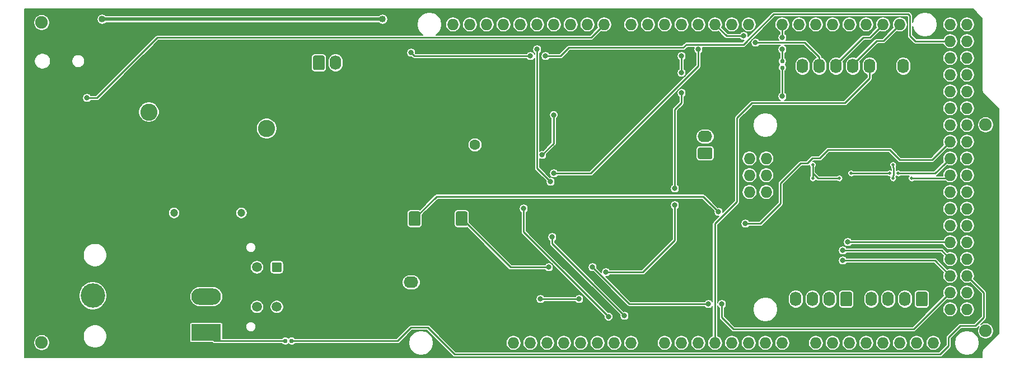
<source format=gbr>
G04 #@! TF.GenerationSoftware,KiCad,Pcbnew,(5.1.10)-1*
G04 #@! TF.CreationDate,2021-06-08T20:52:53+03:00*
G04 #@! TF.ProjectId,ScienceBoard-1,53636965-6e63-4654-926f-6172642d312e,rev?*
G04 #@! TF.SameCoordinates,Original*
G04 #@! TF.FileFunction,Copper,L4,Bot*
G04 #@! TF.FilePolarity,Positive*
%FSLAX46Y46*%
G04 Gerber Fmt 4.6, Leading zero omitted, Abs format (unit mm)*
G04 Created by KiCad (PCBNEW (5.1.10)-1) date 2021-06-08 20:52:53*
%MOMM*%
%LPD*%
G01*
G04 APERTURE LIST*
G04 #@! TA.AperFunction,ComponentPad*
%ADD10C,1.500000*%
G04 #@! TD*
G04 #@! TA.AperFunction,ComponentPad*
%ADD11C,3.700000*%
G04 #@! TD*
G04 #@! TA.AperFunction,ComponentPad*
%ADD12O,1.727200X1.727200*%
G04 #@! TD*
G04 #@! TA.AperFunction,ComponentPad*
%ADD13O,1.740000X2.200000*%
G04 #@! TD*
G04 #@! TA.AperFunction,ComponentPad*
%ADD14O,2.200000X1.740000*%
G04 #@! TD*
G04 #@! TA.AperFunction,ComponentPad*
%ADD15O,4.500000X2.500000*%
G04 #@! TD*
G04 #@! TA.AperFunction,ComponentPad*
%ADD16R,4.500000X2.500000*%
G04 #@! TD*
G04 #@! TA.AperFunction,ComponentPad*
%ADD17C,1.200000*%
G04 #@! TD*
G04 #@! TA.AperFunction,ComponentPad*
%ADD18C,2.600000*%
G04 #@! TD*
G04 #@! TA.AperFunction,ComponentPad*
%ADD19C,1.600000*%
G04 #@! TD*
G04 #@! TA.AperFunction,ViaPad*
%ADD20C,1.905000*%
G04 #@! TD*
G04 #@! TA.AperFunction,ViaPad*
%ADD21C,0.800000*%
G04 #@! TD*
G04 #@! TA.AperFunction,ViaPad*
%ADD22C,0.500000*%
G04 #@! TD*
G04 #@! TA.AperFunction,ViaPad*
%ADD23C,1.016000*%
G04 #@! TD*
G04 #@! TA.AperFunction,Conductor*
%ADD24C,0.250000*%
G04 #@! TD*
G04 #@! TA.AperFunction,Conductor*
%ADD25C,0.508000*%
G04 #@! TD*
G04 #@! TA.AperFunction,Conductor*
%ADD26C,0.152400*%
G04 #@! TD*
G04 #@! TA.AperFunction,Conductor*
%ADD27C,0.100000*%
G04 #@! TD*
G04 APERTURE END LIST*
D10*
X88440000Y-86772000D03*
X88440000Y-83772000D03*
X88440000Y-80772000D03*
X91440000Y-86772000D03*
X91440000Y-83772000D03*
G04 #@! TA.AperFunction,ComponentPad*
G36*
G01*
X90940000Y-80022000D02*
X91940000Y-80022000D01*
G75*
G02*
X92190000Y-80272000I0J-250000D01*
G01*
X92190000Y-81272000D01*
G75*
G02*
X91940000Y-81522000I-250000J0D01*
G01*
X90940000Y-81522000D01*
G75*
G02*
X90690000Y-81272000I0J250000D01*
G01*
X90690000Y-80272000D01*
G75*
G02*
X90940000Y-80022000I250000J0D01*
G01*
G37*
G04 #@! TD.AperFunction*
D11*
X63612000Y-85090000D03*
G04 #@! TA.AperFunction,ComponentPad*
G36*
G01*
X59512000Y-86940000D02*
X56312000Y-86940000D01*
G75*
G02*
X56062000Y-86690000I0J250000D01*
G01*
X56062000Y-83490000D01*
G75*
G02*
X56312000Y-83240000I250000J0D01*
G01*
X59512000Y-83240000D01*
G75*
G02*
X59762000Y-83490000I0J-250000D01*
G01*
X59762000Y-86690000D01*
G75*
G02*
X59512000Y-86940000I-250000J0D01*
G01*
G37*
G04 #@! TD.AperFunction*
G04 #@! TA.AperFunction,SMDPad,CuDef*
G36*
G01*
X168066500Y-49848000D02*
X167721500Y-49848000D01*
G75*
G02*
X167574000Y-49700500I0J147500D01*
G01*
X167574000Y-49405500D01*
G75*
G02*
X167721500Y-49258000I147500J0D01*
G01*
X168066500Y-49258000D01*
G75*
G02*
X168214000Y-49405500I0J-147500D01*
G01*
X168214000Y-49700500D01*
G75*
G02*
X168066500Y-49848000I-147500J0D01*
G01*
G37*
G04 #@! TD.AperFunction*
G04 #@! TA.AperFunction,SMDPad,CuDef*
G36*
G01*
X168066500Y-50818000D02*
X167721500Y-50818000D01*
G75*
G02*
X167574000Y-50670500I0J147500D01*
G01*
X167574000Y-50375500D01*
G75*
G02*
X167721500Y-50228000I147500J0D01*
G01*
X168066500Y-50228000D01*
G75*
G02*
X168214000Y-50375500I0J-147500D01*
G01*
X168214000Y-50670500D01*
G75*
G02*
X168066500Y-50818000I-147500J0D01*
G01*
G37*
G04 #@! TD.AperFunction*
D12*
X162912000Y-64300000D03*
X195805000Y-87160000D03*
X193265000Y-87160000D03*
X195805000Y-84620000D03*
X193265000Y-84620000D03*
X195805000Y-82080000D03*
X193265000Y-82080000D03*
X195805000Y-79540000D03*
X193265000Y-79540000D03*
X195805000Y-77000000D03*
X193265000Y-77000000D03*
X195805000Y-74460000D03*
X193265000Y-74460000D03*
X195805000Y-71920000D03*
X193265000Y-71920000D03*
X195805000Y-69380000D03*
X193265000Y-69380000D03*
X195805000Y-66840000D03*
X193265000Y-66840000D03*
X195805000Y-64300000D03*
X193265000Y-64300000D03*
X195805000Y-61760000D03*
X193265000Y-61760000D03*
X195805000Y-59220000D03*
X193265000Y-59220000D03*
X195805000Y-56680000D03*
X193265000Y-56680000D03*
X195805000Y-54140000D03*
X193265000Y-54140000D03*
X195805000Y-51600000D03*
X193265000Y-51600000D03*
X195805000Y-49060000D03*
X193265000Y-49060000D03*
X195805000Y-46520000D03*
X193265000Y-46520000D03*
X195805000Y-43980000D03*
X193265000Y-43980000D03*
X190725000Y-92240000D03*
X188185000Y-92240000D03*
X185645000Y-92240000D03*
X183105000Y-92240000D03*
X180565000Y-92240000D03*
X178025000Y-92240000D03*
X175485000Y-92240000D03*
X172945000Y-92240000D03*
X167865000Y-92240000D03*
X165325000Y-92240000D03*
X162785000Y-92240000D03*
X160245000Y-92240000D03*
X157705000Y-92240000D03*
X155165000Y-92240000D03*
X152625000Y-92240000D03*
X127225000Y-92240000D03*
X133321000Y-43980000D03*
X130781000Y-43980000D03*
X128241000Y-43980000D03*
X123161000Y-43980000D03*
X120621000Y-43980000D03*
X118081000Y-43980000D03*
X135861000Y-43980000D03*
X138401000Y-43980000D03*
X140941000Y-43980000D03*
X125701000Y-43980000D03*
X145005000Y-43980000D03*
X147545000Y-43980000D03*
X150085000Y-43980000D03*
X152625000Y-43980000D03*
X155165000Y-43980000D03*
X157705000Y-43980000D03*
X160245000Y-43980000D03*
X162785000Y-43980000D03*
X167865000Y-43980000D03*
X170405000Y-43980000D03*
X172945000Y-43980000D03*
X175485000Y-43980000D03*
X178025000Y-43980000D03*
X180565000Y-43980000D03*
X183105000Y-43980000D03*
X185645000Y-43980000D03*
X129765000Y-92240000D03*
X132305000Y-92240000D03*
X134845000Y-92240000D03*
X137385000Y-92240000D03*
X139925000Y-92240000D03*
X142465000Y-92240000D03*
X145005000Y-92240000D03*
X150085000Y-92240000D03*
X165452000Y-64300000D03*
X162912000Y-66840000D03*
X165452000Y-66840000D03*
X165452000Y-69380000D03*
X162912000Y-69380000D03*
D13*
X121938000Y-73406000D03*
G04 #@! TA.AperFunction,ComponentPad*
G36*
G01*
X118528000Y-74256001D02*
X118528000Y-72555999D01*
G75*
G02*
X118777999Y-72306000I249999J0D01*
G01*
X120018001Y-72306000D01*
G75*
G02*
X120268000Y-72555999I0J-249999D01*
G01*
X120268000Y-74256001D01*
G75*
G02*
X120018001Y-74506000I-249999J0D01*
G01*
X118777999Y-74506000D01*
G75*
G02*
X118528000Y-74256001I0J249999D01*
G01*
G37*
G04 #@! TD.AperFunction*
X114808000Y-73406000D03*
G04 #@! TA.AperFunction,ComponentPad*
G36*
G01*
X111398000Y-74256001D02*
X111398000Y-72555999D01*
G75*
G02*
X111647999Y-72306000I249999J0D01*
G01*
X112888001Y-72306000D01*
G75*
G02*
X113138000Y-72555999I0J-249999D01*
G01*
X113138000Y-74256001D01*
G75*
G02*
X112888001Y-74506000I-249999J0D01*
G01*
X111647999Y-74506000D01*
G75*
G02*
X111398000Y-74256001I0J249999D01*
G01*
G37*
G04 #@! TD.AperFunction*
D14*
X111760000Y-83058000D03*
G04 #@! TA.AperFunction,ComponentPad*
G36*
G01*
X110909999Y-79648000D02*
X112610001Y-79648000D01*
G75*
G02*
X112860000Y-79897999I0J-249999D01*
G01*
X112860000Y-81138001D01*
G75*
G02*
X112610001Y-81388000I-249999J0D01*
G01*
X110909999Y-81388000D01*
G75*
G02*
X110660000Y-81138001I0J249999D01*
G01*
X110660000Y-79897999D01*
G75*
G02*
X110909999Y-79648000I249999J0D01*
G01*
G37*
G04 #@! TD.AperFunction*
G04 #@! TA.AperFunction,SMDPad,CuDef*
G36*
G01*
X93975000Y-91775500D02*
X93975000Y-92120500D01*
G75*
G02*
X93827500Y-92268000I-147500J0D01*
G01*
X93532500Y-92268000D01*
G75*
G02*
X93385000Y-92120500I0J147500D01*
G01*
X93385000Y-91775500D01*
G75*
G02*
X93532500Y-91628000I147500J0D01*
G01*
X93827500Y-91628000D01*
G75*
G02*
X93975000Y-91775500I0J-147500D01*
G01*
G37*
G04 #@! TD.AperFunction*
G04 #@! TA.AperFunction,SMDPad,CuDef*
G36*
G01*
X93005000Y-91775500D02*
X93005000Y-92120500D01*
G75*
G02*
X92857500Y-92268000I-147500J0D01*
G01*
X92562500Y-92268000D01*
G75*
G02*
X92415000Y-92120500I0J147500D01*
G01*
X92415000Y-91775500D01*
G75*
G02*
X92562500Y-91628000I147500J0D01*
G01*
X92857500Y-91628000D01*
G75*
G02*
X93005000Y-91775500I0J-147500D01*
G01*
G37*
G04 #@! TD.AperFunction*
D13*
X100330000Y-49784000D03*
G04 #@! TA.AperFunction,ComponentPad*
G36*
G01*
X96920000Y-50634001D02*
X96920000Y-48933999D01*
G75*
G02*
X97169999Y-48684000I249999J0D01*
G01*
X98410001Y-48684000D01*
G75*
G02*
X98660000Y-48933999I0J-249999D01*
G01*
X98660000Y-50634001D01*
G75*
G02*
X98410001Y-50884000I-249999J0D01*
G01*
X97169999Y-50884000D01*
G75*
G02*
X96920000Y-50634001I0J249999D01*
G01*
G37*
G04 #@! TD.AperFunction*
D15*
X80772000Y-79778000D03*
X80772000Y-85228000D03*
D16*
X80772000Y-90678000D03*
D17*
X75896000Y-72542000D03*
D18*
X89896000Y-59742000D03*
X72096000Y-57242000D03*
D17*
X86096000Y-72542000D03*
D14*
X156210000Y-60960000D03*
G04 #@! TA.AperFunction,ComponentPad*
G36*
G01*
X157060001Y-64370000D02*
X155359999Y-64370000D01*
G75*
G02*
X155110000Y-64120001I0J249999D01*
G01*
X155110000Y-62879999D01*
G75*
G02*
X155359999Y-62630000I249999J0D01*
G01*
X157060001Y-62630000D01*
G75*
G02*
X157310000Y-62879999I0J-249999D01*
G01*
X157310000Y-64120001D01*
G75*
G02*
X157060001Y-64370000I-249999J0D01*
G01*
G37*
G04 #@! TD.AperFunction*
D13*
X181356000Y-85598000D03*
X183896000Y-85598000D03*
X186436000Y-85598000D03*
G04 #@! TA.AperFunction,ComponentPad*
G36*
G01*
X189846000Y-84747999D02*
X189846000Y-86448001D01*
G75*
G02*
X189596001Y-86698000I-249999J0D01*
G01*
X188355999Y-86698000D01*
G75*
G02*
X188106000Y-86448001I0J249999D01*
G01*
X188106000Y-84747999D01*
G75*
G02*
X188355999Y-84498000I249999J0D01*
G01*
X189596001Y-84498000D01*
G75*
G02*
X189846000Y-84747999I0J-249999D01*
G01*
G37*
G04 #@! TD.AperFunction*
X169926000Y-85598000D03*
X172466000Y-85598000D03*
X175006000Y-85598000D03*
G04 #@! TA.AperFunction,ComponentPad*
G36*
G01*
X178416000Y-84747999D02*
X178416000Y-86448001D01*
G75*
G02*
X178166001Y-86698000I-249999J0D01*
G01*
X176925999Y-86698000D01*
G75*
G02*
X176676000Y-86448001I0J249999D01*
G01*
X176676000Y-84747999D01*
G75*
G02*
X176925999Y-84498000I249999J0D01*
G01*
X178166001Y-84498000D01*
G75*
G02*
X178416000Y-84747999I0J-249999D01*
G01*
G37*
G04 #@! TD.AperFunction*
X170942000Y-50292000D03*
X173482000Y-50292000D03*
X176022000Y-50292000D03*
X178562000Y-50292000D03*
X181102000Y-50292000D03*
X183642000Y-50292000D03*
X186182000Y-50292000D03*
G04 #@! TA.AperFunction,ComponentPad*
G36*
G01*
X189592000Y-49441999D02*
X189592000Y-51142001D01*
G75*
G02*
X189342001Y-51392000I-249999J0D01*
G01*
X188101999Y-51392000D01*
G75*
G02*
X187852000Y-51142001I0J249999D01*
G01*
X187852000Y-49441999D01*
G75*
G02*
X188101999Y-49192000I249999J0D01*
G01*
X189342001Y-49192000D01*
G75*
G02*
X189592000Y-49441999I0J-249999D01*
G01*
G37*
G04 #@! TD.AperFunction*
D19*
X126412000Y-62230000D03*
X121412000Y-62230000D03*
D20*
X55880000Y-92202000D03*
X55880000Y-43688000D03*
X198628000Y-59182000D03*
X198628000Y-90424000D03*
D21*
X60452000Y-58674000D03*
X169926000Y-58420000D03*
X129286000Y-83058000D03*
D22*
X184658000Y-75946000D03*
X186690000Y-76200000D03*
D21*
X112014000Y-50546000D03*
X182118000Y-63754000D03*
X170942000Y-64008000D03*
X133350000Y-64008000D03*
X148336000Y-78740000D03*
X137922000Y-77978000D03*
X179324000Y-80772000D03*
X127762000Y-52070000D03*
X167640000Y-78740000D03*
X111760000Y-64516000D03*
X102362000Y-62738000D03*
X171450000Y-72644000D03*
X171450000Y-71628000D03*
X171450000Y-70612000D03*
X172466000Y-70612000D03*
X172466000Y-71628000D03*
X172466000Y-72644000D03*
X173482000Y-72644000D03*
X173482000Y-71628000D03*
X173482000Y-70612000D03*
X174498000Y-70612000D03*
X174498000Y-71628000D03*
X174498000Y-72644000D03*
X175514000Y-72644000D03*
X175514000Y-71628000D03*
X175514000Y-70612000D03*
X183642000Y-70612000D03*
X184658000Y-70612000D03*
X185674000Y-70612000D03*
X186690000Y-70612000D03*
X187706000Y-70612000D03*
X187706000Y-71628000D03*
X186690000Y-71628000D03*
X185674000Y-71628000D03*
X184658000Y-71628000D03*
X183642000Y-71628000D03*
X183642000Y-72644000D03*
X184658000Y-72644000D03*
X185674000Y-72644000D03*
X186690000Y-72644000D03*
X187706000Y-72644000D03*
D22*
X171704000Y-67056000D03*
X183896000Y-67310000D03*
D21*
X177292000Y-64516000D03*
X173482000Y-63246000D03*
X175006000Y-64262000D03*
X185674000Y-63246000D03*
X189483854Y-63140729D03*
X115570000Y-60452000D03*
X136398000Y-48768000D03*
X149098000Y-46228000D03*
X130048000Y-55372000D03*
X129794000Y-69342000D03*
X182118000Y-70612000D03*
X181102000Y-70612000D03*
X180086000Y-70612000D03*
X179070000Y-70612000D03*
X178054000Y-70612000D03*
X177038000Y-70612000D03*
X177038000Y-71628000D03*
X178054000Y-71628000D03*
X179070000Y-71628000D03*
X180086000Y-71628000D03*
X181102000Y-71628000D03*
X182118000Y-71628000D03*
X182118000Y-72644000D03*
X181102000Y-72644000D03*
X180086000Y-72644000D03*
X179070000Y-72644000D03*
X178054000Y-72644000D03*
X177038000Y-72644000D03*
X171958000Y-77216000D03*
X174498000Y-78740000D03*
D22*
X184658000Y-67310000D03*
X184658000Y-65278000D03*
D21*
X133096000Y-76200000D03*
X144018000Y-88138000D03*
X128778000Y-71882000D03*
X141605000Y-88265000D03*
X133331000Y-57677000D03*
X131572000Y-63754000D03*
X162052000Y-45720000D03*
X163830000Y-46736000D03*
D23*
X65024000Y-43180000D03*
X107442000Y-43180000D03*
D21*
X130810000Y-47752000D03*
X132842000Y-67818000D03*
X133350000Y-66548000D03*
X155194000Y-47752000D03*
X62738000Y-55118000D03*
D22*
X185420000Y-66548000D03*
X178308000Y-66548000D03*
X184150000Y-66548000D03*
D21*
X177800000Y-76962000D03*
X177038000Y-78232000D03*
X177038000Y-79756000D03*
D22*
X187452000Y-67310000D03*
X172489000Y-65278000D03*
X176530000Y-67310000D03*
X172489000Y-67310000D03*
D21*
X111760000Y-48260000D03*
X129794000Y-48768000D03*
X132080000Y-48768000D03*
X141224000Y-81534000D03*
X131318000Y-85598000D03*
X137160000Y-85598000D03*
X152654000Y-51308000D03*
X151638000Y-71374000D03*
X151638000Y-68834000D03*
X152654000Y-48768000D03*
X152654000Y-54356000D03*
X158242000Y-72390000D03*
X162306000Y-74168000D03*
X156718000Y-86360000D03*
X158750000Y-86360000D03*
X158750000Y-86360000D03*
X139192000Y-80772000D03*
X132588000Y-80772000D03*
X167894000Y-45974000D03*
X167894000Y-47752000D03*
X167894000Y-54864000D03*
D24*
X184658000Y-65631553D02*
X184658000Y-65278000D01*
X184725001Y-65698554D02*
X184658000Y-65631553D01*
X184725001Y-66824001D02*
X184725001Y-65698554D01*
X184658000Y-66891002D02*
X184725001Y-66824001D01*
X184658000Y-67310000D02*
X184658000Y-66891002D01*
X133096000Y-77216000D02*
X133096000Y-76200000D01*
X144018000Y-88138000D02*
X133096000Y-77216000D01*
X128778000Y-75438000D02*
X141605000Y-88265000D01*
X128778000Y-71882000D02*
X128778000Y-75438000D01*
X133331000Y-61995000D02*
X133331000Y-57677000D01*
X131572000Y-63754000D02*
X133331000Y-61995000D01*
X159445000Y-45720000D02*
X157705000Y-43980000D01*
X162052000Y-45720000D02*
X159445000Y-45720000D01*
X164395685Y-46736000D02*
X163830000Y-46736000D01*
X173482000Y-50800000D02*
X173482000Y-50570000D01*
X171276000Y-46736000D02*
X168148000Y-46736000D01*
X173482000Y-48942000D02*
X171276000Y-46736000D01*
X173482000Y-50292000D02*
X173482000Y-48942000D01*
X168148000Y-46736000D02*
X164395685Y-46736000D01*
X169648000Y-46736000D02*
X168148000Y-46736000D01*
X176022000Y-50800000D02*
X176022000Y-50570000D01*
X176022000Y-50062000D02*
X176022000Y-50292000D01*
X180110000Y-45974000D02*
X176022000Y-50062000D01*
X181111000Y-45974000D02*
X180110000Y-45974000D01*
X183105000Y-43980000D02*
X181111000Y-45974000D01*
X185152000Y-43980000D02*
X185645000Y-43980000D01*
X178562000Y-50800000D02*
X178562000Y-50570000D01*
X178562000Y-50062000D02*
X182142000Y-46482000D01*
X178562000Y-50292000D02*
X178562000Y-50062000D01*
X183143000Y-46482000D02*
X185645000Y-43980000D01*
X182142000Y-46482000D02*
X183143000Y-46482000D01*
D25*
X107442000Y-43180000D02*
X106426000Y-43180000D01*
X106426000Y-43180000D02*
X64770000Y-43180000D01*
D24*
X175006000Y-85368000D02*
X175006000Y-85598000D01*
X186436000Y-85368000D02*
X186436000Y-85598000D01*
X130810000Y-47752000D02*
X130810000Y-65786000D01*
X130810000Y-65786000D02*
X132842000Y-67818000D01*
X132842000Y-67818000D02*
X132842000Y-67818000D01*
X133350000Y-66548000D02*
X138938000Y-66548000D01*
X138938000Y-66548000D02*
X155194000Y-50292000D01*
X155194000Y-50292000D02*
X155194000Y-47752000D01*
X155194000Y-47752000D02*
X155194000Y-47752000D01*
X161036000Y-70866000D02*
X161036000Y-64262000D01*
X157705000Y-92240000D02*
X157705000Y-74197000D01*
X158242000Y-73660000D02*
X161036000Y-70866000D01*
X157705000Y-74197000D02*
X158242000Y-73660000D01*
X157734000Y-74168000D02*
X158242000Y-73660000D01*
X181102000Y-52150000D02*
X177372000Y-55880000D01*
X181102000Y-50800000D02*
X181102000Y-52150000D01*
X177372000Y-55880000D02*
X163322000Y-55880000D01*
X163322000Y-55880000D02*
X161036000Y-58166000D01*
X161036000Y-64262000D02*
X161036000Y-61468000D01*
X161036000Y-61468000D02*
X161036000Y-61976000D01*
X161036000Y-58166000D02*
X161036000Y-61468000D01*
X73406000Y-45974000D02*
X64262000Y-55118000D01*
X138947000Y-45974000D02*
X73406000Y-45974000D01*
X64262000Y-55118000D02*
X62738000Y-55118000D01*
X140941000Y-43980000D02*
X138947000Y-45974000D01*
X192401401Y-65163599D02*
X193265000Y-64300000D01*
X192401401Y-65163599D02*
X192392401Y-65163599D01*
X192392401Y-65163599D02*
X191008000Y-66548000D01*
X185674000Y-66548000D02*
X191008000Y-66548000D01*
X184150000Y-66548000D02*
X178308000Y-66548000D01*
X185674000Y-66548000D02*
X185420000Y-66548000D01*
X193227000Y-76962000D02*
X193265000Y-77000000D01*
X177800000Y-76962000D02*
X193227000Y-76962000D01*
X191957000Y-78232000D02*
X193265000Y-79540000D01*
X177038000Y-78232000D02*
X191957000Y-78232000D01*
X190941000Y-79756000D02*
X193265000Y-82080000D01*
X177038000Y-79756000D02*
X190941000Y-79756000D01*
X192795000Y-67310000D02*
X193265000Y-66840000D01*
X187452000Y-67310000D02*
X192795000Y-67310000D01*
X173274000Y-67310000D02*
X172489000Y-66525000D01*
X176530000Y-67310000D02*
X173274000Y-67310000D01*
X172489000Y-66525000D02*
X172489000Y-67310000D01*
X172489000Y-65278000D02*
X172489000Y-66525000D01*
X198374000Y-84649000D02*
X195805000Y-82080000D01*
X93680000Y-91948000D02*
X109728000Y-91948000D01*
X197104000Y-89662000D02*
X198374000Y-88392000D01*
X194818000Y-89662000D02*
X197104000Y-89662000D01*
X193040000Y-91440000D02*
X194818000Y-89662000D01*
X191770000Y-93980000D02*
X193040000Y-92710000D01*
X198374000Y-88392000D02*
X198374000Y-84649000D01*
X118364000Y-93980000D02*
X191770000Y-93980000D01*
X109728000Y-91948000D02*
X111760000Y-89916000D01*
X114300000Y-89916000D02*
X118364000Y-93980000D01*
X193040000Y-92710000D02*
X193040000Y-91440000D01*
X111760000Y-89916000D02*
X114300000Y-89916000D01*
X82042000Y-91948000D02*
X80772000Y-90678000D01*
X92710000Y-91948000D02*
X82042000Y-91948000D01*
X123190000Y-48768000D02*
X123190000Y-48768000D01*
X125984000Y-48768000D02*
X129794000Y-48768000D01*
X129794000Y-48768000D02*
X129794000Y-48768000D01*
X187198000Y-45720000D02*
X187960000Y-46482000D01*
X187998000Y-46520000D02*
X187198000Y-45720000D01*
X193265000Y-46520000D02*
X187998000Y-46520000D01*
X112268000Y-48768000D02*
X111760000Y-48260000D01*
X153379001Y-47026999D02*
X152908000Y-47498000D01*
X152908000Y-47498000D02*
X135636000Y-47498000D01*
X162015001Y-47026999D02*
X153379001Y-47026999D01*
X166624000Y-42418000D02*
X162015001Y-47026999D01*
X187198000Y-42672000D02*
X186944000Y-42418000D01*
X134366000Y-48768000D02*
X132080000Y-48768000D01*
X135636000Y-47498000D02*
X134366000Y-48768000D01*
X186944000Y-42418000D02*
X166624000Y-42418000D01*
X187198000Y-45720000D02*
X187198000Y-42672000D01*
X125984000Y-48768000D02*
X120904000Y-48768000D01*
X120904000Y-48768000D02*
X112268000Y-48768000D01*
X123190000Y-48768000D02*
X120904000Y-48768000D01*
X136594315Y-85598000D02*
X131318000Y-85598000D01*
X137160000Y-85598000D02*
X136594315Y-85598000D01*
X141224000Y-81534000D02*
X146812000Y-81534000D01*
X146812000Y-81534000D02*
X151638000Y-76708000D01*
X151638000Y-76708000D02*
X151638000Y-71374000D01*
X151638000Y-71374000D02*
X151638000Y-71374000D01*
X151638000Y-68834000D02*
X151638000Y-56896000D01*
X151638000Y-56896000D02*
X152654000Y-55880000D01*
X152654000Y-55880000D02*
X152654000Y-54356000D01*
X152654000Y-54356000D02*
X152654000Y-54356000D01*
X152654000Y-51308000D02*
X152654000Y-48768000D01*
X115606999Y-70067001D02*
X155919001Y-70067001D01*
X112268000Y-73406000D02*
X115606999Y-70067001D01*
X155919001Y-70067001D02*
X158242000Y-72390000D01*
X162306000Y-74168000D02*
X164592000Y-74168000D01*
X164592000Y-74168000D02*
X167640000Y-71120000D01*
X167640000Y-71120000D02*
X167640000Y-68072000D01*
X167640000Y-68072000D02*
X170688000Y-65024000D01*
X170688000Y-65024000D02*
X171704000Y-65024000D01*
X171704000Y-65024000D02*
X172466000Y-64262000D01*
X173539002Y-64262000D02*
X174809002Y-62992000D01*
X172466000Y-64262000D02*
X173539002Y-64262000D01*
X174809002Y-62992000D02*
X184150000Y-62992000D01*
X184150000Y-62992000D02*
X185674000Y-64516000D01*
X190509000Y-64516000D02*
X191266500Y-63758500D01*
X185674000Y-64516000D02*
X190509000Y-64516000D01*
X191266500Y-63758500D02*
X193265000Y-61760000D01*
X191008000Y-64017000D02*
X191266500Y-63758500D01*
X158750000Y-86360000D02*
X158750000Y-86360000D01*
X158750000Y-86360000D02*
X158750000Y-86360000D01*
X158750000Y-88392000D02*
X158750000Y-86360000D01*
X187715000Y-90170000D02*
X160528000Y-90170000D01*
X160528000Y-90170000D02*
X158750000Y-88392000D01*
X193265000Y-84620000D02*
X187715000Y-90170000D01*
X156718000Y-86360000D02*
X144780000Y-86360000D01*
X144780000Y-86360000D02*
X140335000Y-81915000D01*
X139192000Y-80772000D02*
X139192000Y-80772000D01*
X140335000Y-81915000D02*
X139192000Y-80772000D01*
X126764000Y-80772000D02*
X132588000Y-80772000D01*
X119398000Y-73406000D02*
X126764000Y-80772000D01*
X167894000Y-49553000D02*
X167894000Y-47752000D01*
X167894000Y-44009000D02*
X167865000Y-43980000D01*
X167894000Y-45974000D02*
X167894000Y-44009000D01*
X167894000Y-54864000D02*
X167894000Y-50523000D01*
D26*
X198120400Y-43031044D02*
X198120401Y-54089533D01*
X198119173Y-54102000D01*
X198124070Y-54151714D01*
X198138571Y-54199517D01*
X198162119Y-54243574D01*
X198185868Y-54272512D01*
X198185871Y-54272515D01*
X198193811Y-54282190D01*
X198203486Y-54290130D01*
X200660400Y-56747044D01*
X200660401Y-90826955D01*
X198203490Y-93283866D01*
X198193810Y-93291810D01*
X198162119Y-93330426D01*
X198138571Y-93374483D01*
X198124069Y-93422287D01*
X198122718Y-93436008D01*
X198119173Y-93472000D01*
X198120400Y-93484457D01*
X198120401Y-94488400D01*
X53339600Y-94488400D01*
X53339600Y-92080984D01*
X54651300Y-92080984D01*
X54651300Y-92323016D01*
X54698518Y-92560399D01*
X54791140Y-92784008D01*
X54925607Y-92985250D01*
X55096750Y-93156393D01*
X55297992Y-93290860D01*
X55521601Y-93383482D01*
X55758984Y-93430700D01*
X56001016Y-93430700D01*
X56238399Y-93383482D01*
X56462008Y-93290860D01*
X56663250Y-93156393D01*
X56834393Y-92985250D01*
X56968860Y-92784008D01*
X57061482Y-92560399D01*
X57108700Y-92323016D01*
X57108700Y-92080984D01*
X57061482Y-91843601D01*
X56968860Y-91619992D01*
X56834393Y-91418750D01*
X56663250Y-91247607D01*
X56462008Y-91113140D01*
X56394217Y-91085060D01*
X62160800Y-91085060D01*
X62160800Y-91434940D01*
X62229059Y-91778098D01*
X62362952Y-92101346D01*
X62557336Y-92392261D01*
X62804739Y-92639664D01*
X63095654Y-92834048D01*
X63418902Y-92967941D01*
X63762060Y-93036200D01*
X64111940Y-93036200D01*
X64455098Y-92967941D01*
X64778346Y-92834048D01*
X65069261Y-92639664D01*
X65316664Y-92392261D01*
X65511048Y-92101346D01*
X65644941Y-91778098D01*
X65713200Y-91434940D01*
X65713200Y-91085060D01*
X65644941Y-90741902D01*
X65511048Y-90418654D01*
X65316664Y-90127739D01*
X65069261Y-89880336D01*
X64778346Y-89685952D01*
X64455098Y-89552059D01*
X64111940Y-89483800D01*
X63762060Y-89483800D01*
X63418902Y-89552059D01*
X63095654Y-89685952D01*
X62804739Y-89880336D01*
X62557336Y-90127739D01*
X62362952Y-90418654D01*
X62229059Y-90741902D01*
X62160800Y-91085060D01*
X56394217Y-91085060D01*
X56238399Y-91020518D01*
X56001016Y-90973300D01*
X55758984Y-90973300D01*
X55521601Y-91020518D01*
X55297992Y-91113140D01*
X55096750Y-91247607D01*
X54925607Y-91418750D01*
X54791140Y-91619992D01*
X54698518Y-91843601D01*
X54651300Y-92080984D01*
X53339600Y-92080984D01*
X53339600Y-89428000D01*
X78244464Y-89428000D01*
X78244464Y-91928000D01*
X78249797Y-91982145D01*
X78265590Y-92034208D01*
X78291237Y-92082191D01*
X78325752Y-92124248D01*
X78367809Y-92158763D01*
X78415792Y-92184410D01*
X78467855Y-92200203D01*
X78522000Y-92205536D01*
X81732154Y-92205536D01*
X81744370Y-92217752D01*
X81756936Y-92233064D01*
X81789401Y-92259707D01*
X81818026Y-92283199D01*
X81862291Y-92306859D01*
X81887725Y-92320454D01*
X81963351Y-92343395D01*
X82022292Y-92349200D01*
X82022294Y-92349200D01*
X82041999Y-92351141D01*
X82061704Y-92349200D01*
X92205120Y-92349200D01*
X92209095Y-92356637D01*
X92261954Y-92421046D01*
X92326363Y-92473905D01*
X92399846Y-92513182D01*
X92479580Y-92537369D01*
X92562500Y-92545536D01*
X92857500Y-92545536D01*
X92940420Y-92537369D01*
X93020154Y-92513182D01*
X93093637Y-92473905D01*
X93158046Y-92421046D01*
X93195000Y-92376017D01*
X93231954Y-92421046D01*
X93296363Y-92473905D01*
X93369846Y-92513182D01*
X93449580Y-92537369D01*
X93532500Y-92545536D01*
X93827500Y-92545536D01*
X93910420Y-92537369D01*
X93990154Y-92513182D01*
X94063637Y-92473905D01*
X94128046Y-92421046D01*
X94180905Y-92356637D01*
X94184880Y-92349200D01*
X109708295Y-92349200D01*
X109728000Y-92351141D01*
X109747705Y-92349200D01*
X109747708Y-92349200D01*
X109806649Y-92343395D01*
X109882275Y-92320454D01*
X109951973Y-92283199D01*
X110013064Y-92233064D01*
X110025634Y-92217747D01*
X110188171Y-92055210D01*
X111378800Y-92055210D01*
X111378800Y-92424790D01*
X111450901Y-92787267D01*
X111592333Y-93128714D01*
X111797660Y-93436008D01*
X112058992Y-93697340D01*
X112366286Y-93902667D01*
X112707733Y-94044099D01*
X113070210Y-94116200D01*
X113439790Y-94116200D01*
X113802267Y-94044099D01*
X114143714Y-93902667D01*
X114451008Y-93697340D01*
X114712340Y-93436008D01*
X114917667Y-93128714D01*
X115059099Y-92787267D01*
X115131200Y-92424790D01*
X115131200Y-92055210D01*
X115059099Y-91692733D01*
X114917667Y-91351286D01*
X114712340Y-91043992D01*
X114451008Y-90782660D01*
X114143714Y-90577333D01*
X113802267Y-90435901D01*
X113439790Y-90363800D01*
X113070210Y-90363800D01*
X112707733Y-90435901D01*
X112366286Y-90577333D01*
X112058992Y-90782660D01*
X111797660Y-91043992D01*
X111592333Y-91351286D01*
X111450901Y-91692733D01*
X111378800Y-92055210D01*
X110188171Y-92055210D01*
X111926182Y-90317200D01*
X114133819Y-90317200D01*
X118066370Y-94249752D01*
X118078936Y-94265064D01*
X118114961Y-94294628D01*
X118140026Y-94315199D01*
X118177281Y-94335112D01*
X118209725Y-94352454D01*
X118285351Y-94375395D01*
X118344292Y-94381200D01*
X118344295Y-94381200D01*
X118364000Y-94383141D01*
X118383705Y-94381200D01*
X191750295Y-94381200D01*
X191770000Y-94383141D01*
X191789705Y-94381200D01*
X191789708Y-94381200D01*
X191848649Y-94375395D01*
X191924275Y-94352454D01*
X191993973Y-94315199D01*
X192055064Y-94265064D01*
X192067634Y-94249747D01*
X193309753Y-93007629D01*
X193325064Y-92995064D01*
X193354628Y-92959039D01*
X193375199Y-92933974D01*
X193412453Y-92864277D01*
X193421623Y-92834048D01*
X193435395Y-92788649D01*
X193441200Y-92729708D01*
X193441200Y-92729706D01*
X193443141Y-92710001D01*
X193441200Y-92690296D01*
X193441200Y-92055210D01*
X193928800Y-92055210D01*
X193928800Y-92424790D01*
X194000901Y-92787267D01*
X194142333Y-93128714D01*
X194347660Y-93436008D01*
X194608992Y-93697340D01*
X194916286Y-93902667D01*
X195257733Y-94044099D01*
X195620210Y-94116200D01*
X195989790Y-94116200D01*
X196352267Y-94044099D01*
X196693714Y-93902667D01*
X197001008Y-93697340D01*
X197262340Y-93436008D01*
X197467667Y-93128714D01*
X197609099Y-92787267D01*
X197681200Y-92424790D01*
X197681200Y-92055210D01*
X197609099Y-91692733D01*
X197467667Y-91351286D01*
X197262340Y-91043992D01*
X197001008Y-90782660D01*
X196693714Y-90577333D01*
X196352267Y-90435901D01*
X195989790Y-90363800D01*
X195620210Y-90363800D01*
X195257733Y-90435901D01*
X194916286Y-90577333D01*
X194608992Y-90782660D01*
X194347660Y-91043992D01*
X194142333Y-91351286D01*
X194000901Y-91692733D01*
X193928800Y-92055210D01*
X193441200Y-92055210D01*
X193441200Y-91606181D01*
X194984183Y-90063200D01*
X197084295Y-90063200D01*
X197104000Y-90065141D01*
X197123705Y-90063200D01*
X197123708Y-90063200D01*
X197182649Y-90057395D01*
X197258275Y-90034454D01*
X197327973Y-89997199D01*
X197389064Y-89947064D01*
X197401634Y-89931747D01*
X197635297Y-89698084D01*
X197539140Y-89841992D01*
X197446518Y-90065601D01*
X197399300Y-90302984D01*
X197399300Y-90545016D01*
X197446518Y-90782399D01*
X197539140Y-91006008D01*
X197673607Y-91207250D01*
X197844750Y-91378393D01*
X198045992Y-91512860D01*
X198269601Y-91605482D01*
X198506984Y-91652700D01*
X198749016Y-91652700D01*
X198986399Y-91605482D01*
X199210008Y-91512860D01*
X199411250Y-91378393D01*
X199582393Y-91207250D01*
X199716860Y-91006008D01*
X199809482Y-90782399D01*
X199856700Y-90545016D01*
X199856700Y-90302984D01*
X199809482Y-90065601D01*
X199716860Y-89841992D01*
X199582393Y-89640750D01*
X199411250Y-89469607D01*
X199210008Y-89335140D01*
X198986399Y-89242518D01*
X198749016Y-89195300D01*
X198506984Y-89195300D01*
X198269601Y-89242518D01*
X198045992Y-89335140D01*
X197902084Y-89431297D01*
X198643753Y-88689629D01*
X198659064Y-88677064D01*
X198691571Y-88637453D01*
X198709199Y-88615974D01*
X198746453Y-88546277D01*
X198750361Y-88533394D01*
X198769395Y-88470649D01*
X198775200Y-88411708D01*
X198775200Y-88411706D01*
X198777141Y-88392001D01*
X198775200Y-88372296D01*
X198775200Y-84668705D01*
X198777141Y-84649000D01*
X198774285Y-84620001D01*
X198769395Y-84570351D01*
X198746454Y-84494725D01*
X198709199Y-84425027D01*
X198659064Y-84363936D01*
X198643758Y-84351375D01*
X196843548Y-82551166D01*
X196900998Y-82412467D01*
X196944800Y-82192261D01*
X196944800Y-81967739D01*
X196900998Y-81747533D01*
X196815078Y-81540102D01*
X196690340Y-81353420D01*
X196531580Y-81194660D01*
X196344898Y-81069922D01*
X196137467Y-80984002D01*
X195917261Y-80940200D01*
X195692739Y-80940200D01*
X195472533Y-80984002D01*
X195265102Y-81069922D01*
X195078420Y-81194660D01*
X194919660Y-81353420D01*
X194794922Y-81540102D01*
X194709002Y-81747533D01*
X194665200Y-81967739D01*
X194665200Y-82192261D01*
X194709002Y-82412467D01*
X194794922Y-82619898D01*
X194919660Y-82806580D01*
X195078420Y-82965340D01*
X195265102Y-83090078D01*
X195472533Y-83175998D01*
X195692739Y-83219800D01*
X195917261Y-83219800D01*
X196137467Y-83175998D01*
X196276166Y-83118548D01*
X197972801Y-84815184D01*
X197972800Y-88225818D01*
X196937819Y-89260800D01*
X194837705Y-89260800D01*
X194818000Y-89258859D01*
X194798295Y-89260800D01*
X194798292Y-89260800D01*
X194739351Y-89266605D01*
X194663725Y-89289546D01*
X194631281Y-89306888D01*
X194594026Y-89326801D01*
X194548244Y-89364373D01*
X194532936Y-89376936D01*
X194520375Y-89392242D01*
X192770249Y-91142370D01*
X192754937Y-91154936D01*
X192742374Y-91170245D01*
X192704801Y-91216027D01*
X192667547Y-91285725D01*
X192644606Y-91361352D01*
X192636859Y-91440000D01*
X192638801Y-91459715D01*
X192638800Y-92543818D01*
X191603819Y-93578800D01*
X118530182Y-93578800D01*
X117079121Y-92127739D01*
X126085200Y-92127739D01*
X126085200Y-92352261D01*
X126129002Y-92572467D01*
X126214922Y-92779898D01*
X126339660Y-92966580D01*
X126498420Y-93125340D01*
X126685102Y-93250078D01*
X126892533Y-93335998D01*
X127112739Y-93379800D01*
X127337261Y-93379800D01*
X127557467Y-93335998D01*
X127764898Y-93250078D01*
X127951580Y-93125340D01*
X128110340Y-92966580D01*
X128235078Y-92779898D01*
X128320998Y-92572467D01*
X128364800Y-92352261D01*
X128364800Y-92127739D01*
X128625200Y-92127739D01*
X128625200Y-92352261D01*
X128669002Y-92572467D01*
X128754922Y-92779898D01*
X128879660Y-92966580D01*
X129038420Y-93125340D01*
X129225102Y-93250078D01*
X129432533Y-93335998D01*
X129652739Y-93379800D01*
X129877261Y-93379800D01*
X130097467Y-93335998D01*
X130304898Y-93250078D01*
X130491580Y-93125340D01*
X130650340Y-92966580D01*
X130775078Y-92779898D01*
X130860998Y-92572467D01*
X130904800Y-92352261D01*
X130904800Y-92127739D01*
X131165200Y-92127739D01*
X131165200Y-92352261D01*
X131209002Y-92572467D01*
X131294922Y-92779898D01*
X131419660Y-92966580D01*
X131578420Y-93125340D01*
X131765102Y-93250078D01*
X131972533Y-93335998D01*
X132192739Y-93379800D01*
X132417261Y-93379800D01*
X132637467Y-93335998D01*
X132844898Y-93250078D01*
X133031580Y-93125340D01*
X133190340Y-92966580D01*
X133315078Y-92779898D01*
X133400998Y-92572467D01*
X133444800Y-92352261D01*
X133444800Y-92127739D01*
X133705200Y-92127739D01*
X133705200Y-92352261D01*
X133749002Y-92572467D01*
X133834922Y-92779898D01*
X133959660Y-92966580D01*
X134118420Y-93125340D01*
X134305102Y-93250078D01*
X134512533Y-93335998D01*
X134732739Y-93379800D01*
X134957261Y-93379800D01*
X135177467Y-93335998D01*
X135384898Y-93250078D01*
X135571580Y-93125340D01*
X135730340Y-92966580D01*
X135855078Y-92779898D01*
X135940998Y-92572467D01*
X135984800Y-92352261D01*
X135984800Y-92127739D01*
X136245200Y-92127739D01*
X136245200Y-92352261D01*
X136289002Y-92572467D01*
X136374922Y-92779898D01*
X136499660Y-92966580D01*
X136658420Y-93125340D01*
X136845102Y-93250078D01*
X137052533Y-93335998D01*
X137272739Y-93379800D01*
X137497261Y-93379800D01*
X137717467Y-93335998D01*
X137924898Y-93250078D01*
X138111580Y-93125340D01*
X138270340Y-92966580D01*
X138395078Y-92779898D01*
X138480998Y-92572467D01*
X138524800Y-92352261D01*
X138524800Y-92127739D01*
X138785200Y-92127739D01*
X138785200Y-92352261D01*
X138829002Y-92572467D01*
X138914922Y-92779898D01*
X139039660Y-92966580D01*
X139198420Y-93125340D01*
X139385102Y-93250078D01*
X139592533Y-93335998D01*
X139812739Y-93379800D01*
X140037261Y-93379800D01*
X140257467Y-93335998D01*
X140464898Y-93250078D01*
X140651580Y-93125340D01*
X140810340Y-92966580D01*
X140935078Y-92779898D01*
X141020998Y-92572467D01*
X141064800Y-92352261D01*
X141064800Y-92127739D01*
X141325200Y-92127739D01*
X141325200Y-92352261D01*
X141369002Y-92572467D01*
X141454922Y-92779898D01*
X141579660Y-92966580D01*
X141738420Y-93125340D01*
X141925102Y-93250078D01*
X142132533Y-93335998D01*
X142352739Y-93379800D01*
X142577261Y-93379800D01*
X142797467Y-93335998D01*
X143004898Y-93250078D01*
X143191580Y-93125340D01*
X143350340Y-92966580D01*
X143475078Y-92779898D01*
X143560998Y-92572467D01*
X143604800Y-92352261D01*
X143604800Y-92127739D01*
X143865200Y-92127739D01*
X143865200Y-92352261D01*
X143909002Y-92572467D01*
X143994922Y-92779898D01*
X144119660Y-92966580D01*
X144278420Y-93125340D01*
X144465102Y-93250078D01*
X144672533Y-93335998D01*
X144892739Y-93379800D01*
X145117261Y-93379800D01*
X145337467Y-93335998D01*
X145544898Y-93250078D01*
X145731580Y-93125340D01*
X145890340Y-92966580D01*
X146015078Y-92779898D01*
X146100998Y-92572467D01*
X146144800Y-92352261D01*
X146144800Y-92127739D01*
X148945200Y-92127739D01*
X148945200Y-92352261D01*
X148989002Y-92572467D01*
X149074922Y-92779898D01*
X149199660Y-92966580D01*
X149358420Y-93125340D01*
X149545102Y-93250078D01*
X149752533Y-93335998D01*
X149972739Y-93379800D01*
X150197261Y-93379800D01*
X150417467Y-93335998D01*
X150624898Y-93250078D01*
X150811580Y-93125340D01*
X150970340Y-92966580D01*
X151095078Y-92779898D01*
X151180998Y-92572467D01*
X151224800Y-92352261D01*
X151224800Y-92127739D01*
X151485200Y-92127739D01*
X151485200Y-92352261D01*
X151529002Y-92572467D01*
X151614922Y-92779898D01*
X151739660Y-92966580D01*
X151898420Y-93125340D01*
X152085102Y-93250078D01*
X152292533Y-93335998D01*
X152512739Y-93379800D01*
X152737261Y-93379800D01*
X152957467Y-93335998D01*
X153164898Y-93250078D01*
X153351580Y-93125340D01*
X153510340Y-92966580D01*
X153635078Y-92779898D01*
X153720998Y-92572467D01*
X153764800Y-92352261D01*
X153764800Y-92127739D01*
X154025200Y-92127739D01*
X154025200Y-92352261D01*
X154069002Y-92572467D01*
X154154922Y-92779898D01*
X154279660Y-92966580D01*
X154438420Y-93125340D01*
X154625102Y-93250078D01*
X154832533Y-93335998D01*
X155052739Y-93379800D01*
X155277261Y-93379800D01*
X155497467Y-93335998D01*
X155704898Y-93250078D01*
X155891580Y-93125340D01*
X156050340Y-92966580D01*
X156175078Y-92779898D01*
X156260998Y-92572467D01*
X156304800Y-92352261D01*
X156304800Y-92127739D01*
X156260998Y-91907533D01*
X156175078Y-91700102D01*
X156050340Y-91513420D01*
X155891580Y-91354660D01*
X155704898Y-91229922D01*
X155497467Y-91144002D01*
X155277261Y-91100200D01*
X155052739Y-91100200D01*
X154832533Y-91144002D01*
X154625102Y-91229922D01*
X154438420Y-91354660D01*
X154279660Y-91513420D01*
X154154922Y-91700102D01*
X154069002Y-91907533D01*
X154025200Y-92127739D01*
X153764800Y-92127739D01*
X153720998Y-91907533D01*
X153635078Y-91700102D01*
X153510340Y-91513420D01*
X153351580Y-91354660D01*
X153164898Y-91229922D01*
X152957467Y-91144002D01*
X152737261Y-91100200D01*
X152512739Y-91100200D01*
X152292533Y-91144002D01*
X152085102Y-91229922D01*
X151898420Y-91354660D01*
X151739660Y-91513420D01*
X151614922Y-91700102D01*
X151529002Y-91907533D01*
X151485200Y-92127739D01*
X151224800Y-92127739D01*
X151180998Y-91907533D01*
X151095078Y-91700102D01*
X150970340Y-91513420D01*
X150811580Y-91354660D01*
X150624898Y-91229922D01*
X150417467Y-91144002D01*
X150197261Y-91100200D01*
X149972739Y-91100200D01*
X149752533Y-91144002D01*
X149545102Y-91229922D01*
X149358420Y-91354660D01*
X149199660Y-91513420D01*
X149074922Y-91700102D01*
X148989002Y-91907533D01*
X148945200Y-92127739D01*
X146144800Y-92127739D01*
X146100998Y-91907533D01*
X146015078Y-91700102D01*
X145890340Y-91513420D01*
X145731580Y-91354660D01*
X145544898Y-91229922D01*
X145337467Y-91144002D01*
X145117261Y-91100200D01*
X144892739Y-91100200D01*
X144672533Y-91144002D01*
X144465102Y-91229922D01*
X144278420Y-91354660D01*
X144119660Y-91513420D01*
X143994922Y-91700102D01*
X143909002Y-91907533D01*
X143865200Y-92127739D01*
X143604800Y-92127739D01*
X143560998Y-91907533D01*
X143475078Y-91700102D01*
X143350340Y-91513420D01*
X143191580Y-91354660D01*
X143004898Y-91229922D01*
X142797467Y-91144002D01*
X142577261Y-91100200D01*
X142352739Y-91100200D01*
X142132533Y-91144002D01*
X141925102Y-91229922D01*
X141738420Y-91354660D01*
X141579660Y-91513420D01*
X141454922Y-91700102D01*
X141369002Y-91907533D01*
X141325200Y-92127739D01*
X141064800Y-92127739D01*
X141020998Y-91907533D01*
X140935078Y-91700102D01*
X140810340Y-91513420D01*
X140651580Y-91354660D01*
X140464898Y-91229922D01*
X140257467Y-91144002D01*
X140037261Y-91100200D01*
X139812739Y-91100200D01*
X139592533Y-91144002D01*
X139385102Y-91229922D01*
X139198420Y-91354660D01*
X139039660Y-91513420D01*
X138914922Y-91700102D01*
X138829002Y-91907533D01*
X138785200Y-92127739D01*
X138524800Y-92127739D01*
X138480998Y-91907533D01*
X138395078Y-91700102D01*
X138270340Y-91513420D01*
X138111580Y-91354660D01*
X137924898Y-91229922D01*
X137717467Y-91144002D01*
X137497261Y-91100200D01*
X137272739Y-91100200D01*
X137052533Y-91144002D01*
X136845102Y-91229922D01*
X136658420Y-91354660D01*
X136499660Y-91513420D01*
X136374922Y-91700102D01*
X136289002Y-91907533D01*
X136245200Y-92127739D01*
X135984800Y-92127739D01*
X135940998Y-91907533D01*
X135855078Y-91700102D01*
X135730340Y-91513420D01*
X135571580Y-91354660D01*
X135384898Y-91229922D01*
X135177467Y-91144002D01*
X134957261Y-91100200D01*
X134732739Y-91100200D01*
X134512533Y-91144002D01*
X134305102Y-91229922D01*
X134118420Y-91354660D01*
X133959660Y-91513420D01*
X133834922Y-91700102D01*
X133749002Y-91907533D01*
X133705200Y-92127739D01*
X133444800Y-92127739D01*
X133400998Y-91907533D01*
X133315078Y-91700102D01*
X133190340Y-91513420D01*
X133031580Y-91354660D01*
X132844898Y-91229922D01*
X132637467Y-91144002D01*
X132417261Y-91100200D01*
X132192739Y-91100200D01*
X131972533Y-91144002D01*
X131765102Y-91229922D01*
X131578420Y-91354660D01*
X131419660Y-91513420D01*
X131294922Y-91700102D01*
X131209002Y-91907533D01*
X131165200Y-92127739D01*
X130904800Y-92127739D01*
X130860998Y-91907533D01*
X130775078Y-91700102D01*
X130650340Y-91513420D01*
X130491580Y-91354660D01*
X130304898Y-91229922D01*
X130097467Y-91144002D01*
X129877261Y-91100200D01*
X129652739Y-91100200D01*
X129432533Y-91144002D01*
X129225102Y-91229922D01*
X129038420Y-91354660D01*
X128879660Y-91513420D01*
X128754922Y-91700102D01*
X128669002Y-91907533D01*
X128625200Y-92127739D01*
X128364800Y-92127739D01*
X128320998Y-91907533D01*
X128235078Y-91700102D01*
X128110340Y-91513420D01*
X127951580Y-91354660D01*
X127764898Y-91229922D01*
X127557467Y-91144002D01*
X127337261Y-91100200D01*
X127112739Y-91100200D01*
X126892533Y-91144002D01*
X126685102Y-91229922D01*
X126498420Y-91354660D01*
X126339660Y-91513420D01*
X126214922Y-91700102D01*
X126129002Y-91907533D01*
X126085200Y-92127739D01*
X117079121Y-92127739D01*
X114597634Y-89646253D01*
X114585064Y-89630936D01*
X114523973Y-89580801D01*
X114454275Y-89543546D01*
X114378649Y-89520605D01*
X114319708Y-89514800D01*
X114319705Y-89514800D01*
X114300000Y-89512859D01*
X114280295Y-89514800D01*
X111779705Y-89514800D01*
X111760000Y-89512859D01*
X111740295Y-89514800D01*
X111740292Y-89514800D01*
X111681351Y-89520605D01*
X111605725Y-89543546D01*
X111589799Y-89552059D01*
X111536026Y-89580801D01*
X111510961Y-89601372D01*
X111474936Y-89630936D01*
X111462370Y-89646248D01*
X109561819Y-91546800D01*
X94184880Y-91546800D01*
X94180905Y-91539363D01*
X94128046Y-91474954D01*
X94063637Y-91422095D01*
X93990154Y-91382818D01*
X93910420Y-91358631D01*
X93827500Y-91350464D01*
X93532500Y-91350464D01*
X93449580Y-91358631D01*
X93369846Y-91382818D01*
X93296363Y-91422095D01*
X93231954Y-91474954D01*
X93195000Y-91519983D01*
X93158046Y-91474954D01*
X93093637Y-91422095D01*
X93020154Y-91382818D01*
X92940420Y-91358631D01*
X92857500Y-91350464D01*
X92562500Y-91350464D01*
X92479580Y-91358631D01*
X92399846Y-91382818D01*
X92326363Y-91422095D01*
X92261954Y-91474954D01*
X92209095Y-91539363D01*
X92205120Y-91546800D01*
X83299536Y-91546800D01*
X83299536Y-89695551D01*
X86723800Y-89695551D01*
X86723800Y-89848449D01*
X86753629Y-89998409D01*
X86812140Y-90139669D01*
X86897086Y-90266799D01*
X87005201Y-90374914D01*
X87132331Y-90459860D01*
X87273591Y-90518371D01*
X87423551Y-90548200D01*
X87576449Y-90548200D01*
X87726409Y-90518371D01*
X87867669Y-90459860D01*
X87994799Y-90374914D01*
X88102914Y-90266799D01*
X88187860Y-90139669D01*
X88246371Y-89998409D01*
X88276200Y-89848449D01*
X88276200Y-89695551D01*
X88246371Y-89545591D01*
X88187860Y-89404331D01*
X88102914Y-89277201D01*
X87994799Y-89169086D01*
X87867669Y-89084140D01*
X87726409Y-89025629D01*
X87576449Y-88995800D01*
X87423551Y-88995800D01*
X87273591Y-89025629D01*
X87132331Y-89084140D01*
X87005201Y-89169086D01*
X86897086Y-89277201D01*
X86812140Y-89404331D01*
X86753629Y-89545591D01*
X86723800Y-89695551D01*
X83299536Y-89695551D01*
X83299536Y-89428000D01*
X83294203Y-89373855D01*
X83278410Y-89321792D01*
X83252763Y-89273809D01*
X83218248Y-89231752D01*
X83176191Y-89197237D01*
X83128208Y-89171590D01*
X83076145Y-89155797D01*
X83022000Y-89150464D01*
X78522000Y-89150464D01*
X78467855Y-89155797D01*
X78415792Y-89171590D01*
X78367809Y-89197237D01*
X78325752Y-89231752D01*
X78291237Y-89273809D01*
X78265590Y-89321792D01*
X78249797Y-89373855D01*
X78244464Y-89428000D01*
X53339600Y-89428000D01*
X53339600Y-84880588D01*
X61485800Y-84880588D01*
X61485800Y-85299412D01*
X61567508Y-85710190D01*
X61727786Y-86097133D01*
X61960472Y-86445374D01*
X62256626Y-86741528D01*
X62604867Y-86974214D01*
X62991810Y-87134492D01*
X63402588Y-87216200D01*
X63821412Y-87216200D01*
X64232190Y-87134492D01*
X64619133Y-86974214D01*
X64967374Y-86741528D01*
X65263528Y-86445374D01*
X65496214Y-86097133D01*
X65656492Y-85710190D01*
X65738200Y-85299412D01*
X65738200Y-85228000D01*
X78238416Y-85228000D01*
X78267883Y-85527187D01*
X78355153Y-85814877D01*
X78496872Y-86080014D01*
X78687592Y-86312408D01*
X78919986Y-86503128D01*
X79185123Y-86644847D01*
X79472813Y-86732117D01*
X79697028Y-86754200D01*
X81846972Y-86754200D01*
X82071187Y-86732117D01*
X82272899Y-86670928D01*
X87413800Y-86670928D01*
X87413800Y-86873072D01*
X87453237Y-87071331D01*
X87530594Y-87258088D01*
X87642899Y-87426164D01*
X87785836Y-87569101D01*
X87953912Y-87681406D01*
X88140669Y-87758763D01*
X88338928Y-87798200D01*
X88541072Y-87798200D01*
X88739331Y-87758763D01*
X88926088Y-87681406D01*
X89094164Y-87569101D01*
X89237101Y-87426164D01*
X89349406Y-87258088D01*
X89426763Y-87071331D01*
X89466200Y-86873072D01*
X89466200Y-86670928D01*
X90413800Y-86670928D01*
X90413800Y-86873072D01*
X90453237Y-87071331D01*
X90530594Y-87258088D01*
X90642899Y-87426164D01*
X90785836Y-87569101D01*
X90953912Y-87681406D01*
X91140669Y-87758763D01*
X91338928Y-87798200D01*
X91541072Y-87798200D01*
X91739331Y-87758763D01*
X91926088Y-87681406D01*
X92094164Y-87569101D01*
X92237101Y-87426164D01*
X92349406Y-87258088D01*
X92426763Y-87071331D01*
X92466200Y-86873072D01*
X92466200Y-86670928D01*
X92426763Y-86472669D01*
X92349406Y-86285912D01*
X92237101Y-86117836D01*
X92094164Y-85974899D01*
X91926088Y-85862594D01*
X91739331Y-85785237D01*
X91541072Y-85745800D01*
X91338928Y-85745800D01*
X91140669Y-85785237D01*
X90953912Y-85862594D01*
X90785836Y-85974899D01*
X90642899Y-86117836D01*
X90530594Y-86285912D01*
X90453237Y-86472669D01*
X90413800Y-86670928D01*
X89466200Y-86670928D01*
X89426763Y-86472669D01*
X89349406Y-86285912D01*
X89237101Y-86117836D01*
X89094164Y-85974899D01*
X88926088Y-85862594D01*
X88739331Y-85785237D01*
X88541072Y-85745800D01*
X88338928Y-85745800D01*
X88140669Y-85785237D01*
X87953912Y-85862594D01*
X87785836Y-85974899D01*
X87642899Y-86117836D01*
X87530594Y-86285912D01*
X87453237Y-86472669D01*
X87413800Y-86670928D01*
X82272899Y-86670928D01*
X82358877Y-86644847D01*
X82624014Y-86503128D01*
X82856408Y-86312408D01*
X83047128Y-86080014D01*
X83188847Y-85814877D01*
X83274838Y-85531400D01*
X130641800Y-85531400D01*
X130641800Y-85664600D01*
X130667786Y-85795240D01*
X130718759Y-85918301D01*
X130792761Y-86029052D01*
X130886948Y-86123239D01*
X130997699Y-86197241D01*
X131120760Y-86248214D01*
X131251400Y-86274200D01*
X131384600Y-86274200D01*
X131515240Y-86248214D01*
X131638301Y-86197241D01*
X131749052Y-86123239D01*
X131843239Y-86029052D01*
X131863186Y-85999200D01*
X136614814Y-85999200D01*
X136634761Y-86029052D01*
X136728948Y-86123239D01*
X136839699Y-86197241D01*
X136962760Y-86248214D01*
X137093400Y-86274200D01*
X137226600Y-86274200D01*
X137357240Y-86248214D01*
X137480301Y-86197241D01*
X137591052Y-86123239D01*
X137685239Y-86029052D01*
X137759241Y-85918301D01*
X137810214Y-85795240D01*
X137836200Y-85664600D01*
X137836200Y-85531400D01*
X137810214Y-85400760D01*
X137759241Y-85277699D01*
X137685239Y-85166948D01*
X137591052Y-85072761D01*
X137480301Y-84998759D01*
X137357240Y-84947786D01*
X137226600Y-84921800D01*
X137093400Y-84921800D01*
X136962760Y-84947786D01*
X136839699Y-84998759D01*
X136728948Y-85072761D01*
X136634761Y-85166948D01*
X136614814Y-85196800D01*
X131863186Y-85196800D01*
X131843239Y-85166948D01*
X131749052Y-85072761D01*
X131638301Y-84998759D01*
X131515240Y-84947786D01*
X131384600Y-84921800D01*
X131251400Y-84921800D01*
X131120760Y-84947786D01*
X130997699Y-84998759D01*
X130886948Y-85072761D01*
X130792761Y-85166948D01*
X130718759Y-85277699D01*
X130667786Y-85400760D01*
X130641800Y-85531400D01*
X83274838Y-85531400D01*
X83276117Y-85527187D01*
X83305584Y-85228000D01*
X83276117Y-84928813D01*
X83188847Y-84641123D01*
X83047128Y-84375986D01*
X82856408Y-84143592D01*
X82624014Y-83952872D01*
X82358877Y-83811153D01*
X82071187Y-83723883D01*
X81846972Y-83701800D01*
X79697028Y-83701800D01*
X79472813Y-83723883D01*
X79185123Y-83811153D01*
X78919986Y-83952872D01*
X78687592Y-84143592D01*
X78496872Y-84375986D01*
X78355153Y-84641123D01*
X78267883Y-84928813D01*
X78238416Y-85228000D01*
X65738200Y-85228000D01*
X65738200Y-84880588D01*
X65656492Y-84469810D01*
X65496214Y-84082867D01*
X65263528Y-83734626D01*
X64967374Y-83438472D01*
X64619133Y-83205786D01*
X64262349Y-83058000D01*
X110378255Y-83058000D01*
X110400385Y-83282694D01*
X110465926Y-83498754D01*
X110572359Y-83697875D01*
X110715593Y-83872407D01*
X110890125Y-84015641D01*
X111089246Y-84122074D01*
X111305306Y-84187615D01*
X111473700Y-84204200D01*
X112046300Y-84204200D01*
X112214694Y-84187615D01*
X112430754Y-84122074D01*
X112629875Y-84015641D01*
X112804407Y-83872407D01*
X112947641Y-83697875D01*
X113054074Y-83498754D01*
X113119615Y-83282694D01*
X113141745Y-83058000D01*
X113119615Y-82833306D01*
X113054074Y-82617246D01*
X112947641Y-82418125D01*
X112804407Y-82243593D01*
X112629875Y-82100359D01*
X112430754Y-81993926D01*
X112214694Y-81928385D01*
X112046300Y-81911800D01*
X111473700Y-81911800D01*
X111305306Y-81928385D01*
X111089246Y-81993926D01*
X110890125Y-82100359D01*
X110715593Y-82243593D01*
X110572359Y-82418125D01*
X110465926Y-82617246D01*
X110400385Y-82833306D01*
X110378255Y-83058000D01*
X64262349Y-83058000D01*
X64232190Y-83045508D01*
X63821412Y-82963800D01*
X63402588Y-82963800D01*
X62991810Y-83045508D01*
X62604867Y-83205786D01*
X62256626Y-83438472D01*
X61960472Y-83734626D01*
X61727786Y-84082867D01*
X61567508Y-84469810D01*
X61485800Y-84880588D01*
X53339600Y-84880588D01*
X53339600Y-78745060D01*
X62160800Y-78745060D01*
X62160800Y-79094940D01*
X62229059Y-79438098D01*
X62362952Y-79761346D01*
X62557336Y-80052261D01*
X62804739Y-80299664D01*
X63095654Y-80494048D01*
X63418902Y-80627941D01*
X63762060Y-80696200D01*
X64111940Y-80696200D01*
X64238989Y-80670928D01*
X87413800Y-80670928D01*
X87413800Y-80873072D01*
X87453237Y-81071331D01*
X87530594Y-81258088D01*
X87642899Y-81426164D01*
X87785836Y-81569101D01*
X87953912Y-81681406D01*
X88140669Y-81758763D01*
X88338928Y-81798200D01*
X88541072Y-81798200D01*
X88739331Y-81758763D01*
X88926088Y-81681406D01*
X89094164Y-81569101D01*
X89237101Y-81426164D01*
X89349406Y-81258088D01*
X89426763Y-81071331D01*
X89466200Y-80873072D01*
X89466200Y-80670928D01*
X89426763Y-80472669D01*
X89349406Y-80285912D01*
X89340111Y-80272000D01*
X90412464Y-80272000D01*
X90412464Y-81272000D01*
X90422600Y-81374917D01*
X90452620Y-81473879D01*
X90501370Y-81565083D01*
X90566976Y-81645024D01*
X90646917Y-81710630D01*
X90738121Y-81759380D01*
X90837083Y-81789400D01*
X90940000Y-81799536D01*
X91940000Y-81799536D01*
X92042917Y-81789400D01*
X92141879Y-81759380D01*
X92233083Y-81710630D01*
X92313024Y-81645024D01*
X92378630Y-81565083D01*
X92427380Y-81473879D01*
X92457400Y-81374917D01*
X92467536Y-81272000D01*
X92467536Y-80272000D01*
X92457400Y-80169083D01*
X92427380Y-80070121D01*
X92378630Y-79978917D01*
X92313024Y-79898976D01*
X92233083Y-79833370D01*
X92141879Y-79784620D01*
X92042917Y-79754600D01*
X91940000Y-79744464D01*
X90940000Y-79744464D01*
X90837083Y-79754600D01*
X90738121Y-79784620D01*
X90646917Y-79833370D01*
X90566976Y-79898976D01*
X90501370Y-79978917D01*
X90452620Y-80070121D01*
X90422600Y-80169083D01*
X90412464Y-80272000D01*
X89340111Y-80272000D01*
X89237101Y-80117836D01*
X89094164Y-79974899D01*
X88926088Y-79862594D01*
X88739331Y-79785237D01*
X88541072Y-79745800D01*
X88338928Y-79745800D01*
X88140669Y-79785237D01*
X87953912Y-79862594D01*
X87785836Y-79974899D01*
X87642899Y-80117836D01*
X87530594Y-80285912D01*
X87453237Y-80472669D01*
X87413800Y-80670928D01*
X64238989Y-80670928D01*
X64455098Y-80627941D01*
X64778346Y-80494048D01*
X65069261Y-80299664D01*
X65316664Y-80052261D01*
X65511048Y-79761346D01*
X65644941Y-79438098D01*
X65713200Y-79094940D01*
X65713200Y-78745060D01*
X65644941Y-78401902D01*
X65511048Y-78078654D01*
X65316664Y-77787739D01*
X65224476Y-77695551D01*
X86723800Y-77695551D01*
X86723800Y-77848449D01*
X86753629Y-77998409D01*
X86812140Y-78139669D01*
X86897086Y-78266799D01*
X87005201Y-78374914D01*
X87132331Y-78459860D01*
X87273591Y-78518371D01*
X87423551Y-78548200D01*
X87576449Y-78548200D01*
X87726409Y-78518371D01*
X87867669Y-78459860D01*
X87994799Y-78374914D01*
X88102914Y-78266799D01*
X88187860Y-78139669D01*
X88246371Y-77998409D01*
X88276200Y-77848449D01*
X88276200Y-77695551D01*
X88246371Y-77545591D01*
X88187860Y-77404331D01*
X88102914Y-77277201D01*
X87994799Y-77169086D01*
X87867669Y-77084140D01*
X87726409Y-77025629D01*
X87576449Y-76995800D01*
X87423551Y-76995800D01*
X87273591Y-77025629D01*
X87132331Y-77084140D01*
X87005201Y-77169086D01*
X86897086Y-77277201D01*
X86812140Y-77404331D01*
X86753629Y-77545591D01*
X86723800Y-77695551D01*
X65224476Y-77695551D01*
X65069261Y-77540336D01*
X64778346Y-77345952D01*
X64455098Y-77212059D01*
X64111940Y-77143800D01*
X63762060Y-77143800D01*
X63418902Y-77212059D01*
X63095654Y-77345952D01*
X62804739Y-77540336D01*
X62557336Y-77787739D01*
X62362952Y-78078654D01*
X62229059Y-78401902D01*
X62160800Y-78745060D01*
X53339600Y-78745060D01*
X53339600Y-72455702D01*
X75019800Y-72455702D01*
X75019800Y-72628298D01*
X75053471Y-72797578D01*
X75119521Y-72957037D01*
X75215411Y-73100545D01*
X75337455Y-73222589D01*
X75480963Y-73318479D01*
X75640422Y-73384529D01*
X75809702Y-73418200D01*
X75982298Y-73418200D01*
X76151578Y-73384529D01*
X76311037Y-73318479D01*
X76454545Y-73222589D01*
X76576589Y-73100545D01*
X76672479Y-72957037D01*
X76738529Y-72797578D01*
X76772200Y-72628298D01*
X76772200Y-72455702D01*
X85219800Y-72455702D01*
X85219800Y-72628298D01*
X85253471Y-72797578D01*
X85319521Y-72957037D01*
X85415411Y-73100545D01*
X85537455Y-73222589D01*
X85680963Y-73318479D01*
X85840422Y-73384529D01*
X86009702Y-73418200D01*
X86182298Y-73418200D01*
X86351578Y-73384529D01*
X86511037Y-73318479D01*
X86654545Y-73222589D01*
X86776589Y-73100545D01*
X86872479Y-72957037D01*
X86938529Y-72797578D01*
X86972200Y-72628298D01*
X86972200Y-72555999D01*
X111120464Y-72555999D01*
X111120464Y-74256001D01*
X111130600Y-74358918D01*
X111160620Y-74457880D01*
X111209370Y-74549084D01*
X111274975Y-74629025D01*
X111354916Y-74694630D01*
X111446120Y-74743380D01*
X111545082Y-74773400D01*
X111647999Y-74783536D01*
X112888001Y-74783536D01*
X112990918Y-74773400D01*
X113089880Y-74743380D01*
X113181084Y-74694630D01*
X113261025Y-74629025D01*
X113326630Y-74549084D01*
X113375380Y-74457880D01*
X113405400Y-74358918D01*
X113415536Y-74256001D01*
X113415536Y-72825846D01*
X113685383Y-72555999D01*
X118250464Y-72555999D01*
X118250464Y-74256001D01*
X118260600Y-74358918D01*
X118290620Y-74457880D01*
X118339370Y-74549084D01*
X118404975Y-74629025D01*
X118484916Y-74694630D01*
X118576120Y-74743380D01*
X118675082Y-74773400D01*
X118777999Y-74783536D01*
X120018001Y-74783536D01*
X120120918Y-74773400D01*
X120180074Y-74755455D01*
X126466370Y-81041752D01*
X126478936Y-81057064D01*
X126514961Y-81086628D01*
X126540026Y-81107199D01*
X126577281Y-81127112D01*
X126609725Y-81144454D01*
X126685351Y-81167395D01*
X126744292Y-81173200D01*
X126744294Y-81173200D01*
X126763999Y-81175141D01*
X126783704Y-81173200D01*
X132042814Y-81173200D01*
X132062761Y-81203052D01*
X132156948Y-81297239D01*
X132267699Y-81371241D01*
X132390760Y-81422214D01*
X132521400Y-81448200D01*
X132654600Y-81448200D01*
X132785240Y-81422214D01*
X132908301Y-81371241D01*
X133019052Y-81297239D01*
X133113239Y-81203052D01*
X133187241Y-81092301D01*
X133238214Y-80969240D01*
X133264200Y-80838600D01*
X133264200Y-80705400D01*
X133238214Y-80574760D01*
X133187241Y-80451699D01*
X133113239Y-80340948D01*
X133019052Y-80246761D01*
X132908301Y-80172759D01*
X132785240Y-80121786D01*
X132654600Y-80095800D01*
X132521400Y-80095800D01*
X132390760Y-80121786D01*
X132267699Y-80172759D01*
X132156948Y-80246761D01*
X132062761Y-80340948D01*
X132042814Y-80370800D01*
X126930182Y-80370800D01*
X120545536Y-73986155D01*
X120545536Y-72555999D01*
X120535400Y-72453082D01*
X120505380Y-72354120D01*
X120456630Y-72262916D01*
X120391025Y-72182975D01*
X120311084Y-72117370D01*
X120219880Y-72068620D01*
X120120918Y-72038600D01*
X120018001Y-72028464D01*
X118777999Y-72028464D01*
X118675082Y-72038600D01*
X118576120Y-72068620D01*
X118484916Y-72117370D01*
X118404975Y-72182975D01*
X118339370Y-72262916D01*
X118290620Y-72354120D01*
X118260600Y-72453082D01*
X118250464Y-72555999D01*
X113685383Y-72555999D01*
X114425982Y-71815400D01*
X128101800Y-71815400D01*
X128101800Y-71948600D01*
X128127786Y-72079240D01*
X128178759Y-72202301D01*
X128252761Y-72313052D01*
X128346948Y-72407239D01*
X128376800Y-72427186D01*
X128376801Y-75418285D01*
X128374859Y-75438000D01*
X128378019Y-75470078D01*
X128382606Y-75516649D01*
X128405547Y-75592275D01*
X128442801Y-75661973D01*
X128467867Y-75692515D01*
X128492937Y-75723064D01*
X128508249Y-75735630D01*
X140935804Y-88163186D01*
X140928800Y-88198400D01*
X140928800Y-88331600D01*
X140954786Y-88462240D01*
X141005759Y-88585301D01*
X141079761Y-88696052D01*
X141173948Y-88790239D01*
X141284699Y-88864241D01*
X141407760Y-88915214D01*
X141538400Y-88941200D01*
X141671600Y-88941200D01*
X141802240Y-88915214D01*
X141925301Y-88864241D01*
X142036052Y-88790239D01*
X142130239Y-88696052D01*
X142204241Y-88585301D01*
X142255214Y-88462240D01*
X142281200Y-88331600D01*
X142281200Y-88198400D01*
X142255214Y-88067760D01*
X142204241Y-87944699D01*
X142130239Y-87833948D01*
X142036052Y-87739761D01*
X141925301Y-87665759D01*
X141802240Y-87614786D01*
X141671600Y-87588800D01*
X141538400Y-87588800D01*
X141503186Y-87595804D01*
X130040782Y-76133400D01*
X132419800Y-76133400D01*
X132419800Y-76266600D01*
X132445786Y-76397240D01*
X132496759Y-76520301D01*
X132570761Y-76631052D01*
X132664948Y-76725239D01*
X132694800Y-76745186D01*
X132694800Y-77196294D01*
X132692859Y-77216000D01*
X132694800Y-77235705D01*
X132694800Y-77235707D01*
X132700605Y-77294648D01*
X132723546Y-77370274D01*
X132723547Y-77370275D01*
X132760801Y-77439973D01*
X132775387Y-77457746D01*
X132810936Y-77501064D01*
X132826253Y-77513634D01*
X143348804Y-88036187D01*
X143341800Y-88071400D01*
X143341800Y-88204600D01*
X143367786Y-88335240D01*
X143418759Y-88458301D01*
X143492761Y-88569052D01*
X143586948Y-88663239D01*
X143697699Y-88737241D01*
X143820760Y-88788214D01*
X143951400Y-88814200D01*
X144084600Y-88814200D01*
X144215240Y-88788214D01*
X144338301Y-88737241D01*
X144449052Y-88663239D01*
X144543239Y-88569052D01*
X144617241Y-88458301D01*
X144668214Y-88335240D01*
X144694200Y-88204600D01*
X144694200Y-88071400D01*
X144668214Y-87940760D01*
X144617241Y-87817699D01*
X144543239Y-87706948D01*
X144449052Y-87612761D01*
X144338301Y-87538759D01*
X144215240Y-87487786D01*
X144084600Y-87461800D01*
X143951400Y-87461800D01*
X143916187Y-87468804D01*
X133497200Y-77049819D01*
X133497200Y-76745186D01*
X133527052Y-76725239D01*
X133621239Y-76631052D01*
X133695241Y-76520301D01*
X133746214Y-76397240D01*
X133772200Y-76266600D01*
X133772200Y-76133400D01*
X133746214Y-76002760D01*
X133695241Y-75879699D01*
X133621239Y-75768948D01*
X133527052Y-75674761D01*
X133416301Y-75600759D01*
X133293240Y-75549786D01*
X133162600Y-75523800D01*
X133029400Y-75523800D01*
X132898760Y-75549786D01*
X132775699Y-75600759D01*
X132664948Y-75674761D01*
X132570761Y-75768948D01*
X132496759Y-75879699D01*
X132445786Y-76002760D01*
X132419800Y-76133400D01*
X130040782Y-76133400D01*
X129179200Y-75271819D01*
X129179200Y-72427186D01*
X129209052Y-72407239D01*
X129303239Y-72313052D01*
X129377241Y-72202301D01*
X129428214Y-72079240D01*
X129454200Y-71948600D01*
X129454200Y-71815400D01*
X129428214Y-71684760D01*
X129377241Y-71561699D01*
X129303239Y-71450948D01*
X129209052Y-71356761D01*
X129098301Y-71282759D01*
X128975240Y-71231786D01*
X128844600Y-71205800D01*
X128711400Y-71205800D01*
X128580760Y-71231786D01*
X128457699Y-71282759D01*
X128346948Y-71356761D01*
X128252761Y-71450948D01*
X128178759Y-71561699D01*
X128127786Y-71684760D01*
X128101800Y-71815400D01*
X114425982Y-71815400D01*
X115773182Y-70468201D01*
X155752820Y-70468201D01*
X157572804Y-72288187D01*
X157565800Y-72323400D01*
X157565800Y-72456600D01*
X157591786Y-72587240D01*
X157642759Y-72710301D01*
X157716761Y-72821052D01*
X157810948Y-72915239D01*
X157921699Y-72989241D01*
X158044760Y-73040214D01*
X158175400Y-73066200D01*
X158268419Y-73066200D01*
X157972255Y-73362364D01*
X157972244Y-73362373D01*
X157435248Y-73899371D01*
X157419937Y-73911936D01*
X157407374Y-73927245D01*
X157369801Y-73973027D01*
X157332547Y-74042725D01*
X157309606Y-74118352D01*
X157301859Y-74197000D01*
X157303801Y-74216715D01*
X157303800Y-86019584D01*
X157243239Y-85928948D01*
X157149052Y-85834761D01*
X157038301Y-85760759D01*
X156915240Y-85709786D01*
X156784600Y-85683800D01*
X156651400Y-85683800D01*
X156520760Y-85709786D01*
X156397699Y-85760759D01*
X156286948Y-85834761D01*
X156192761Y-85928948D01*
X156172814Y-85958800D01*
X144946182Y-85958800D01*
X141197581Y-82210200D01*
X141290600Y-82210200D01*
X141421240Y-82184214D01*
X141544301Y-82133241D01*
X141655052Y-82059239D01*
X141749239Y-81965052D01*
X141769186Y-81935200D01*
X146792295Y-81935200D01*
X146812000Y-81937141D01*
X146831705Y-81935200D01*
X146831708Y-81935200D01*
X146890649Y-81929395D01*
X146966275Y-81906454D01*
X147035973Y-81869199D01*
X147097064Y-81819064D01*
X147109634Y-81803747D01*
X151907759Y-77005624D01*
X151923064Y-76993064D01*
X151973199Y-76931973D01*
X152010454Y-76862275D01*
X152033395Y-76786649D01*
X152039200Y-76727708D01*
X152039200Y-76727705D01*
X152041141Y-76708000D01*
X152039200Y-76688295D01*
X152039200Y-71919186D01*
X152069052Y-71899239D01*
X152163239Y-71805052D01*
X152237241Y-71694301D01*
X152288214Y-71571240D01*
X152314200Y-71440600D01*
X152314200Y-71307400D01*
X152288214Y-71176760D01*
X152237241Y-71053699D01*
X152163239Y-70942948D01*
X152069052Y-70848761D01*
X151958301Y-70774759D01*
X151835240Y-70723786D01*
X151704600Y-70697800D01*
X151571400Y-70697800D01*
X151440760Y-70723786D01*
X151317699Y-70774759D01*
X151206948Y-70848761D01*
X151112761Y-70942948D01*
X151038759Y-71053699D01*
X150987786Y-71176760D01*
X150961800Y-71307400D01*
X150961800Y-71440600D01*
X150987786Y-71571240D01*
X151038759Y-71694301D01*
X151112761Y-71805052D01*
X151206948Y-71899239D01*
X151236801Y-71919186D01*
X151236800Y-76541817D01*
X146645819Y-81132800D01*
X141769186Y-81132800D01*
X141749239Y-81102948D01*
X141655052Y-81008761D01*
X141544301Y-80934759D01*
X141421240Y-80883786D01*
X141290600Y-80857800D01*
X141157400Y-80857800D01*
X141026760Y-80883786D01*
X140903699Y-80934759D01*
X140792948Y-81008761D01*
X140698761Y-81102948D01*
X140624759Y-81213699D01*
X140573786Y-81336760D01*
X140547800Y-81467400D01*
X140547800Y-81560418D01*
X139861195Y-80873814D01*
X139868200Y-80838600D01*
X139868200Y-80705400D01*
X139842214Y-80574760D01*
X139791241Y-80451699D01*
X139717239Y-80340948D01*
X139623052Y-80246761D01*
X139512301Y-80172759D01*
X139389240Y-80121786D01*
X139258600Y-80095800D01*
X139125400Y-80095800D01*
X138994760Y-80121786D01*
X138871699Y-80172759D01*
X138760948Y-80246761D01*
X138666761Y-80340948D01*
X138592759Y-80451699D01*
X138541786Y-80574760D01*
X138515800Y-80705400D01*
X138515800Y-80838600D01*
X138541786Y-80969240D01*
X138592759Y-81092301D01*
X138666761Y-81203052D01*
X138760948Y-81297239D01*
X138871699Y-81371241D01*
X138994760Y-81422214D01*
X139125400Y-81448200D01*
X139258600Y-81448200D01*
X139293814Y-81441195D01*
X140065244Y-82212626D01*
X140065250Y-82212631D01*
X144482370Y-86629752D01*
X144494936Y-86645064D01*
X144526452Y-86670928D01*
X144556026Y-86695199D01*
X144625723Y-86732453D01*
X144625725Y-86732454D01*
X144701351Y-86755395D01*
X144760292Y-86761200D01*
X144760294Y-86761200D01*
X144779999Y-86763141D01*
X144799704Y-86761200D01*
X156172814Y-86761200D01*
X156192761Y-86791052D01*
X156286948Y-86885239D01*
X156397699Y-86959241D01*
X156520760Y-87010214D01*
X156651400Y-87036200D01*
X156784600Y-87036200D01*
X156915240Y-87010214D01*
X157038301Y-86959241D01*
X157149052Y-86885239D01*
X157243239Y-86791052D01*
X157303800Y-86700416D01*
X157303800Y-91172472D01*
X157165102Y-91229922D01*
X156978420Y-91354660D01*
X156819660Y-91513420D01*
X156694922Y-91700102D01*
X156609002Y-91907533D01*
X156565200Y-92127739D01*
X156565200Y-92352261D01*
X156609002Y-92572467D01*
X156694922Y-92779898D01*
X156819660Y-92966580D01*
X156978420Y-93125340D01*
X157165102Y-93250078D01*
X157372533Y-93335998D01*
X157592739Y-93379800D01*
X157817261Y-93379800D01*
X158037467Y-93335998D01*
X158244898Y-93250078D01*
X158431580Y-93125340D01*
X158590340Y-92966580D01*
X158715078Y-92779898D01*
X158800998Y-92572467D01*
X158844800Y-92352261D01*
X158844800Y-92127739D01*
X159105200Y-92127739D01*
X159105200Y-92352261D01*
X159149002Y-92572467D01*
X159234922Y-92779898D01*
X159359660Y-92966580D01*
X159518420Y-93125340D01*
X159705102Y-93250078D01*
X159912533Y-93335998D01*
X160132739Y-93379800D01*
X160357261Y-93379800D01*
X160577467Y-93335998D01*
X160784898Y-93250078D01*
X160971580Y-93125340D01*
X161130340Y-92966580D01*
X161255078Y-92779898D01*
X161340998Y-92572467D01*
X161384800Y-92352261D01*
X161384800Y-92127739D01*
X161645200Y-92127739D01*
X161645200Y-92352261D01*
X161689002Y-92572467D01*
X161774922Y-92779898D01*
X161899660Y-92966580D01*
X162058420Y-93125340D01*
X162245102Y-93250078D01*
X162452533Y-93335998D01*
X162672739Y-93379800D01*
X162897261Y-93379800D01*
X163117467Y-93335998D01*
X163324898Y-93250078D01*
X163511580Y-93125340D01*
X163670340Y-92966580D01*
X163795078Y-92779898D01*
X163880998Y-92572467D01*
X163924800Y-92352261D01*
X163924800Y-92127739D01*
X164185200Y-92127739D01*
X164185200Y-92352261D01*
X164229002Y-92572467D01*
X164314922Y-92779898D01*
X164439660Y-92966580D01*
X164598420Y-93125340D01*
X164785102Y-93250078D01*
X164992533Y-93335998D01*
X165212739Y-93379800D01*
X165437261Y-93379800D01*
X165657467Y-93335998D01*
X165864898Y-93250078D01*
X166051580Y-93125340D01*
X166210340Y-92966580D01*
X166335078Y-92779898D01*
X166420998Y-92572467D01*
X166464800Y-92352261D01*
X166464800Y-92127739D01*
X166725200Y-92127739D01*
X166725200Y-92352261D01*
X166769002Y-92572467D01*
X166854922Y-92779898D01*
X166979660Y-92966580D01*
X167138420Y-93125340D01*
X167325102Y-93250078D01*
X167532533Y-93335998D01*
X167752739Y-93379800D01*
X167977261Y-93379800D01*
X168197467Y-93335998D01*
X168404898Y-93250078D01*
X168591580Y-93125340D01*
X168750340Y-92966580D01*
X168875078Y-92779898D01*
X168960998Y-92572467D01*
X169004800Y-92352261D01*
X169004800Y-92127739D01*
X171805200Y-92127739D01*
X171805200Y-92352261D01*
X171849002Y-92572467D01*
X171934922Y-92779898D01*
X172059660Y-92966580D01*
X172218420Y-93125340D01*
X172405102Y-93250078D01*
X172612533Y-93335998D01*
X172832739Y-93379800D01*
X173057261Y-93379800D01*
X173277467Y-93335998D01*
X173484898Y-93250078D01*
X173671580Y-93125340D01*
X173830340Y-92966580D01*
X173955078Y-92779898D01*
X174040998Y-92572467D01*
X174084800Y-92352261D01*
X174084800Y-92127739D01*
X174345200Y-92127739D01*
X174345200Y-92352261D01*
X174389002Y-92572467D01*
X174474922Y-92779898D01*
X174599660Y-92966580D01*
X174758420Y-93125340D01*
X174945102Y-93250078D01*
X175152533Y-93335998D01*
X175372739Y-93379800D01*
X175597261Y-93379800D01*
X175817467Y-93335998D01*
X176024898Y-93250078D01*
X176211580Y-93125340D01*
X176370340Y-92966580D01*
X176495078Y-92779898D01*
X176580998Y-92572467D01*
X176624800Y-92352261D01*
X176624800Y-92127739D01*
X176885200Y-92127739D01*
X176885200Y-92352261D01*
X176929002Y-92572467D01*
X177014922Y-92779898D01*
X177139660Y-92966580D01*
X177298420Y-93125340D01*
X177485102Y-93250078D01*
X177692533Y-93335998D01*
X177912739Y-93379800D01*
X178137261Y-93379800D01*
X178357467Y-93335998D01*
X178564898Y-93250078D01*
X178751580Y-93125340D01*
X178910340Y-92966580D01*
X179035078Y-92779898D01*
X179120998Y-92572467D01*
X179164800Y-92352261D01*
X179164800Y-92127739D01*
X179425200Y-92127739D01*
X179425200Y-92352261D01*
X179469002Y-92572467D01*
X179554922Y-92779898D01*
X179679660Y-92966580D01*
X179838420Y-93125340D01*
X180025102Y-93250078D01*
X180232533Y-93335998D01*
X180452739Y-93379800D01*
X180677261Y-93379800D01*
X180897467Y-93335998D01*
X181104898Y-93250078D01*
X181291580Y-93125340D01*
X181450340Y-92966580D01*
X181575078Y-92779898D01*
X181660998Y-92572467D01*
X181704800Y-92352261D01*
X181704800Y-92127739D01*
X181965200Y-92127739D01*
X181965200Y-92352261D01*
X182009002Y-92572467D01*
X182094922Y-92779898D01*
X182219660Y-92966580D01*
X182378420Y-93125340D01*
X182565102Y-93250078D01*
X182772533Y-93335998D01*
X182992739Y-93379800D01*
X183217261Y-93379800D01*
X183437467Y-93335998D01*
X183644898Y-93250078D01*
X183831580Y-93125340D01*
X183990340Y-92966580D01*
X184115078Y-92779898D01*
X184200998Y-92572467D01*
X184244800Y-92352261D01*
X184244800Y-92127739D01*
X184505200Y-92127739D01*
X184505200Y-92352261D01*
X184549002Y-92572467D01*
X184634922Y-92779898D01*
X184759660Y-92966580D01*
X184918420Y-93125340D01*
X185105102Y-93250078D01*
X185312533Y-93335998D01*
X185532739Y-93379800D01*
X185757261Y-93379800D01*
X185977467Y-93335998D01*
X186184898Y-93250078D01*
X186371580Y-93125340D01*
X186530340Y-92966580D01*
X186655078Y-92779898D01*
X186740998Y-92572467D01*
X186784800Y-92352261D01*
X186784800Y-92127739D01*
X187045200Y-92127739D01*
X187045200Y-92352261D01*
X187089002Y-92572467D01*
X187174922Y-92779898D01*
X187299660Y-92966580D01*
X187458420Y-93125340D01*
X187645102Y-93250078D01*
X187852533Y-93335998D01*
X188072739Y-93379800D01*
X188297261Y-93379800D01*
X188517467Y-93335998D01*
X188724898Y-93250078D01*
X188911580Y-93125340D01*
X189070340Y-92966580D01*
X189195078Y-92779898D01*
X189280998Y-92572467D01*
X189324800Y-92352261D01*
X189324800Y-92127739D01*
X189585200Y-92127739D01*
X189585200Y-92352261D01*
X189629002Y-92572467D01*
X189714922Y-92779898D01*
X189839660Y-92966580D01*
X189998420Y-93125340D01*
X190185102Y-93250078D01*
X190392533Y-93335998D01*
X190612739Y-93379800D01*
X190837261Y-93379800D01*
X191057467Y-93335998D01*
X191264898Y-93250078D01*
X191451580Y-93125340D01*
X191610340Y-92966580D01*
X191735078Y-92779898D01*
X191820998Y-92572467D01*
X191864800Y-92352261D01*
X191864800Y-92127739D01*
X191820998Y-91907533D01*
X191735078Y-91700102D01*
X191610340Y-91513420D01*
X191451580Y-91354660D01*
X191264898Y-91229922D01*
X191057467Y-91144002D01*
X190837261Y-91100200D01*
X190612739Y-91100200D01*
X190392533Y-91144002D01*
X190185102Y-91229922D01*
X189998420Y-91354660D01*
X189839660Y-91513420D01*
X189714922Y-91700102D01*
X189629002Y-91907533D01*
X189585200Y-92127739D01*
X189324800Y-92127739D01*
X189280998Y-91907533D01*
X189195078Y-91700102D01*
X189070340Y-91513420D01*
X188911580Y-91354660D01*
X188724898Y-91229922D01*
X188517467Y-91144002D01*
X188297261Y-91100200D01*
X188072739Y-91100200D01*
X187852533Y-91144002D01*
X187645102Y-91229922D01*
X187458420Y-91354660D01*
X187299660Y-91513420D01*
X187174922Y-91700102D01*
X187089002Y-91907533D01*
X187045200Y-92127739D01*
X186784800Y-92127739D01*
X186740998Y-91907533D01*
X186655078Y-91700102D01*
X186530340Y-91513420D01*
X186371580Y-91354660D01*
X186184898Y-91229922D01*
X185977467Y-91144002D01*
X185757261Y-91100200D01*
X185532739Y-91100200D01*
X185312533Y-91144002D01*
X185105102Y-91229922D01*
X184918420Y-91354660D01*
X184759660Y-91513420D01*
X184634922Y-91700102D01*
X184549002Y-91907533D01*
X184505200Y-92127739D01*
X184244800Y-92127739D01*
X184200998Y-91907533D01*
X184115078Y-91700102D01*
X183990340Y-91513420D01*
X183831580Y-91354660D01*
X183644898Y-91229922D01*
X183437467Y-91144002D01*
X183217261Y-91100200D01*
X182992739Y-91100200D01*
X182772533Y-91144002D01*
X182565102Y-91229922D01*
X182378420Y-91354660D01*
X182219660Y-91513420D01*
X182094922Y-91700102D01*
X182009002Y-91907533D01*
X181965200Y-92127739D01*
X181704800Y-92127739D01*
X181660998Y-91907533D01*
X181575078Y-91700102D01*
X181450340Y-91513420D01*
X181291580Y-91354660D01*
X181104898Y-91229922D01*
X180897467Y-91144002D01*
X180677261Y-91100200D01*
X180452739Y-91100200D01*
X180232533Y-91144002D01*
X180025102Y-91229922D01*
X179838420Y-91354660D01*
X179679660Y-91513420D01*
X179554922Y-91700102D01*
X179469002Y-91907533D01*
X179425200Y-92127739D01*
X179164800Y-92127739D01*
X179120998Y-91907533D01*
X179035078Y-91700102D01*
X178910340Y-91513420D01*
X178751580Y-91354660D01*
X178564898Y-91229922D01*
X178357467Y-91144002D01*
X178137261Y-91100200D01*
X177912739Y-91100200D01*
X177692533Y-91144002D01*
X177485102Y-91229922D01*
X177298420Y-91354660D01*
X177139660Y-91513420D01*
X177014922Y-91700102D01*
X176929002Y-91907533D01*
X176885200Y-92127739D01*
X176624800Y-92127739D01*
X176580998Y-91907533D01*
X176495078Y-91700102D01*
X176370340Y-91513420D01*
X176211580Y-91354660D01*
X176024898Y-91229922D01*
X175817467Y-91144002D01*
X175597261Y-91100200D01*
X175372739Y-91100200D01*
X175152533Y-91144002D01*
X174945102Y-91229922D01*
X174758420Y-91354660D01*
X174599660Y-91513420D01*
X174474922Y-91700102D01*
X174389002Y-91907533D01*
X174345200Y-92127739D01*
X174084800Y-92127739D01*
X174040998Y-91907533D01*
X173955078Y-91700102D01*
X173830340Y-91513420D01*
X173671580Y-91354660D01*
X173484898Y-91229922D01*
X173277467Y-91144002D01*
X173057261Y-91100200D01*
X172832739Y-91100200D01*
X172612533Y-91144002D01*
X172405102Y-91229922D01*
X172218420Y-91354660D01*
X172059660Y-91513420D01*
X171934922Y-91700102D01*
X171849002Y-91907533D01*
X171805200Y-92127739D01*
X169004800Y-92127739D01*
X168960998Y-91907533D01*
X168875078Y-91700102D01*
X168750340Y-91513420D01*
X168591580Y-91354660D01*
X168404898Y-91229922D01*
X168197467Y-91144002D01*
X167977261Y-91100200D01*
X167752739Y-91100200D01*
X167532533Y-91144002D01*
X167325102Y-91229922D01*
X167138420Y-91354660D01*
X166979660Y-91513420D01*
X166854922Y-91700102D01*
X166769002Y-91907533D01*
X166725200Y-92127739D01*
X166464800Y-92127739D01*
X166420998Y-91907533D01*
X166335078Y-91700102D01*
X166210340Y-91513420D01*
X166051580Y-91354660D01*
X165864898Y-91229922D01*
X165657467Y-91144002D01*
X165437261Y-91100200D01*
X165212739Y-91100200D01*
X164992533Y-91144002D01*
X164785102Y-91229922D01*
X164598420Y-91354660D01*
X164439660Y-91513420D01*
X164314922Y-91700102D01*
X164229002Y-91907533D01*
X164185200Y-92127739D01*
X163924800Y-92127739D01*
X163880998Y-91907533D01*
X163795078Y-91700102D01*
X163670340Y-91513420D01*
X163511580Y-91354660D01*
X163324898Y-91229922D01*
X163117467Y-91144002D01*
X162897261Y-91100200D01*
X162672739Y-91100200D01*
X162452533Y-91144002D01*
X162245102Y-91229922D01*
X162058420Y-91354660D01*
X161899660Y-91513420D01*
X161774922Y-91700102D01*
X161689002Y-91907533D01*
X161645200Y-92127739D01*
X161384800Y-92127739D01*
X161340998Y-91907533D01*
X161255078Y-91700102D01*
X161130340Y-91513420D01*
X160971580Y-91354660D01*
X160784898Y-91229922D01*
X160577467Y-91144002D01*
X160357261Y-91100200D01*
X160132739Y-91100200D01*
X159912533Y-91144002D01*
X159705102Y-91229922D01*
X159518420Y-91354660D01*
X159359660Y-91513420D01*
X159234922Y-91700102D01*
X159149002Y-91907533D01*
X159105200Y-92127739D01*
X158844800Y-92127739D01*
X158800998Y-91907533D01*
X158715078Y-91700102D01*
X158590340Y-91513420D01*
X158431580Y-91354660D01*
X158244898Y-91229922D01*
X158106200Y-91172472D01*
X158106200Y-86572725D01*
X158150759Y-86680301D01*
X158224761Y-86791052D01*
X158318948Y-86885239D01*
X158348801Y-86905186D01*
X158348800Y-88372295D01*
X158346859Y-88392000D01*
X158348800Y-88411705D01*
X158348800Y-88411707D01*
X158354605Y-88470648D01*
X158377546Y-88546274D01*
X158389721Y-88569052D01*
X158414801Y-88615973D01*
X158429387Y-88633746D01*
X158464936Y-88677064D01*
X158480253Y-88689634D01*
X160230375Y-90439758D01*
X160242936Y-90455064D01*
X160258242Y-90467625D01*
X160258244Y-90467627D01*
X160304026Y-90505199D01*
X160338686Y-90523725D01*
X160373725Y-90542454D01*
X160449351Y-90565395D01*
X160508292Y-90571200D01*
X160508295Y-90571200D01*
X160528000Y-90573141D01*
X160547705Y-90571200D01*
X187695295Y-90571200D01*
X187715000Y-90573141D01*
X187734705Y-90571200D01*
X187734708Y-90571200D01*
X187793649Y-90565395D01*
X187869275Y-90542454D01*
X187938973Y-90505199D01*
X188000064Y-90455064D01*
X188012634Y-90439747D01*
X191404642Y-87047739D01*
X192125200Y-87047739D01*
X192125200Y-87272261D01*
X192169002Y-87492467D01*
X192254922Y-87699898D01*
X192379660Y-87886580D01*
X192538420Y-88045340D01*
X192725102Y-88170078D01*
X192932533Y-88255998D01*
X193152739Y-88299800D01*
X193377261Y-88299800D01*
X193597467Y-88255998D01*
X193804898Y-88170078D01*
X193991580Y-88045340D01*
X194150340Y-87886580D01*
X194275078Y-87699898D01*
X194360998Y-87492467D01*
X194404800Y-87272261D01*
X194404800Y-87047739D01*
X194665200Y-87047739D01*
X194665200Y-87272261D01*
X194709002Y-87492467D01*
X194794922Y-87699898D01*
X194919660Y-87886580D01*
X195078420Y-88045340D01*
X195265102Y-88170078D01*
X195472533Y-88255998D01*
X195692739Y-88299800D01*
X195917261Y-88299800D01*
X196137467Y-88255998D01*
X196344898Y-88170078D01*
X196531580Y-88045340D01*
X196690340Y-87886580D01*
X196815078Y-87699898D01*
X196900998Y-87492467D01*
X196944800Y-87272261D01*
X196944800Y-87047739D01*
X196900998Y-86827533D01*
X196815078Y-86620102D01*
X196690340Y-86433420D01*
X196531580Y-86274660D01*
X196344898Y-86149922D01*
X196137467Y-86064002D01*
X195917261Y-86020200D01*
X195692739Y-86020200D01*
X195472533Y-86064002D01*
X195265102Y-86149922D01*
X195078420Y-86274660D01*
X194919660Y-86433420D01*
X194794922Y-86620102D01*
X194709002Y-86827533D01*
X194665200Y-87047739D01*
X194404800Y-87047739D01*
X194360998Y-86827533D01*
X194275078Y-86620102D01*
X194150340Y-86433420D01*
X193991580Y-86274660D01*
X193804898Y-86149922D01*
X193597467Y-86064002D01*
X193377261Y-86020200D01*
X193152739Y-86020200D01*
X192932533Y-86064002D01*
X192725102Y-86149922D01*
X192538420Y-86274660D01*
X192379660Y-86433420D01*
X192254922Y-86620102D01*
X192169002Y-86827533D01*
X192125200Y-87047739D01*
X191404642Y-87047739D01*
X192793834Y-85658548D01*
X192932533Y-85715998D01*
X193152739Y-85759800D01*
X193377261Y-85759800D01*
X193597467Y-85715998D01*
X193804898Y-85630078D01*
X193991580Y-85505340D01*
X194150340Y-85346580D01*
X194275078Y-85159898D01*
X194360998Y-84952467D01*
X194404800Y-84732261D01*
X194404800Y-84507739D01*
X194665200Y-84507739D01*
X194665200Y-84732261D01*
X194709002Y-84952467D01*
X194794922Y-85159898D01*
X194919660Y-85346580D01*
X195078420Y-85505340D01*
X195265102Y-85630078D01*
X195472533Y-85715998D01*
X195692739Y-85759800D01*
X195917261Y-85759800D01*
X196137467Y-85715998D01*
X196344898Y-85630078D01*
X196531580Y-85505340D01*
X196690340Y-85346580D01*
X196815078Y-85159898D01*
X196900998Y-84952467D01*
X196944800Y-84732261D01*
X196944800Y-84507739D01*
X196900998Y-84287533D01*
X196815078Y-84080102D01*
X196690340Y-83893420D01*
X196531580Y-83734660D01*
X196344898Y-83609922D01*
X196137467Y-83524002D01*
X195917261Y-83480200D01*
X195692739Y-83480200D01*
X195472533Y-83524002D01*
X195265102Y-83609922D01*
X195078420Y-83734660D01*
X194919660Y-83893420D01*
X194794922Y-84080102D01*
X194709002Y-84287533D01*
X194665200Y-84507739D01*
X194404800Y-84507739D01*
X194360998Y-84287533D01*
X194275078Y-84080102D01*
X194150340Y-83893420D01*
X193991580Y-83734660D01*
X193804898Y-83609922D01*
X193597467Y-83524002D01*
X193377261Y-83480200D01*
X193152739Y-83480200D01*
X192932533Y-83524002D01*
X192725102Y-83609922D01*
X192538420Y-83734660D01*
X192379660Y-83893420D01*
X192254922Y-84080102D01*
X192169002Y-84287533D01*
X192125200Y-84507739D01*
X192125200Y-84732261D01*
X192169002Y-84952467D01*
X192226452Y-85091166D01*
X187548819Y-89768800D01*
X160694183Y-89768800D01*
X159151200Y-88225819D01*
X159151200Y-86975210D01*
X163448800Y-86975210D01*
X163448800Y-87344790D01*
X163520901Y-87707267D01*
X163662333Y-88048714D01*
X163867660Y-88356008D01*
X164128992Y-88617340D01*
X164436286Y-88822667D01*
X164777733Y-88964099D01*
X165140210Y-89036200D01*
X165509790Y-89036200D01*
X165872267Y-88964099D01*
X166213714Y-88822667D01*
X166521008Y-88617340D01*
X166782340Y-88356008D01*
X166987667Y-88048714D01*
X167129099Y-87707267D01*
X167201200Y-87344790D01*
X167201200Y-86975210D01*
X167129099Y-86612733D01*
X166987667Y-86271286D01*
X166782340Y-85963992D01*
X166521008Y-85702660D01*
X166213714Y-85497333D01*
X165872267Y-85355901D01*
X165650054Y-85311700D01*
X168779800Y-85311700D01*
X168779800Y-85884299D01*
X168796385Y-86052693D01*
X168861926Y-86268753D01*
X168968359Y-86467874D01*
X169111593Y-86642407D01*
X169286125Y-86785641D01*
X169485246Y-86892074D01*
X169701306Y-86957615D01*
X169926000Y-86979745D01*
X170150693Y-86957615D01*
X170366753Y-86892074D01*
X170565874Y-86785641D01*
X170740407Y-86642407D01*
X170883641Y-86467875D01*
X170990074Y-86268754D01*
X171055615Y-86052694D01*
X171072200Y-85884300D01*
X171072200Y-85311701D01*
X171072200Y-85311700D01*
X171319800Y-85311700D01*
X171319800Y-85884299D01*
X171336385Y-86052693D01*
X171401926Y-86268753D01*
X171508359Y-86467874D01*
X171651593Y-86642407D01*
X171826125Y-86785641D01*
X172025246Y-86892074D01*
X172241306Y-86957615D01*
X172466000Y-86979745D01*
X172690693Y-86957615D01*
X172906753Y-86892074D01*
X173105874Y-86785641D01*
X173280407Y-86642407D01*
X173423641Y-86467875D01*
X173530074Y-86268754D01*
X173595615Y-86052694D01*
X173612200Y-85884300D01*
X173612200Y-85311701D01*
X173612200Y-85311700D01*
X173859800Y-85311700D01*
X173859800Y-85884299D01*
X173876385Y-86052693D01*
X173941926Y-86268753D01*
X174048359Y-86467874D01*
X174191593Y-86642407D01*
X174366125Y-86785641D01*
X174565246Y-86892074D01*
X174781306Y-86957615D01*
X175006000Y-86979745D01*
X175230693Y-86957615D01*
X175446753Y-86892074D01*
X175645874Y-86785641D01*
X175820407Y-86642407D01*
X175963641Y-86467875D01*
X176070074Y-86268754D01*
X176135615Y-86052694D01*
X176152200Y-85884300D01*
X176152200Y-85311701D01*
X176135615Y-85143307D01*
X176070074Y-84927247D01*
X175974264Y-84747999D01*
X176398464Y-84747999D01*
X176398464Y-86448001D01*
X176408600Y-86550918D01*
X176438620Y-86649880D01*
X176487370Y-86741084D01*
X176552975Y-86821025D01*
X176632916Y-86886630D01*
X176724120Y-86935380D01*
X176823082Y-86965400D01*
X176925999Y-86975536D01*
X178166001Y-86975536D01*
X178268918Y-86965400D01*
X178367880Y-86935380D01*
X178459084Y-86886630D01*
X178539025Y-86821025D01*
X178604630Y-86741084D01*
X178653380Y-86649880D01*
X178683400Y-86550918D01*
X178693536Y-86448001D01*
X178693536Y-85311700D01*
X180209800Y-85311700D01*
X180209800Y-85884299D01*
X180226385Y-86052693D01*
X180291926Y-86268753D01*
X180398359Y-86467874D01*
X180541593Y-86642407D01*
X180716125Y-86785641D01*
X180915246Y-86892074D01*
X181131306Y-86957615D01*
X181356000Y-86979745D01*
X181580693Y-86957615D01*
X181796753Y-86892074D01*
X181995874Y-86785641D01*
X182170407Y-86642407D01*
X182313641Y-86467875D01*
X182420074Y-86268754D01*
X182485615Y-86052694D01*
X182502200Y-85884300D01*
X182502200Y-85311701D01*
X182502200Y-85311700D01*
X182749800Y-85311700D01*
X182749800Y-85884299D01*
X182766385Y-86052693D01*
X182831926Y-86268753D01*
X182938359Y-86467874D01*
X183081593Y-86642407D01*
X183256125Y-86785641D01*
X183455246Y-86892074D01*
X183671306Y-86957615D01*
X183896000Y-86979745D01*
X184120693Y-86957615D01*
X184336753Y-86892074D01*
X184535874Y-86785641D01*
X184710407Y-86642407D01*
X184853641Y-86467875D01*
X184960074Y-86268754D01*
X185025615Y-86052694D01*
X185042200Y-85884300D01*
X185042200Y-85311701D01*
X185042200Y-85311700D01*
X185289800Y-85311700D01*
X185289800Y-85884299D01*
X185306385Y-86052693D01*
X185371926Y-86268753D01*
X185478359Y-86467874D01*
X185621593Y-86642407D01*
X185796125Y-86785641D01*
X185995246Y-86892074D01*
X186211306Y-86957615D01*
X186436000Y-86979745D01*
X186660693Y-86957615D01*
X186876753Y-86892074D01*
X187075874Y-86785641D01*
X187250407Y-86642407D01*
X187393641Y-86467875D01*
X187500074Y-86268754D01*
X187565615Y-86052694D01*
X187582200Y-85884300D01*
X187582200Y-85311701D01*
X187565615Y-85143307D01*
X187500074Y-84927247D01*
X187404264Y-84747999D01*
X187828464Y-84747999D01*
X187828464Y-86448001D01*
X187838600Y-86550918D01*
X187868620Y-86649880D01*
X187917370Y-86741084D01*
X187982975Y-86821025D01*
X188062916Y-86886630D01*
X188154120Y-86935380D01*
X188253082Y-86965400D01*
X188355999Y-86975536D01*
X189596001Y-86975536D01*
X189698918Y-86965400D01*
X189797880Y-86935380D01*
X189889084Y-86886630D01*
X189969025Y-86821025D01*
X190034630Y-86741084D01*
X190083380Y-86649880D01*
X190113400Y-86550918D01*
X190123536Y-86448001D01*
X190123536Y-84747999D01*
X190113400Y-84645082D01*
X190083380Y-84546120D01*
X190034630Y-84454916D01*
X189969025Y-84374975D01*
X189889084Y-84309370D01*
X189797880Y-84260620D01*
X189698918Y-84230600D01*
X189596001Y-84220464D01*
X188355999Y-84220464D01*
X188253082Y-84230600D01*
X188154120Y-84260620D01*
X188062916Y-84309370D01*
X187982975Y-84374975D01*
X187917370Y-84454916D01*
X187868620Y-84546120D01*
X187838600Y-84645082D01*
X187828464Y-84747999D01*
X187404264Y-84747999D01*
X187393641Y-84728125D01*
X187250407Y-84553593D01*
X187075875Y-84410359D01*
X186876754Y-84303926D01*
X186660694Y-84238385D01*
X186436000Y-84216255D01*
X186211307Y-84238385D01*
X185995247Y-84303926D01*
X185796126Y-84410359D01*
X185621594Y-84553593D01*
X185478360Y-84728125D01*
X185371926Y-84927246D01*
X185306385Y-85143306D01*
X185289800Y-85311700D01*
X185042200Y-85311700D01*
X185025615Y-85143307D01*
X184960074Y-84927247D01*
X184853641Y-84728125D01*
X184710407Y-84553593D01*
X184535875Y-84410359D01*
X184336754Y-84303926D01*
X184120694Y-84238385D01*
X183896000Y-84216255D01*
X183671307Y-84238385D01*
X183455247Y-84303926D01*
X183256126Y-84410359D01*
X183081594Y-84553593D01*
X182938360Y-84728125D01*
X182831926Y-84927246D01*
X182766385Y-85143306D01*
X182749800Y-85311700D01*
X182502200Y-85311700D01*
X182485615Y-85143307D01*
X182420074Y-84927247D01*
X182313641Y-84728125D01*
X182170407Y-84553593D01*
X181995875Y-84410359D01*
X181796754Y-84303926D01*
X181580694Y-84238385D01*
X181356000Y-84216255D01*
X181131307Y-84238385D01*
X180915247Y-84303926D01*
X180716126Y-84410359D01*
X180541594Y-84553593D01*
X180398360Y-84728125D01*
X180291926Y-84927246D01*
X180226385Y-85143306D01*
X180209800Y-85311700D01*
X178693536Y-85311700D01*
X178693536Y-84747999D01*
X178683400Y-84645082D01*
X178653380Y-84546120D01*
X178604630Y-84454916D01*
X178539025Y-84374975D01*
X178459084Y-84309370D01*
X178367880Y-84260620D01*
X178268918Y-84230600D01*
X178166001Y-84220464D01*
X176925999Y-84220464D01*
X176823082Y-84230600D01*
X176724120Y-84260620D01*
X176632916Y-84309370D01*
X176552975Y-84374975D01*
X176487370Y-84454916D01*
X176438620Y-84546120D01*
X176408600Y-84645082D01*
X176398464Y-84747999D01*
X175974264Y-84747999D01*
X175963641Y-84728125D01*
X175820407Y-84553593D01*
X175645875Y-84410359D01*
X175446754Y-84303926D01*
X175230694Y-84238385D01*
X175006000Y-84216255D01*
X174781307Y-84238385D01*
X174565247Y-84303926D01*
X174366126Y-84410359D01*
X174191594Y-84553593D01*
X174048360Y-84728125D01*
X173941926Y-84927246D01*
X173876385Y-85143306D01*
X173859800Y-85311700D01*
X173612200Y-85311700D01*
X173595615Y-85143307D01*
X173530074Y-84927247D01*
X173423641Y-84728125D01*
X173280407Y-84553593D01*
X173105875Y-84410359D01*
X172906754Y-84303926D01*
X172690694Y-84238385D01*
X172466000Y-84216255D01*
X172241307Y-84238385D01*
X172025247Y-84303926D01*
X171826126Y-84410359D01*
X171651594Y-84553593D01*
X171508360Y-84728125D01*
X171401926Y-84927246D01*
X171336385Y-85143306D01*
X171319800Y-85311700D01*
X171072200Y-85311700D01*
X171055615Y-85143307D01*
X170990074Y-84927247D01*
X170883641Y-84728125D01*
X170740407Y-84553593D01*
X170565875Y-84410359D01*
X170366754Y-84303926D01*
X170150694Y-84238385D01*
X169926000Y-84216255D01*
X169701307Y-84238385D01*
X169485247Y-84303926D01*
X169286126Y-84410359D01*
X169111594Y-84553593D01*
X168968360Y-84728125D01*
X168861926Y-84927246D01*
X168796385Y-85143306D01*
X168779800Y-85311700D01*
X165650054Y-85311700D01*
X165509790Y-85283800D01*
X165140210Y-85283800D01*
X164777733Y-85355901D01*
X164436286Y-85497333D01*
X164128992Y-85702660D01*
X163867660Y-85963992D01*
X163662333Y-86271286D01*
X163520901Y-86612733D01*
X163448800Y-86975210D01*
X159151200Y-86975210D01*
X159151200Y-86905186D01*
X159181052Y-86885239D01*
X159275239Y-86791052D01*
X159349241Y-86680301D01*
X159400214Y-86557240D01*
X159426200Y-86426600D01*
X159426200Y-86293400D01*
X159400214Y-86162760D01*
X159349241Y-86039699D01*
X159275239Y-85928948D01*
X159181052Y-85834761D01*
X159070301Y-85760759D01*
X158947240Y-85709786D01*
X158816600Y-85683800D01*
X158683400Y-85683800D01*
X158552760Y-85709786D01*
X158429699Y-85760759D01*
X158318948Y-85834761D01*
X158224761Y-85928948D01*
X158150759Y-86039699D01*
X158106200Y-86147275D01*
X158106200Y-79689400D01*
X176361800Y-79689400D01*
X176361800Y-79822600D01*
X176387786Y-79953240D01*
X176438759Y-80076301D01*
X176512761Y-80187052D01*
X176606948Y-80281239D01*
X176717699Y-80355241D01*
X176840760Y-80406214D01*
X176971400Y-80432200D01*
X177104600Y-80432200D01*
X177235240Y-80406214D01*
X177358301Y-80355241D01*
X177469052Y-80281239D01*
X177563239Y-80187052D01*
X177583186Y-80157200D01*
X190774819Y-80157200D01*
X192226452Y-81608834D01*
X192169002Y-81747533D01*
X192125200Y-81967739D01*
X192125200Y-82192261D01*
X192169002Y-82412467D01*
X192254922Y-82619898D01*
X192379660Y-82806580D01*
X192538420Y-82965340D01*
X192725102Y-83090078D01*
X192932533Y-83175998D01*
X193152739Y-83219800D01*
X193377261Y-83219800D01*
X193597467Y-83175998D01*
X193804898Y-83090078D01*
X193991580Y-82965340D01*
X194150340Y-82806580D01*
X194275078Y-82619898D01*
X194360998Y-82412467D01*
X194404800Y-82192261D01*
X194404800Y-81967739D01*
X194360998Y-81747533D01*
X194275078Y-81540102D01*
X194150340Y-81353420D01*
X193991580Y-81194660D01*
X193804898Y-81069922D01*
X193597467Y-80984002D01*
X193377261Y-80940200D01*
X193152739Y-80940200D01*
X192932533Y-80984002D01*
X192793834Y-81041452D01*
X191238634Y-79486253D01*
X191226064Y-79470936D01*
X191164973Y-79420801D01*
X191095275Y-79383546D01*
X191019649Y-79360605D01*
X190960708Y-79354800D01*
X190960705Y-79354800D01*
X190941000Y-79352859D01*
X190921295Y-79354800D01*
X177583186Y-79354800D01*
X177563239Y-79324948D01*
X177469052Y-79230761D01*
X177358301Y-79156759D01*
X177235240Y-79105786D01*
X177104600Y-79079800D01*
X176971400Y-79079800D01*
X176840760Y-79105786D01*
X176717699Y-79156759D01*
X176606948Y-79230761D01*
X176512761Y-79324948D01*
X176438759Y-79435699D01*
X176387786Y-79558760D01*
X176361800Y-79689400D01*
X158106200Y-79689400D01*
X158106200Y-78165400D01*
X176361800Y-78165400D01*
X176361800Y-78298600D01*
X176387786Y-78429240D01*
X176438759Y-78552301D01*
X176512761Y-78663052D01*
X176606948Y-78757239D01*
X176717699Y-78831241D01*
X176840760Y-78882214D01*
X176971400Y-78908200D01*
X177104600Y-78908200D01*
X177235240Y-78882214D01*
X177358301Y-78831241D01*
X177469052Y-78757239D01*
X177563239Y-78663052D01*
X177583186Y-78633200D01*
X191790819Y-78633200D01*
X192226453Y-79068834D01*
X192169002Y-79207533D01*
X192125200Y-79427739D01*
X192125200Y-79652261D01*
X192169002Y-79872467D01*
X192254922Y-80079898D01*
X192379660Y-80266580D01*
X192538420Y-80425340D01*
X192725102Y-80550078D01*
X192932533Y-80635998D01*
X193152739Y-80679800D01*
X193377261Y-80679800D01*
X193597467Y-80635998D01*
X193804898Y-80550078D01*
X193991580Y-80425340D01*
X194150340Y-80266580D01*
X194275078Y-80079898D01*
X194360998Y-79872467D01*
X194404800Y-79652261D01*
X194404800Y-79427739D01*
X194665200Y-79427739D01*
X194665200Y-79652261D01*
X194709002Y-79872467D01*
X194794922Y-80079898D01*
X194919660Y-80266580D01*
X195078420Y-80425340D01*
X195265102Y-80550078D01*
X195472533Y-80635998D01*
X195692739Y-80679800D01*
X195917261Y-80679800D01*
X196137467Y-80635998D01*
X196344898Y-80550078D01*
X196531580Y-80425340D01*
X196690340Y-80266580D01*
X196815078Y-80079898D01*
X196900998Y-79872467D01*
X196944800Y-79652261D01*
X196944800Y-79427739D01*
X196900998Y-79207533D01*
X196815078Y-79000102D01*
X196690340Y-78813420D01*
X196531580Y-78654660D01*
X196344898Y-78529922D01*
X196137467Y-78444002D01*
X195917261Y-78400200D01*
X195692739Y-78400200D01*
X195472533Y-78444002D01*
X195265102Y-78529922D01*
X195078420Y-78654660D01*
X194919660Y-78813420D01*
X194794922Y-79000102D01*
X194709002Y-79207533D01*
X194665200Y-79427739D01*
X194404800Y-79427739D01*
X194360998Y-79207533D01*
X194275078Y-79000102D01*
X194150340Y-78813420D01*
X193991580Y-78654660D01*
X193804898Y-78529922D01*
X193597467Y-78444002D01*
X193377261Y-78400200D01*
X193152739Y-78400200D01*
X192932533Y-78444002D01*
X192793834Y-78501453D01*
X192254634Y-77962253D01*
X192242064Y-77946936D01*
X192180973Y-77896801D01*
X192111275Y-77859546D01*
X192035649Y-77836605D01*
X191976708Y-77830800D01*
X191976705Y-77830800D01*
X191957000Y-77828859D01*
X191937295Y-77830800D01*
X177583186Y-77830800D01*
X177563239Y-77800948D01*
X177469052Y-77706761D01*
X177358301Y-77632759D01*
X177235240Y-77581786D01*
X177104600Y-77555800D01*
X176971400Y-77555800D01*
X176840760Y-77581786D01*
X176717699Y-77632759D01*
X176606948Y-77706761D01*
X176512761Y-77800948D01*
X176438759Y-77911699D01*
X176387786Y-78034760D01*
X176361800Y-78165400D01*
X158106200Y-78165400D01*
X158106200Y-76895400D01*
X177123800Y-76895400D01*
X177123800Y-77028600D01*
X177149786Y-77159240D01*
X177200759Y-77282301D01*
X177274761Y-77393052D01*
X177368948Y-77487239D01*
X177479699Y-77561241D01*
X177602760Y-77612214D01*
X177733400Y-77638200D01*
X177866600Y-77638200D01*
X177997240Y-77612214D01*
X178120301Y-77561241D01*
X178231052Y-77487239D01*
X178325239Y-77393052D01*
X178345186Y-77363200D01*
X192181732Y-77363200D01*
X192254922Y-77539898D01*
X192379660Y-77726580D01*
X192538420Y-77885340D01*
X192725102Y-78010078D01*
X192932533Y-78095998D01*
X193152739Y-78139800D01*
X193377261Y-78139800D01*
X193597467Y-78095998D01*
X193804898Y-78010078D01*
X193991580Y-77885340D01*
X194150340Y-77726580D01*
X194275078Y-77539898D01*
X194360998Y-77332467D01*
X194404800Y-77112261D01*
X194404800Y-76887739D01*
X194665200Y-76887739D01*
X194665200Y-77112261D01*
X194709002Y-77332467D01*
X194794922Y-77539898D01*
X194919660Y-77726580D01*
X195078420Y-77885340D01*
X195265102Y-78010078D01*
X195472533Y-78095998D01*
X195692739Y-78139800D01*
X195917261Y-78139800D01*
X196137467Y-78095998D01*
X196344898Y-78010078D01*
X196531580Y-77885340D01*
X196690340Y-77726580D01*
X196815078Y-77539898D01*
X196900998Y-77332467D01*
X196944800Y-77112261D01*
X196944800Y-76887739D01*
X196900998Y-76667533D01*
X196815078Y-76460102D01*
X196690340Y-76273420D01*
X196531580Y-76114660D01*
X196344898Y-75989922D01*
X196137467Y-75904002D01*
X195917261Y-75860200D01*
X195692739Y-75860200D01*
X195472533Y-75904002D01*
X195265102Y-75989922D01*
X195078420Y-76114660D01*
X194919660Y-76273420D01*
X194794922Y-76460102D01*
X194709002Y-76667533D01*
X194665200Y-76887739D01*
X194404800Y-76887739D01*
X194360998Y-76667533D01*
X194275078Y-76460102D01*
X194150340Y-76273420D01*
X193991580Y-76114660D01*
X193804898Y-75989922D01*
X193597467Y-75904002D01*
X193377261Y-75860200D01*
X193152739Y-75860200D01*
X192932533Y-75904002D01*
X192725102Y-75989922D01*
X192538420Y-76114660D01*
X192379660Y-76273420D01*
X192254922Y-76460102D01*
X192213212Y-76560800D01*
X178345186Y-76560800D01*
X178325239Y-76530948D01*
X178231052Y-76436761D01*
X178120301Y-76362759D01*
X177997240Y-76311786D01*
X177866600Y-76285800D01*
X177733400Y-76285800D01*
X177602760Y-76311786D01*
X177479699Y-76362759D01*
X177368948Y-76436761D01*
X177274761Y-76530948D01*
X177200759Y-76641699D01*
X177149786Y-76764760D01*
X177123800Y-76895400D01*
X158106200Y-76895400D01*
X158106200Y-74363181D01*
X158367982Y-74101400D01*
X161629800Y-74101400D01*
X161629800Y-74234600D01*
X161655786Y-74365240D01*
X161706759Y-74488301D01*
X161780761Y-74599052D01*
X161874948Y-74693239D01*
X161985699Y-74767241D01*
X162108760Y-74818214D01*
X162239400Y-74844200D01*
X162372600Y-74844200D01*
X162503240Y-74818214D01*
X162626301Y-74767241D01*
X162737052Y-74693239D01*
X162831239Y-74599052D01*
X162851186Y-74569200D01*
X164572295Y-74569200D01*
X164592000Y-74571141D01*
X164611705Y-74569200D01*
X164611708Y-74569200D01*
X164670649Y-74563395D01*
X164746275Y-74540454D01*
X164815973Y-74503199D01*
X164877064Y-74453064D01*
X164889634Y-74437747D01*
X164979642Y-74347739D01*
X192125200Y-74347739D01*
X192125200Y-74572261D01*
X192169002Y-74792467D01*
X192254922Y-74999898D01*
X192379660Y-75186580D01*
X192538420Y-75345340D01*
X192725102Y-75470078D01*
X192932533Y-75555998D01*
X193152739Y-75599800D01*
X193377261Y-75599800D01*
X193597467Y-75555998D01*
X193804898Y-75470078D01*
X193991580Y-75345340D01*
X194150340Y-75186580D01*
X194275078Y-74999898D01*
X194360998Y-74792467D01*
X194404800Y-74572261D01*
X194404800Y-74347739D01*
X194665200Y-74347739D01*
X194665200Y-74572261D01*
X194709002Y-74792467D01*
X194794922Y-74999898D01*
X194919660Y-75186580D01*
X195078420Y-75345340D01*
X195265102Y-75470078D01*
X195472533Y-75555998D01*
X195692739Y-75599800D01*
X195917261Y-75599800D01*
X196137467Y-75555998D01*
X196344898Y-75470078D01*
X196531580Y-75345340D01*
X196690340Y-75186580D01*
X196815078Y-74999898D01*
X196900998Y-74792467D01*
X196944800Y-74572261D01*
X196944800Y-74347739D01*
X196900998Y-74127533D01*
X196815078Y-73920102D01*
X196690340Y-73733420D01*
X196531580Y-73574660D01*
X196344898Y-73449922D01*
X196137467Y-73364002D01*
X195917261Y-73320200D01*
X195692739Y-73320200D01*
X195472533Y-73364002D01*
X195265102Y-73449922D01*
X195078420Y-73574660D01*
X194919660Y-73733420D01*
X194794922Y-73920102D01*
X194709002Y-74127533D01*
X194665200Y-74347739D01*
X194404800Y-74347739D01*
X194360998Y-74127533D01*
X194275078Y-73920102D01*
X194150340Y-73733420D01*
X193991580Y-73574660D01*
X193804898Y-73449922D01*
X193597467Y-73364002D01*
X193377261Y-73320200D01*
X193152739Y-73320200D01*
X192932533Y-73364002D01*
X192725102Y-73449922D01*
X192538420Y-73574660D01*
X192379660Y-73733420D01*
X192254922Y-73920102D01*
X192169002Y-74127533D01*
X192125200Y-74347739D01*
X164979642Y-74347739D01*
X167519642Y-71807739D01*
X192125200Y-71807739D01*
X192125200Y-72032261D01*
X192169002Y-72252467D01*
X192254922Y-72459898D01*
X192379660Y-72646580D01*
X192538420Y-72805340D01*
X192725102Y-72930078D01*
X192932533Y-73015998D01*
X193152739Y-73059800D01*
X193377261Y-73059800D01*
X193597467Y-73015998D01*
X193804898Y-72930078D01*
X193991580Y-72805340D01*
X194150340Y-72646580D01*
X194275078Y-72459898D01*
X194360998Y-72252467D01*
X194404800Y-72032261D01*
X194404800Y-71807739D01*
X194665200Y-71807739D01*
X194665200Y-72032261D01*
X194709002Y-72252467D01*
X194794922Y-72459898D01*
X194919660Y-72646580D01*
X195078420Y-72805340D01*
X195265102Y-72930078D01*
X195472533Y-73015998D01*
X195692739Y-73059800D01*
X195917261Y-73059800D01*
X196137467Y-73015998D01*
X196344898Y-72930078D01*
X196531580Y-72805340D01*
X196690340Y-72646580D01*
X196815078Y-72459898D01*
X196900998Y-72252467D01*
X196944800Y-72032261D01*
X196944800Y-71807739D01*
X196900998Y-71587533D01*
X196815078Y-71380102D01*
X196690340Y-71193420D01*
X196531580Y-71034660D01*
X196344898Y-70909922D01*
X196137467Y-70824002D01*
X195917261Y-70780200D01*
X195692739Y-70780200D01*
X195472533Y-70824002D01*
X195265102Y-70909922D01*
X195078420Y-71034660D01*
X194919660Y-71193420D01*
X194794922Y-71380102D01*
X194709002Y-71587533D01*
X194665200Y-71807739D01*
X194404800Y-71807739D01*
X194360998Y-71587533D01*
X194275078Y-71380102D01*
X194150340Y-71193420D01*
X193991580Y-71034660D01*
X193804898Y-70909922D01*
X193597467Y-70824002D01*
X193377261Y-70780200D01*
X193152739Y-70780200D01*
X192932533Y-70824002D01*
X192725102Y-70909922D01*
X192538420Y-71034660D01*
X192379660Y-71193420D01*
X192254922Y-71380102D01*
X192169002Y-71587533D01*
X192125200Y-71807739D01*
X167519642Y-71807739D01*
X167909753Y-71417629D01*
X167925064Y-71405064D01*
X167954628Y-71369039D01*
X167975199Y-71343974D01*
X168012453Y-71274276D01*
X168012454Y-71274275D01*
X168035395Y-71198649D01*
X168041200Y-71139708D01*
X168041200Y-71139705D01*
X168043141Y-71120000D01*
X168041200Y-71100295D01*
X168041200Y-69267739D01*
X192125200Y-69267739D01*
X192125200Y-69492261D01*
X192169002Y-69712467D01*
X192254922Y-69919898D01*
X192379660Y-70106580D01*
X192538420Y-70265340D01*
X192725102Y-70390078D01*
X192932533Y-70475998D01*
X193152739Y-70519800D01*
X193377261Y-70519800D01*
X193597467Y-70475998D01*
X193804898Y-70390078D01*
X193991580Y-70265340D01*
X194150340Y-70106580D01*
X194275078Y-69919898D01*
X194360998Y-69712467D01*
X194404800Y-69492261D01*
X194404800Y-69267739D01*
X194665200Y-69267739D01*
X194665200Y-69492261D01*
X194709002Y-69712467D01*
X194794922Y-69919898D01*
X194919660Y-70106580D01*
X195078420Y-70265340D01*
X195265102Y-70390078D01*
X195472533Y-70475998D01*
X195692739Y-70519800D01*
X195917261Y-70519800D01*
X196137467Y-70475998D01*
X196344898Y-70390078D01*
X196531580Y-70265340D01*
X196690340Y-70106580D01*
X196815078Y-69919898D01*
X196900998Y-69712467D01*
X196944800Y-69492261D01*
X196944800Y-69267739D01*
X196900998Y-69047533D01*
X196815078Y-68840102D01*
X196690340Y-68653420D01*
X196531580Y-68494660D01*
X196344898Y-68369922D01*
X196137467Y-68284002D01*
X195917261Y-68240200D01*
X195692739Y-68240200D01*
X195472533Y-68284002D01*
X195265102Y-68369922D01*
X195078420Y-68494660D01*
X194919660Y-68653420D01*
X194794922Y-68840102D01*
X194709002Y-69047533D01*
X194665200Y-69267739D01*
X194404800Y-69267739D01*
X194360998Y-69047533D01*
X194275078Y-68840102D01*
X194150340Y-68653420D01*
X193991580Y-68494660D01*
X193804898Y-68369922D01*
X193597467Y-68284002D01*
X193377261Y-68240200D01*
X193152739Y-68240200D01*
X192932533Y-68284002D01*
X192725102Y-68369922D01*
X192538420Y-68494660D01*
X192379660Y-68653420D01*
X192254922Y-68840102D01*
X192169002Y-69047533D01*
X192125200Y-69267739D01*
X168041200Y-69267739D01*
X168041200Y-68238181D01*
X170854182Y-65425200D01*
X171684295Y-65425200D01*
X171704000Y-65427141D01*
X171723705Y-65425200D01*
X171723708Y-65425200D01*
X171782649Y-65419395D01*
X171858275Y-65396454D01*
X171927973Y-65359199D01*
X171962935Y-65330507D01*
X171983022Y-65431487D01*
X172022688Y-65527249D01*
X172080274Y-65613433D01*
X172087800Y-65620959D01*
X172087801Y-66505283D01*
X172087800Y-66505292D01*
X172085859Y-66525000D01*
X172087800Y-66544706D01*
X172087801Y-66967040D01*
X172080274Y-66974567D01*
X172022688Y-67060751D01*
X171983022Y-67156513D01*
X171962800Y-67258174D01*
X171962800Y-67361826D01*
X171983022Y-67463487D01*
X172022688Y-67559249D01*
X172080274Y-67645433D01*
X172153567Y-67718726D01*
X172239751Y-67776312D01*
X172335513Y-67815978D01*
X172437174Y-67836200D01*
X172540826Y-67836200D01*
X172642487Y-67815978D01*
X172738249Y-67776312D01*
X172824433Y-67718726D01*
X172897726Y-67645433D01*
X172955312Y-67559249D01*
X172955474Y-67558857D01*
X172976374Y-67579757D01*
X172988936Y-67595064D01*
X173050027Y-67645199D01*
X173119725Y-67682454D01*
X173195351Y-67705395D01*
X173254292Y-67711200D01*
X173254295Y-67711200D01*
X173274000Y-67713141D01*
X173293705Y-67711200D01*
X176187041Y-67711200D01*
X176194567Y-67718726D01*
X176280751Y-67776312D01*
X176376513Y-67815978D01*
X176478174Y-67836200D01*
X176581826Y-67836200D01*
X176683487Y-67815978D01*
X176779249Y-67776312D01*
X176865433Y-67718726D01*
X176938726Y-67645433D01*
X176996312Y-67559249D01*
X177035978Y-67463487D01*
X177056200Y-67361826D01*
X177056200Y-67258174D01*
X177035978Y-67156513D01*
X176996312Y-67060751D01*
X176938726Y-66974567D01*
X176865433Y-66901274D01*
X176779249Y-66843688D01*
X176683487Y-66804022D01*
X176581826Y-66783800D01*
X176478174Y-66783800D01*
X176376513Y-66804022D01*
X176280751Y-66843688D01*
X176194567Y-66901274D01*
X176187041Y-66908800D01*
X173440183Y-66908800D01*
X173027556Y-66496174D01*
X177781800Y-66496174D01*
X177781800Y-66599826D01*
X177802022Y-66701487D01*
X177841688Y-66797249D01*
X177899274Y-66883433D01*
X177972567Y-66956726D01*
X178058751Y-67014312D01*
X178154513Y-67053978D01*
X178256174Y-67074200D01*
X178359826Y-67074200D01*
X178461487Y-67053978D01*
X178557249Y-67014312D01*
X178643433Y-66956726D01*
X178650959Y-66949200D01*
X183807041Y-66949200D01*
X183814567Y-66956726D01*
X183900751Y-67014312D01*
X183996513Y-67053978D01*
X184098174Y-67074200D01*
X184186117Y-67074200D01*
X184152022Y-67156513D01*
X184131800Y-67258174D01*
X184131800Y-67361826D01*
X184152022Y-67463487D01*
X184191688Y-67559249D01*
X184249274Y-67645433D01*
X184322567Y-67718726D01*
X184408751Y-67776312D01*
X184504513Y-67815978D01*
X184606174Y-67836200D01*
X184709826Y-67836200D01*
X184811487Y-67815978D01*
X184907249Y-67776312D01*
X184993433Y-67718726D01*
X185066726Y-67645433D01*
X185124312Y-67559249D01*
X185163978Y-67463487D01*
X185184200Y-67361826D01*
X185184200Y-67258174D01*
X185163978Y-67156513D01*
X185124312Y-67060751D01*
X185084899Y-67001766D01*
X185097455Y-66978276D01*
X185100718Y-66967518D01*
X185170751Y-67014312D01*
X185266513Y-67053978D01*
X185368174Y-67074200D01*
X185471826Y-67074200D01*
X185573487Y-67053978D01*
X185669249Y-67014312D01*
X185755433Y-66956726D01*
X185762959Y-66949200D01*
X187068641Y-66949200D01*
X187043274Y-66974567D01*
X186985688Y-67060751D01*
X186946022Y-67156513D01*
X186925800Y-67258174D01*
X186925800Y-67361826D01*
X186946022Y-67463487D01*
X186985688Y-67559249D01*
X187043274Y-67645433D01*
X187116567Y-67718726D01*
X187202751Y-67776312D01*
X187298513Y-67815978D01*
X187400174Y-67836200D01*
X187503826Y-67836200D01*
X187605487Y-67815978D01*
X187701249Y-67776312D01*
X187787433Y-67718726D01*
X187794959Y-67711200D01*
X192524280Y-67711200D01*
X192538420Y-67725340D01*
X192725102Y-67850078D01*
X192932533Y-67935998D01*
X193152739Y-67979800D01*
X193377261Y-67979800D01*
X193597467Y-67935998D01*
X193804898Y-67850078D01*
X193991580Y-67725340D01*
X194150340Y-67566580D01*
X194275078Y-67379898D01*
X194360998Y-67172467D01*
X194404800Y-66952261D01*
X194404800Y-66727739D01*
X194665200Y-66727739D01*
X194665200Y-66952261D01*
X194709002Y-67172467D01*
X194794922Y-67379898D01*
X194919660Y-67566580D01*
X195078420Y-67725340D01*
X195265102Y-67850078D01*
X195472533Y-67935998D01*
X195692739Y-67979800D01*
X195917261Y-67979800D01*
X196137467Y-67935998D01*
X196344898Y-67850078D01*
X196531580Y-67725340D01*
X196690340Y-67566580D01*
X196815078Y-67379898D01*
X196900998Y-67172467D01*
X196944800Y-66952261D01*
X196944800Y-66727739D01*
X196900998Y-66507533D01*
X196815078Y-66300102D01*
X196690340Y-66113420D01*
X196531580Y-65954660D01*
X196344898Y-65829922D01*
X196137467Y-65744002D01*
X195917261Y-65700200D01*
X195692739Y-65700200D01*
X195472533Y-65744002D01*
X195265102Y-65829922D01*
X195078420Y-65954660D01*
X194919660Y-66113420D01*
X194794922Y-66300102D01*
X194709002Y-66507533D01*
X194665200Y-66727739D01*
X194404800Y-66727739D01*
X194360998Y-66507533D01*
X194275078Y-66300102D01*
X194150340Y-66113420D01*
X193991580Y-65954660D01*
X193804898Y-65829922D01*
X193597467Y-65744002D01*
X193377261Y-65700200D01*
X193152739Y-65700200D01*
X192932533Y-65744002D01*
X192725102Y-65829922D01*
X192538420Y-65954660D01*
X192379660Y-66113420D01*
X192254922Y-66300102D01*
X192169002Y-66507533D01*
X192125200Y-66727739D01*
X192125200Y-66908800D01*
X191184078Y-66908800D01*
X191231973Y-66883199D01*
X191293064Y-66833064D01*
X191305634Y-66817747D01*
X192623679Y-65499704D01*
X192625374Y-65498798D01*
X192686465Y-65448663D01*
X192699035Y-65433346D01*
X192793834Y-65338547D01*
X192932533Y-65395998D01*
X193152739Y-65439800D01*
X193377261Y-65439800D01*
X193597467Y-65395998D01*
X193804898Y-65310078D01*
X193991580Y-65185340D01*
X194150340Y-65026580D01*
X194275078Y-64839898D01*
X194360998Y-64632467D01*
X194404800Y-64412261D01*
X194404800Y-64187739D01*
X194665200Y-64187739D01*
X194665200Y-64412261D01*
X194709002Y-64632467D01*
X194794922Y-64839898D01*
X194919660Y-65026580D01*
X195078420Y-65185340D01*
X195265102Y-65310078D01*
X195472533Y-65395998D01*
X195692739Y-65439800D01*
X195917261Y-65439800D01*
X196137467Y-65395998D01*
X196344898Y-65310078D01*
X196531580Y-65185340D01*
X196690340Y-65026580D01*
X196815078Y-64839898D01*
X196900998Y-64632467D01*
X196944800Y-64412261D01*
X196944800Y-64187739D01*
X196900998Y-63967533D01*
X196815078Y-63760102D01*
X196690340Y-63573420D01*
X196531580Y-63414660D01*
X196344898Y-63289922D01*
X196137467Y-63204002D01*
X195917261Y-63160200D01*
X195692739Y-63160200D01*
X195472533Y-63204002D01*
X195265102Y-63289922D01*
X195078420Y-63414660D01*
X194919660Y-63573420D01*
X194794922Y-63760102D01*
X194709002Y-63967533D01*
X194665200Y-64187739D01*
X194404800Y-64187739D01*
X194360998Y-63967533D01*
X194275078Y-63760102D01*
X194150340Y-63573420D01*
X193991580Y-63414660D01*
X193804898Y-63289922D01*
X193597467Y-63204002D01*
X193377261Y-63160200D01*
X193152739Y-63160200D01*
X192932533Y-63204002D01*
X192725102Y-63289922D01*
X192538420Y-63414660D01*
X192379660Y-63573420D01*
X192254922Y-63760102D01*
X192169002Y-63967533D01*
X192125200Y-64187739D01*
X192125200Y-64412261D01*
X192169002Y-64632467D01*
X192226453Y-64771166D01*
X192170128Y-64827491D01*
X192168427Y-64828400D01*
X192122645Y-64865972D01*
X192107337Y-64878535D01*
X192094776Y-64893841D01*
X190841819Y-66146800D01*
X185762959Y-66146800D01*
X185755433Y-66139274D01*
X185669249Y-66081688D01*
X185573487Y-66042022D01*
X185471826Y-66021800D01*
X185368174Y-66021800D01*
X185266513Y-66042022D01*
X185170751Y-66081688D01*
X185126201Y-66111455D01*
X185126201Y-65718259D01*
X185128142Y-65698554D01*
X185123484Y-65651261D01*
X185120396Y-65619905D01*
X185102288Y-65560211D01*
X185124312Y-65527249D01*
X185163978Y-65431487D01*
X185184200Y-65329826D01*
X185184200Y-65226174D01*
X185163978Y-65124513D01*
X185124312Y-65028751D01*
X185066726Y-64942567D01*
X184993433Y-64869274D01*
X184907249Y-64811688D01*
X184811487Y-64772022D01*
X184709826Y-64751800D01*
X184606174Y-64751800D01*
X184504513Y-64772022D01*
X184408751Y-64811688D01*
X184322567Y-64869274D01*
X184249274Y-64942567D01*
X184191688Y-65028751D01*
X184152022Y-65124513D01*
X184131800Y-65226174D01*
X184131800Y-65329826D01*
X184152022Y-65431487D01*
X184191688Y-65527249D01*
X184249274Y-65613433D01*
X184255983Y-65620142D01*
X184254859Y-65631553D01*
X184256800Y-65651258D01*
X184256800Y-65651260D01*
X184262605Y-65710201D01*
X184285546Y-65785827D01*
X184295367Y-65804200D01*
X184322801Y-65855526D01*
X184323802Y-65856746D01*
X184323802Y-66050437D01*
X184303487Y-66042022D01*
X184201826Y-66021800D01*
X184098174Y-66021800D01*
X183996513Y-66042022D01*
X183900751Y-66081688D01*
X183814567Y-66139274D01*
X183807041Y-66146800D01*
X178650959Y-66146800D01*
X178643433Y-66139274D01*
X178557249Y-66081688D01*
X178461487Y-66042022D01*
X178359826Y-66021800D01*
X178256174Y-66021800D01*
X178154513Y-66042022D01*
X178058751Y-66081688D01*
X177972567Y-66139274D01*
X177899274Y-66212567D01*
X177841688Y-66298751D01*
X177802022Y-66394513D01*
X177781800Y-66496174D01*
X173027556Y-66496174D01*
X172890200Y-66358819D01*
X172890200Y-65620959D01*
X172897726Y-65613433D01*
X172955312Y-65527249D01*
X172994978Y-65431487D01*
X173015200Y-65329826D01*
X173015200Y-65226174D01*
X172994978Y-65124513D01*
X172955312Y-65028751D01*
X172897726Y-64942567D01*
X172824433Y-64869274D01*
X172738249Y-64811688D01*
X172642487Y-64772022D01*
X172543125Y-64752257D01*
X172632183Y-64663200D01*
X173519297Y-64663200D01*
X173539002Y-64665141D01*
X173558707Y-64663200D01*
X173558710Y-64663200D01*
X173617651Y-64657395D01*
X173693277Y-64634454D01*
X173762975Y-64597199D01*
X173824066Y-64547064D01*
X173836636Y-64531747D01*
X174975184Y-63393200D01*
X183983819Y-63393200D01*
X185376370Y-64785752D01*
X185388936Y-64801064D01*
X185422246Y-64828400D01*
X185450026Y-64851199D01*
X185483842Y-64869274D01*
X185519725Y-64888454D01*
X185595351Y-64911395D01*
X185654292Y-64917200D01*
X185654296Y-64917200D01*
X185673999Y-64919141D01*
X185693702Y-64917200D01*
X190489295Y-64917200D01*
X190509000Y-64919141D01*
X190528705Y-64917200D01*
X190528708Y-64917200D01*
X190587649Y-64911395D01*
X190663275Y-64888454D01*
X190732973Y-64851199D01*
X190794064Y-64801064D01*
X190806634Y-64785747D01*
X191564127Y-64028256D01*
X191564136Y-64028245D01*
X192793835Y-62798548D01*
X192932533Y-62855998D01*
X193152739Y-62899800D01*
X193377261Y-62899800D01*
X193597467Y-62855998D01*
X193804898Y-62770078D01*
X193991580Y-62645340D01*
X194150340Y-62486580D01*
X194275078Y-62299898D01*
X194360998Y-62092467D01*
X194404800Y-61872261D01*
X194404800Y-61647739D01*
X194665200Y-61647739D01*
X194665200Y-61872261D01*
X194709002Y-62092467D01*
X194794922Y-62299898D01*
X194919660Y-62486580D01*
X195078420Y-62645340D01*
X195265102Y-62770078D01*
X195472533Y-62855998D01*
X195692739Y-62899800D01*
X195917261Y-62899800D01*
X196137467Y-62855998D01*
X196344898Y-62770078D01*
X196531580Y-62645340D01*
X196690340Y-62486580D01*
X196815078Y-62299898D01*
X196900998Y-62092467D01*
X196944800Y-61872261D01*
X196944800Y-61647739D01*
X196900998Y-61427533D01*
X196815078Y-61220102D01*
X196690340Y-61033420D01*
X196531580Y-60874660D01*
X196344898Y-60749922D01*
X196137467Y-60664002D01*
X195917261Y-60620200D01*
X195692739Y-60620200D01*
X195472533Y-60664002D01*
X195265102Y-60749922D01*
X195078420Y-60874660D01*
X194919660Y-61033420D01*
X194794922Y-61220102D01*
X194709002Y-61427533D01*
X194665200Y-61647739D01*
X194404800Y-61647739D01*
X194360998Y-61427533D01*
X194275078Y-61220102D01*
X194150340Y-61033420D01*
X193991580Y-60874660D01*
X193804898Y-60749922D01*
X193597467Y-60664002D01*
X193377261Y-60620200D01*
X193152739Y-60620200D01*
X192932533Y-60664002D01*
X192725102Y-60749922D01*
X192538420Y-60874660D01*
X192379660Y-61033420D01*
X192254922Y-61220102D01*
X192169002Y-61427533D01*
X192125200Y-61647739D01*
X192125200Y-61872261D01*
X192169002Y-62092467D01*
X192226452Y-62231165D01*
X190996755Y-63460864D01*
X190996744Y-63460873D01*
X190342819Y-64114800D01*
X185840182Y-64114800D01*
X184447634Y-62722253D01*
X184435064Y-62706936D01*
X184373973Y-62656801D01*
X184304275Y-62619546D01*
X184228649Y-62596605D01*
X184169708Y-62590800D01*
X184169705Y-62590800D01*
X184150000Y-62588859D01*
X184130295Y-62590800D01*
X174828706Y-62590800D01*
X174809001Y-62588859D01*
X174789296Y-62590800D01*
X174789294Y-62590800D01*
X174730353Y-62596605D01*
X174654727Y-62619546D01*
X174654725Y-62619547D01*
X174585028Y-62656801D01*
X174559963Y-62677372D01*
X174523938Y-62706936D01*
X174511372Y-62722248D01*
X173372821Y-63860800D01*
X172485705Y-63860800D01*
X172466000Y-63858859D01*
X172446295Y-63860800D01*
X172446292Y-63860800D01*
X172387351Y-63866605D01*
X172311725Y-63889546D01*
X172298044Y-63896859D01*
X172242026Y-63926801D01*
X172212247Y-63951240D01*
X172180936Y-63976936D01*
X172168374Y-63992243D01*
X171537819Y-64622800D01*
X170707705Y-64622800D01*
X170688000Y-64620859D01*
X170668295Y-64622800D01*
X170668292Y-64622800D01*
X170609351Y-64628605D01*
X170533725Y-64651546D01*
X170508291Y-64665141D01*
X170464026Y-64688801D01*
X170438961Y-64709372D01*
X170402936Y-64738936D01*
X170390373Y-64754245D01*
X167370249Y-67774370D01*
X167354937Y-67786936D01*
X167342374Y-67802245D01*
X167304801Y-67848027D01*
X167267547Y-67917725D01*
X167251000Y-67972275D01*
X167244606Y-67993352D01*
X167236859Y-68072000D01*
X167238801Y-68091715D01*
X167238800Y-70953818D01*
X164425819Y-73766800D01*
X162851186Y-73766800D01*
X162831239Y-73736948D01*
X162737052Y-73642761D01*
X162626301Y-73568759D01*
X162503240Y-73517786D01*
X162372600Y-73491800D01*
X162239400Y-73491800D01*
X162108760Y-73517786D01*
X161985699Y-73568759D01*
X161874948Y-73642761D01*
X161780761Y-73736948D01*
X161706759Y-73847699D01*
X161655786Y-73970760D01*
X161629800Y-74101400D01*
X158367982Y-74101400D01*
X158539627Y-73929756D01*
X158539636Y-73929745D01*
X161305759Y-71163624D01*
X161321064Y-71151064D01*
X161333627Y-71135756D01*
X161371199Y-71089974D01*
X161408453Y-71020276D01*
X161408454Y-71020275D01*
X161431395Y-70944649D01*
X161437200Y-70885708D01*
X161437200Y-70885705D01*
X161439141Y-70866000D01*
X161437200Y-70846295D01*
X161437200Y-69267739D01*
X161772200Y-69267739D01*
X161772200Y-69492261D01*
X161816002Y-69712467D01*
X161901922Y-69919898D01*
X162026660Y-70106580D01*
X162185420Y-70265340D01*
X162372102Y-70390078D01*
X162579533Y-70475998D01*
X162799739Y-70519800D01*
X163024261Y-70519800D01*
X163244467Y-70475998D01*
X163451898Y-70390078D01*
X163638580Y-70265340D01*
X163797340Y-70106580D01*
X163922078Y-69919898D01*
X164007998Y-69712467D01*
X164051800Y-69492261D01*
X164051800Y-69267739D01*
X164312200Y-69267739D01*
X164312200Y-69492261D01*
X164356002Y-69712467D01*
X164441922Y-69919898D01*
X164566660Y-70106580D01*
X164725420Y-70265340D01*
X164912102Y-70390078D01*
X165119533Y-70475998D01*
X165339739Y-70519800D01*
X165564261Y-70519800D01*
X165784467Y-70475998D01*
X165991898Y-70390078D01*
X166178580Y-70265340D01*
X166337340Y-70106580D01*
X166462078Y-69919898D01*
X166547998Y-69712467D01*
X166591800Y-69492261D01*
X166591800Y-69267739D01*
X166547998Y-69047533D01*
X166462078Y-68840102D01*
X166337340Y-68653420D01*
X166178580Y-68494660D01*
X165991898Y-68369922D01*
X165784467Y-68284002D01*
X165564261Y-68240200D01*
X165339739Y-68240200D01*
X165119533Y-68284002D01*
X164912102Y-68369922D01*
X164725420Y-68494660D01*
X164566660Y-68653420D01*
X164441922Y-68840102D01*
X164356002Y-69047533D01*
X164312200Y-69267739D01*
X164051800Y-69267739D01*
X164007998Y-69047533D01*
X163922078Y-68840102D01*
X163797340Y-68653420D01*
X163638580Y-68494660D01*
X163451898Y-68369922D01*
X163244467Y-68284002D01*
X163024261Y-68240200D01*
X162799739Y-68240200D01*
X162579533Y-68284002D01*
X162372102Y-68369922D01*
X162185420Y-68494660D01*
X162026660Y-68653420D01*
X161901922Y-68840102D01*
X161816002Y-69047533D01*
X161772200Y-69267739D01*
X161437200Y-69267739D01*
X161437200Y-66727739D01*
X161772200Y-66727739D01*
X161772200Y-66952261D01*
X161816002Y-67172467D01*
X161901922Y-67379898D01*
X162026660Y-67566580D01*
X162185420Y-67725340D01*
X162372102Y-67850078D01*
X162579533Y-67935998D01*
X162799739Y-67979800D01*
X163024261Y-67979800D01*
X163244467Y-67935998D01*
X163451898Y-67850078D01*
X163638580Y-67725340D01*
X163797340Y-67566580D01*
X163922078Y-67379898D01*
X164007998Y-67172467D01*
X164051800Y-66952261D01*
X164051800Y-66727739D01*
X164312200Y-66727739D01*
X164312200Y-66952261D01*
X164356002Y-67172467D01*
X164441922Y-67379898D01*
X164566660Y-67566580D01*
X164725420Y-67725340D01*
X164912102Y-67850078D01*
X165119533Y-67935998D01*
X165339739Y-67979800D01*
X165564261Y-67979800D01*
X165784467Y-67935998D01*
X165991898Y-67850078D01*
X166178580Y-67725340D01*
X166337340Y-67566580D01*
X166462078Y-67379898D01*
X166547998Y-67172467D01*
X166591800Y-66952261D01*
X166591800Y-66727739D01*
X166547998Y-66507533D01*
X166462078Y-66300102D01*
X166337340Y-66113420D01*
X166178580Y-65954660D01*
X165991898Y-65829922D01*
X165784467Y-65744002D01*
X165564261Y-65700200D01*
X165339739Y-65700200D01*
X165119533Y-65744002D01*
X164912102Y-65829922D01*
X164725420Y-65954660D01*
X164566660Y-66113420D01*
X164441922Y-66300102D01*
X164356002Y-66507533D01*
X164312200Y-66727739D01*
X164051800Y-66727739D01*
X164007998Y-66507533D01*
X163922078Y-66300102D01*
X163797340Y-66113420D01*
X163638580Y-65954660D01*
X163451898Y-65829922D01*
X163244467Y-65744002D01*
X163024261Y-65700200D01*
X162799739Y-65700200D01*
X162579533Y-65744002D01*
X162372102Y-65829922D01*
X162185420Y-65954660D01*
X162026660Y-66113420D01*
X161901922Y-66300102D01*
X161816002Y-66507533D01*
X161772200Y-66727739D01*
X161437200Y-66727739D01*
X161437200Y-64187739D01*
X161772200Y-64187739D01*
X161772200Y-64412261D01*
X161816002Y-64632467D01*
X161901922Y-64839898D01*
X162026660Y-65026580D01*
X162185420Y-65185340D01*
X162372102Y-65310078D01*
X162579533Y-65395998D01*
X162799739Y-65439800D01*
X163024261Y-65439800D01*
X163244467Y-65395998D01*
X163451898Y-65310078D01*
X163638580Y-65185340D01*
X163797340Y-65026580D01*
X163922078Y-64839898D01*
X164007998Y-64632467D01*
X164051800Y-64412261D01*
X164051800Y-64187739D01*
X164312200Y-64187739D01*
X164312200Y-64412261D01*
X164356002Y-64632467D01*
X164441922Y-64839898D01*
X164566660Y-65026580D01*
X164725420Y-65185340D01*
X164912102Y-65310078D01*
X165119533Y-65395998D01*
X165339739Y-65439800D01*
X165564261Y-65439800D01*
X165784467Y-65395998D01*
X165991898Y-65310078D01*
X166178580Y-65185340D01*
X166337340Y-65026580D01*
X166462078Y-64839898D01*
X166547998Y-64632467D01*
X166591800Y-64412261D01*
X166591800Y-64187739D01*
X166547998Y-63967533D01*
X166462078Y-63760102D01*
X166337340Y-63573420D01*
X166178580Y-63414660D01*
X165991898Y-63289922D01*
X165784467Y-63204002D01*
X165564261Y-63160200D01*
X165339739Y-63160200D01*
X165119533Y-63204002D01*
X164912102Y-63289922D01*
X164725420Y-63414660D01*
X164566660Y-63573420D01*
X164441922Y-63760102D01*
X164356002Y-63967533D01*
X164312200Y-64187739D01*
X164051800Y-64187739D01*
X164007998Y-63967533D01*
X163922078Y-63760102D01*
X163797340Y-63573420D01*
X163638580Y-63414660D01*
X163451898Y-63289922D01*
X163244467Y-63204002D01*
X163024261Y-63160200D01*
X162799739Y-63160200D01*
X162579533Y-63204002D01*
X162372102Y-63289922D01*
X162185420Y-63414660D01*
X162026660Y-63573420D01*
X161901922Y-63760102D01*
X161816002Y-63967533D01*
X161772200Y-64187739D01*
X161437200Y-64187739D01*
X161437200Y-59035210D01*
X163448800Y-59035210D01*
X163448800Y-59404790D01*
X163520901Y-59767267D01*
X163662333Y-60108714D01*
X163867660Y-60416008D01*
X164128992Y-60677340D01*
X164436286Y-60882667D01*
X164777733Y-61024099D01*
X165140210Y-61096200D01*
X165509790Y-61096200D01*
X165872267Y-61024099D01*
X166213714Y-60882667D01*
X166521008Y-60677340D01*
X166782340Y-60416008D01*
X166987667Y-60108714D01*
X167129099Y-59767267D01*
X167201200Y-59404790D01*
X167201200Y-59107739D01*
X192125200Y-59107739D01*
X192125200Y-59332261D01*
X192169002Y-59552467D01*
X192254922Y-59759898D01*
X192379660Y-59946580D01*
X192538420Y-60105340D01*
X192725102Y-60230078D01*
X192932533Y-60315998D01*
X193152739Y-60359800D01*
X193377261Y-60359800D01*
X193597467Y-60315998D01*
X193804898Y-60230078D01*
X193991580Y-60105340D01*
X194150340Y-59946580D01*
X194275078Y-59759898D01*
X194360998Y-59552467D01*
X194404800Y-59332261D01*
X194404800Y-59107739D01*
X194665200Y-59107739D01*
X194665200Y-59332261D01*
X194709002Y-59552467D01*
X194794922Y-59759898D01*
X194919660Y-59946580D01*
X195078420Y-60105340D01*
X195265102Y-60230078D01*
X195472533Y-60315998D01*
X195692739Y-60359800D01*
X195917261Y-60359800D01*
X196137467Y-60315998D01*
X196344898Y-60230078D01*
X196531580Y-60105340D01*
X196690340Y-59946580D01*
X196815078Y-59759898D01*
X196900998Y-59552467D01*
X196944800Y-59332261D01*
X196944800Y-59107739D01*
X196935500Y-59060984D01*
X197399300Y-59060984D01*
X197399300Y-59303016D01*
X197446518Y-59540399D01*
X197539140Y-59764008D01*
X197673607Y-59965250D01*
X197844750Y-60136393D01*
X198045992Y-60270860D01*
X198269601Y-60363482D01*
X198506984Y-60410700D01*
X198749016Y-60410700D01*
X198986399Y-60363482D01*
X199210008Y-60270860D01*
X199411250Y-60136393D01*
X199582393Y-59965250D01*
X199716860Y-59764008D01*
X199809482Y-59540399D01*
X199856700Y-59303016D01*
X199856700Y-59060984D01*
X199809482Y-58823601D01*
X199716860Y-58599992D01*
X199582393Y-58398750D01*
X199411250Y-58227607D01*
X199210008Y-58093140D01*
X198986399Y-58000518D01*
X198749016Y-57953300D01*
X198506984Y-57953300D01*
X198269601Y-58000518D01*
X198045992Y-58093140D01*
X197844750Y-58227607D01*
X197673607Y-58398750D01*
X197539140Y-58599992D01*
X197446518Y-58823601D01*
X197399300Y-59060984D01*
X196935500Y-59060984D01*
X196900998Y-58887533D01*
X196815078Y-58680102D01*
X196690340Y-58493420D01*
X196531580Y-58334660D01*
X196344898Y-58209922D01*
X196137467Y-58124002D01*
X195917261Y-58080200D01*
X195692739Y-58080200D01*
X195472533Y-58124002D01*
X195265102Y-58209922D01*
X195078420Y-58334660D01*
X194919660Y-58493420D01*
X194794922Y-58680102D01*
X194709002Y-58887533D01*
X194665200Y-59107739D01*
X194404800Y-59107739D01*
X194360998Y-58887533D01*
X194275078Y-58680102D01*
X194150340Y-58493420D01*
X193991580Y-58334660D01*
X193804898Y-58209922D01*
X193597467Y-58124002D01*
X193377261Y-58080200D01*
X193152739Y-58080200D01*
X192932533Y-58124002D01*
X192725102Y-58209922D01*
X192538420Y-58334660D01*
X192379660Y-58493420D01*
X192254922Y-58680102D01*
X192169002Y-58887533D01*
X192125200Y-59107739D01*
X167201200Y-59107739D01*
X167201200Y-59035210D01*
X167129099Y-58672733D01*
X166987667Y-58331286D01*
X166782340Y-58023992D01*
X166521008Y-57762660D01*
X166213714Y-57557333D01*
X165872267Y-57415901D01*
X165509790Y-57343800D01*
X165140210Y-57343800D01*
X164777733Y-57415901D01*
X164436286Y-57557333D01*
X164128992Y-57762660D01*
X163867660Y-58023992D01*
X163662333Y-58331286D01*
X163520901Y-58672733D01*
X163448800Y-59035210D01*
X161437200Y-59035210D01*
X161437200Y-58332181D01*
X163201642Y-56567739D01*
X192125200Y-56567739D01*
X192125200Y-56792261D01*
X192169002Y-57012467D01*
X192254922Y-57219898D01*
X192379660Y-57406580D01*
X192538420Y-57565340D01*
X192725102Y-57690078D01*
X192932533Y-57775998D01*
X193152739Y-57819800D01*
X193377261Y-57819800D01*
X193597467Y-57775998D01*
X193804898Y-57690078D01*
X193991580Y-57565340D01*
X194150340Y-57406580D01*
X194275078Y-57219898D01*
X194360998Y-57012467D01*
X194404800Y-56792261D01*
X194404800Y-56567739D01*
X194665200Y-56567739D01*
X194665200Y-56792261D01*
X194709002Y-57012467D01*
X194794922Y-57219898D01*
X194919660Y-57406580D01*
X195078420Y-57565340D01*
X195265102Y-57690078D01*
X195472533Y-57775998D01*
X195692739Y-57819800D01*
X195917261Y-57819800D01*
X196137467Y-57775998D01*
X196344898Y-57690078D01*
X196531580Y-57565340D01*
X196690340Y-57406580D01*
X196815078Y-57219898D01*
X196900998Y-57012467D01*
X196944800Y-56792261D01*
X196944800Y-56567739D01*
X196900998Y-56347533D01*
X196815078Y-56140102D01*
X196690340Y-55953420D01*
X196531580Y-55794660D01*
X196344898Y-55669922D01*
X196137467Y-55584002D01*
X195917261Y-55540200D01*
X195692739Y-55540200D01*
X195472533Y-55584002D01*
X195265102Y-55669922D01*
X195078420Y-55794660D01*
X194919660Y-55953420D01*
X194794922Y-56140102D01*
X194709002Y-56347533D01*
X194665200Y-56567739D01*
X194404800Y-56567739D01*
X194360998Y-56347533D01*
X194275078Y-56140102D01*
X194150340Y-55953420D01*
X193991580Y-55794660D01*
X193804898Y-55669922D01*
X193597467Y-55584002D01*
X193377261Y-55540200D01*
X193152739Y-55540200D01*
X192932533Y-55584002D01*
X192725102Y-55669922D01*
X192538420Y-55794660D01*
X192379660Y-55953420D01*
X192254922Y-56140102D01*
X192169002Y-56347533D01*
X192125200Y-56567739D01*
X163201642Y-56567739D01*
X163488182Y-56281200D01*
X177352295Y-56281200D01*
X177372000Y-56283141D01*
X177391705Y-56281200D01*
X177391708Y-56281200D01*
X177450649Y-56275395D01*
X177526275Y-56252454D01*
X177595973Y-56215199D01*
X177657064Y-56165064D01*
X177669634Y-56149747D01*
X179791643Y-54027739D01*
X192125200Y-54027739D01*
X192125200Y-54252261D01*
X192169002Y-54472467D01*
X192254922Y-54679898D01*
X192379660Y-54866580D01*
X192538420Y-55025340D01*
X192725102Y-55150078D01*
X192932533Y-55235998D01*
X193152739Y-55279800D01*
X193377261Y-55279800D01*
X193597467Y-55235998D01*
X193804898Y-55150078D01*
X193991580Y-55025340D01*
X194150340Y-54866580D01*
X194275078Y-54679898D01*
X194360998Y-54472467D01*
X194404800Y-54252261D01*
X194404800Y-54027739D01*
X194665200Y-54027739D01*
X194665200Y-54252261D01*
X194709002Y-54472467D01*
X194794922Y-54679898D01*
X194919660Y-54866580D01*
X195078420Y-55025340D01*
X195265102Y-55150078D01*
X195472533Y-55235998D01*
X195692739Y-55279800D01*
X195917261Y-55279800D01*
X196137467Y-55235998D01*
X196344898Y-55150078D01*
X196531580Y-55025340D01*
X196690340Y-54866580D01*
X196815078Y-54679898D01*
X196900998Y-54472467D01*
X196944800Y-54252261D01*
X196944800Y-54027739D01*
X196900998Y-53807533D01*
X196815078Y-53600102D01*
X196690340Y-53413420D01*
X196531580Y-53254660D01*
X196344898Y-53129922D01*
X196137467Y-53044002D01*
X195917261Y-53000200D01*
X195692739Y-53000200D01*
X195472533Y-53044002D01*
X195265102Y-53129922D01*
X195078420Y-53254660D01*
X194919660Y-53413420D01*
X194794922Y-53600102D01*
X194709002Y-53807533D01*
X194665200Y-54027739D01*
X194404800Y-54027739D01*
X194360998Y-53807533D01*
X194275078Y-53600102D01*
X194150340Y-53413420D01*
X193991580Y-53254660D01*
X193804898Y-53129922D01*
X193597467Y-53044002D01*
X193377261Y-53000200D01*
X193152739Y-53000200D01*
X192932533Y-53044002D01*
X192725102Y-53129922D01*
X192538420Y-53254660D01*
X192379660Y-53413420D01*
X192254922Y-53600102D01*
X192169002Y-53807533D01*
X192125200Y-54027739D01*
X179791643Y-54027739D01*
X181371758Y-52447625D01*
X181387064Y-52435064D01*
X181399627Y-52419756D01*
X181437200Y-52373973D01*
X181474453Y-52304276D01*
X181474454Y-52304275D01*
X181497395Y-52228649D01*
X181503200Y-52169708D01*
X181503200Y-52169705D01*
X181505141Y-52150000D01*
X181503200Y-52130295D01*
X181503200Y-51598072D01*
X181542753Y-51586074D01*
X181741874Y-51479641D01*
X181916407Y-51336407D01*
X182059641Y-51161875D01*
X182166074Y-50962754D01*
X182231615Y-50746694D01*
X182248200Y-50578300D01*
X182248200Y-50005701D01*
X182248200Y-50005700D01*
X185035800Y-50005700D01*
X185035800Y-50578299D01*
X185052385Y-50746693D01*
X185117926Y-50962753D01*
X185224359Y-51161874D01*
X185367593Y-51336407D01*
X185542125Y-51479641D01*
X185741246Y-51586074D01*
X185957306Y-51651615D01*
X186182000Y-51673745D01*
X186406693Y-51651615D01*
X186622753Y-51586074D01*
X186806723Y-51487739D01*
X192125200Y-51487739D01*
X192125200Y-51712261D01*
X192169002Y-51932467D01*
X192254922Y-52139898D01*
X192379660Y-52326580D01*
X192538420Y-52485340D01*
X192725102Y-52610078D01*
X192932533Y-52695998D01*
X193152739Y-52739800D01*
X193377261Y-52739800D01*
X193597467Y-52695998D01*
X193804898Y-52610078D01*
X193991580Y-52485340D01*
X194150340Y-52326580D01*
X194275078Y-52139898D01*
X194360998Y-51932467D01*
X194404800Y-51712261D01*
X194404800Y-51487739D01*
X194665200Y-51487739D01*
X194665200Y-51712261D01*
X194709002Y-51932467D01*
X194794922Y-52139898D01*
X194919660Y-52326580D01*
X195078420Y-52485340D01*
X195265102Y-52610078D01*
X195472533Y-52695998D01*
X195692739Y-52739800D01*
X195917261Y-52739800D01*
X196137467Y-52695998D01*
X196344898Y-52610078D01*
X196531580Y-52485340D01*
X196690340Y-52326580D01*
X196815078Y-52139898D01*
X196900998Y-51932467D01*
X196944800Y-51712261D01*
X196944800Y-51487739D01*
X196900998Y-51267533D01*
X196815078Y-51060102D01*
X196690340Y-50873420D01*
X196531580Y-50714660D01*
X196344898Y-50589922D01*
X196137467Y-50504002D01*
X195917261Y-50460200D01*
X195692739Y-50460200D01*
X195472533Y-50504002D01*
X195265102Y-50589922D01*
X195078420Y-50714660D01*
X194919660Y-50873420D01*
X194794922Y-51060102D01*
X194709002Y-51267533D01*
X194665200Y-51487739D01*
X194404800Y-51487739D01*
X194360998Y-51267533D01*
X194275078Y-51060102D01*
X194150340Y-50873420D01*
X193991580Y-50714660D01*
X193804898Y-50589922D01*
X193597467Y-50504002D01*
X193377261Y-50460200D01*
X193152739Y-50460200D01*
X192932533Y-50504002D01*
X192725102Y-50589922D01*
X192538420Y-50714660D01*
X192379660Y-50873420D01*
X192254922Y-51060102D01*
X192169002Y-51267533D01*
X192125200Y-51487739D01*
X186806723Y-51487739D01*
X186821874Y-51479641D01*
X186996407Y-51336407D01*
X187139641Y-51161875D01*
X187246074Y-50962754D01*
X187311615Y-50746694D01*
X187328200Y-50578300D01*
X187328200Y-50005701D01*
X187311615Y-49837307D01*
X187246074Y-49621247D01*
X187139641Y-49422125D01*
X186996407Y-49247593D01*
X186821875Y-49104359D01*
X186622754Y-48997926D01*
X186457310Y-48947739D01*
X192125200Y-48947739D01*
X192125200Y-49172261D01*
X192169002Y-49392467D01*
X192254922Y-49599898D01*
X192379660Y-49786580D01*
X192538420Y-49945340D01*
X192725102Y-50070078D01*
X192932533Y-50155998D01*
X193152739Y-50199800D01*
X193377261Y-50199800D01*
X193597467Y-50155998D01*
X193804898Y-50070078D01*
X193991580Y-49945340D01*
X194150340Y-49786580D01*
X194275078Y-49599898D01*
X194360998Y-49392467D01*
X194404800Y-49172261D01*
X194404800Y-48947739D01*
X194665200Y-48947739D01*
X194665200Y-49172261D01*
X194709002Y-49392467D01*
X194794922Y-49599898D01*
X194919660Y-49786580D01*
X195078420Y-49945340D01*
X195265102Y-50070078D01*
X195472533Y-50155998D01*
X195692739Y-50199800D01*
X195917261Y-50199800D01*
X196137467Y-50155998D01*
X196344898Y-50070078D01*
X196531580Y-49945340D01*
X196690340Y-49786580D01*
X196815078Y-49599898D01*
X196900998Y-49392467D01*
X196944800Y-49172261D01*
X196944800Y-48947739D01*
X196900998Y-48727533D01*
X196815078Y-48520102D01*
X196690340Y-48333420D01*
X196531580Y-48174660D01*
X196344898Y-48049922D01*
X196137467Y-47964002D01*
X195917261Y-47920200D01*
X195692739Y-47920200D01*
X195472533Y-47964002D01*
X195265102Y-48049922D01*
X195078420Y-48174660D01*
X194919660Y-48333420D01*
X194794922Y-48520102D01*
X194709002Y-48727533D01*
X194665200Y-48947739D01*
X194404800Y-48947739D01*
X194360998Y-48727533D01*
X194275078Y-48520102D01*
X194150340Y-48333420D01*
X193991580Y-48174660D01*
X193804898Y-48049922D01*
X193597467Y-47964002D01*
X193377261Y-47920200D01*
X193152739Y-47920200D01*
X192932533Y-47964002D01*
X192725102Y-48049922D01*
X192538420Y-48174660D01*
X192379660Y-48333420D01*
X192254922Y-48520102D01*
X192169002Y-48727533D01*
X192125200Y-48947739D01*
X186457310Y-48947739D01*
X186406694Y-48932385D01*
X186182000Y-48910255D01*
X185957307Y-48932385D01*
X185741247Y-48997926D01*
X185542126Y-49104359D01*
X185367594Y-49247593D01*
X185224360Y-49422125D01*
X185117926Y-49621246D01*
X185052385Y-49837306D01*
X185035800Y-50005700D01*
X182248200Y-50005700D01*
X182231615Y-49837307D01*
X182166074Y-49621247D01*
X182059641Y-49422125D01*
X181916407Y-49247593D01*
X181741875Y-49104359D01*
X181542754Y-48997926D01*
X181326694Y-48932385D01*
X181102000Y-48910255D01*
X180877307Y-48932385D01*
X180661247Y-48997926D01*
X180462126Y-49104359D01*
X180287594Y-49247593D01*
X180144360Y-49422125D01*
X180037926Y-49621246D01*
X179972385Y-49837306D01*
X179955800Y-50005700D01*
X179955800Y-50578299D01*
X179972385Y-50746693D01*
X180037926Y-50962753D01*
X180144359Y-51161874D01*
X180287593Y-51336407D01*
X180462125Y-51479641D01*
X180661246Y-51586074D01*
X180700801Y-51598073D01*
X180700801Y-51983816D01*
X177205819Y-55478800D01*
X168176738Y-55478800D01*
X168214301Y-55463241D01*
X168325052Y-55389239D01*
X168419239Y-55295052D01*
X168493241Y-55184301D01*
X168544214Y-55061240D01*
X168570200Y-54930600D01*
X168570200Y-54797400D01*
X168544214Y-54666760D01*
X168493241Y-54543699D01*
X168419239Y-54432948D01*
X168325052Y-54338761D01*
X168295200Y-54318814D01*
X168295200Y-51027880D01*
X168302637Y-51023905D01*
X168367046Y-50971046D01*
X168419905Y-50906637D01*
X168459182Y-50833154D01*
X168483369Y-50753420D01*
X168491536Y-50670500D01*
X168491536Y-50375500D01*
X168483369Y-50292580D01*
X168459182Y-50212846D01*
X168419905Y-50139363D01*
X168367046Y-50074954D01*
X168322017Y-50038000D01*
X168361375Y-50005700D01*
X169795800Y-50005700D01*
X169795800Y-50578299D01*
X169812385Y-50746693D01*
X169877926Y-50962753D01*
X169984359Y-51161874D01*
X170127593Y-51336407D01*
X170302125Y-51479641D01*
X170501246Y-51586074D01*
X170717306Y-51651615D01*
X170942000Y-51673745D01*
X171166693Y-51651615D01*
X171382753Y-51586074D01*
X171581874Y-51479641D01*
X171756407Y-51336407D01*
X171899641Y-51161875D01*
X172006074Y-50962754D01*
X172071615Y-50746694D01*
X172088200Y-50578300D01*
X172088200Y-50005701D01*
X172071615Y-49837307D01*
X172006074Y-49621247D01*
X171899641Y-49422125D01*
X171756407Y-49247593D01*
X171581875Y-49104359D01*
X171382754Y-48997926D01*
X171166694Y-48932385D01*
X170942000Y-48910255D01*
X170717307Y-48932385D01*
X170501247Y-48997926D01*
X170302126Y-49104359D01*
X170127594Y-49247593D01*
X169984360Y-49422125D01*
X169877926Y-49621246D01*
X169812385Y-49837306D01*
X169795800Y-50005700D01*
X168361375Y-50005700D01*
X168367046Y-50001046D01*
X168419905Y-49936637D01*
X168459182Y-49863154D01*
X168483369Y-49783420D01*
X168491536Y-49700500D01*
X168491536Y-49405500D01*
X168483369Y-49322580D01*
X168459182Y-49242846D01*
X168419905Y-49169363D01*
X168367046Y-49104954D01*
X168302637Y-49052095D01*
X168295200Y-49048120D01*
X168295200Y-48297186D01*
X168325052Y-48277239D01*
X168419239Y-48183052D01*
X168493241Y-48072301D01*
X168544214Y-47949240D01*
X168570200Y-47818600D01*
X168570200Y-47685400D01*
X168544214Y-47554760D01*
X168493241Y-47431699D01*
X168419239Y-47320948D01*
X168325052Y-47226761D01*
X168214301Y-47152759D01*
X168176738Y-47137200D01*
X171109819Y-47137200D01*
X172995172Y-49022554D01*
X172842126Y-49104359D01*
X172667594Y-49247593D01*
X172524360Y-49422125D01*
X172417926Y-49621246D01*
X172352385Y-49837306D01*
X172335800Y-50005700D01*
X172335800Y-50578299D01*
X172352385Y-50746693D01*
X172417926Y-50962753D01*
X172524359Y-51161874D01*
X172667593Y-51336407D01*
X172842125Y-51479641D01*
X173041246Y-51586074D01*
X173257306Y-51651615D01*
X173482000Y-51673745D01*
X173706693Y-51651615D01*
X173922753Y-51586074D01*
X174121874Y-51479641D01*
X174296407Y-51336407D01*
X174439641Y-51161875D01*
X174546074Y-50962754D01*
X174611615Y-50746694D01*
X174628200Y-50578300D01*
X174628200Y-50005701D01*
X174628200Y-50005700D01*
X174875800Y-50005700D01*
X174875800Y-50578299D01*
X174892385Y-50746693D01*
X174957926Y-50962753D01*
X175064359Y-51161874D01*
X175207593Y-51336407D01*
X175382125Y-51479641D01*
X175581246Y-51586074D01*
X175797306Y-51651615D01*
X176022000Y-51673745D01*
X176246693Y-51651615D01*
X176462753Y-51586074D01*
X176661874Y-51479641D01*
X176836407Y-51336407D01*
X176979641Y-51161875D01*
X177086074Y-50962754D01*
X177151615Y-50746694D01*
X177168200Y-50578300D01*
X177168200Y-50005701D01*
X177168200Y-50005700D01*
X177415800Y-50005700D01*
X177415800Y-50578299D01*
X177432385Y-50746693D01*
X177497926Y-50962753D01*
X177604359Y-51161874D01*
X177747593Y-51336407D01*
X177922125Y-51479641D01*
X178121246Y-51586074D01*
X178337306Y-51651615D01*
X178562000Y-51673745D01*
X178786693Y-51651615D01*
X179002753Y-51586074D01*
X179201874Y-51479641D01*
X179376407Y-51336407D01*
X179519641Y-51161875D01*
X179626074Y-50962754D01*
X179691615Y-50746694D01*
X179708200Y-50578300D01*
X179708200Y-50005701D01*
X179691615Y-49837307D01*
X179626074Y-49621247D01*
X179606589Y-49584793D01*
X182308183Y-46883200D01*
X183123295Y-46883200D01*
X183143000Y-46885141D01*
X183162705Y-46883200D01*
X183162708Y-46883200D01*
X183221649Y-46877395D01*
X183297275Y-46854454D01*
X183366973Y-46817199D01*
X183428064Y-46767064D01*
X183440634Y-46751747D01*
X185173834Y-45018548D01*
X185312533Y-45075998D01*
X185532739Y-45119800D01*
X185757261Y-45119800D01*
X185977467Y-45075998D01*
X186184898Y-44990078D01*
X186371580Y-44865340D01*
X186530340Y-44706580D01*
X186655078Y-44519898D01*
X186740998Y-44312467D01*
X186784800Y-44092261D01*
X186784800Y-43867739D01*
X186740998Y-43647533D01*
X186655078Y-43440102D01*
X186530340Y-43253420D01*
X186371580Y-43094660D01*
X186184898Y-42969922D01*
X185977467Y-42884002D01*
X185757261Y-42840200D01*
X185532739Y-42840200D01*
X185312533Y-42884002D01*
X185105102Y-42969922D01*
X184918420Y-43094660D01*
X184759660Y-43253420D01*
X184634922Y-43440102D01*
X184549002Y-43647533D01*
X184505200Y-43867739D01*
X184505200Y-44092261D01*
X184549002Y-44312467D01*
X184606452Y-44451166D01*
X182976819Y-46080800D01*
X182161705Y-46080800D01*
X182142000Y-46078859D01*
X182122295Y-46080800D01*
X182122292Y-46080800D01*
X182063351Y-46086605D01*
X181987725Y-46109546D01*
X181970412Y-46118800D01*
X181918027Y-46146800D01*
X181888247Y-46171240D01*
X181856936Y-46196936D01*
X181844375Y-46212242D01*
X179039208Y-49017411D01*
X179002754Y-48997926D01*
X178786694Y-48932385D01*
X178562000Y-48910255D01*
X178337307Y-48932385D01*
X178121247Y-48997926D01*
X177922126Y-49104359D01*
X177747594Y-49247593D01*
X177604360Y-49422125D01*
X177497926Y-49621246D01*
X177432385Y-49837306D01*
X177415800Y-50005700D01*
X177168200Y-50005700D01*
X177151615Y-49837307D01*
X177086074Y-49621247D01*
X177066589Y-49584793D01*
X180276182Y-46375200D01*
X181091295Y-46375200D01*
X181111000Y-46377141D01*
X181130705Y-46375200D01*
X181130708Y-46375200D01*
X181189649Y-46369395D01*
X181265275Y-46346454D01*
X181334973Y-46309199D01*
X181396064Y-46259064D01*
X181408634Y-46243747D01*
X182633835Y-45018548D01*
X182772533Y-45075998D01*
X182992739Y-45119800D01*
X183217261Y-45119800D01*
X183437467Y-45075998D01*
X183644898Y-44990078D01*
X183831580Y-44865340D01*
X183990340Y-44706580D01*
X184115078Y-44519898D01*
X184200998Y-44312467D01*
X184244800Y-44092261D01*
X184244800Y-43867739D01*
X184200998Y-43647533D01*
X184115078Y-43440102D01*
X183990340Y-43253420D01*
X183831580Y-43094660D01*
X183644898Y-42969922D01*
X183437467Y-42884002D01*
X183217261Y-42840200D01*
X182992739Y-42840200D01*
X182772533Y-42884002D01*
X182565102Y-42969922D01*
X182378420Y-43094660D01*
X182219660Y-43253420D01*
X182094922Y-43440102D01*
X182009002Y-43647533D01*
X181965200Y-43867739D01*
X181965200Y-44092261D01*
X182009002Y-44312467D01*
X182066452Y-44451165D01*
X180944819Y-45572800D01*
X180129704Y-45572800D01*
X180109999Y-45570859D01*
X180090294Y-45572800D01*
X180090292Y-45572800D01*
X180031351Y-45578605D01*
X179955725Y-45601546D01*
X179923281Y-45618888D01*
X179886026Y-45638801D01*
X179867873Y-45653699D01*
X179824936Y-45688936D01*
X179812373Y-45704245D01*
X176499208Y-49017411D01*
X176462754Y-48997926D01*
X176246694Y-48932385D01*
X176022000Y-48910255D01*
X175797307Y-48932385D01*
X175581247Y-48997926D01*
X175382126Y-49104359D01*
X175207594Y-49247593D01*
X175064360Y-49422125D01*
X174957926Y-49621246D01*
X174892385Y-49837306D01*
X174875800Y-50005700D01*
X174628200Y-50005700D01*
X174611615Y-49837307D01*
X174546074Y-49621247D01*
X174439641Y-49422125D01*
X174296407Y-49247593D01*
X174121875Y-49104359D01*
X173922754Y-48997926D01*
X173883200Y-48985927D01*
X173883200Y-48961704D01*
X173885141Y-48941999D01*
X173883198Y-48922275D01*
X173877395Y-48863351D01*
X173854454Y-48787725D01*
X173833376Y-48748292D01*
X173817199Y-48718026D01*
X173795062Y-48691052D01*
X173767064Y-48656936D01*
X173751752Y-48644370D01*
X171573634Y-46466253D01*
X171561064Y-46450936D01*
X171499973Y-46400801D01*
X171430275Y-46363546D01*
X171354649Y-46340605D01*
X171295708Y-46334800D01*
X171295705Y-46334800D01*
X171276000Y-46332859D01*
X171256295Y-46334800D01*
X168466180Y-46334800D01*
X168493241Y-46294301D01*
X168544214Y-46171240D01*
X168570200Y-46040600D01*
X168570200Y-45907400D01*
X168544214Y-45776760D01*
X168493241Y-45653699D01*
X168419239Y-45542948D01*
X168325052Y-45448761D01*
X168295200Y-45428814D01*
X168295200Y-45035516D01*
X168404898Y-44990078D01*
X168591580Y-44865340D01*
X168750340Y-44706580D01*
X168875078Y-44519898D01*
X168960998Y-44312467D01*
X169004800Y-44092261D01*
X169004800Y-43867739D01*
X169265200Y-43867739D01*
X169265200Y-44092261D01*
X169309002Y-44312467D01*
X169394922Y-44519898D01*
X169519660Y-44706580D01*
X169678420Y-44865340D01*
X169865102Y-44990078D01*
X170072533Y-45075998D01*
X170292739Y-45119800D01*
X170517261Y-45119800D01*
X170737467Y-45075998D01*
X170944898Y-44990078D01*
X171131580Y-44865340D01*
X171290340Y-44706580D01*
X171415078Y-44519898D01*
X171500998Y-44312467D01*
X171544800Y-44092261D01*
X171544800Y-43867739D01*
X171805200Y-43867739D01*
X171805200Y-44092261D01*
X171849002Y-44312467D01*
X171934922Y-44519898D01*
X172059660Y-44706580D01*
X172218420Y-44865340D01*
X172405102Y-44990078D01*
X172612533Y-45075998D01*
X172832739Y-45119800D01*
X173057261Y-45119800D01*
X173277467Y-45075998D01*
X173484898Y-44990078D01*
X173671580Y-44865340D01*
X173830340Y-44706580D01*
X173955078Y-44519898D01*
X174040998Y-44312467D01*
X174084800Y-44092261D01*
X174084800Y-43867739D01*
X174345200Y-43867739D01*
X174345200Y-44092261D01*
X174389002Y-44312467D01*
X174474922Y-44519898D01*
X174599660Y-44706580D01*
X174758420Y-44865340D01*
X174945102Y-44990078D01*
X175152533Y-45075998D01*
X175372739Y-45119800D01*
X175597261Y-45119800D01*
X175817467Y-45075998D01*
X176024898Y-44990078D01*
X176211580Y-44865340D01*
X176370340Y-44706580D01*
X176495078Y-44519898D01*
X176580998Y-44312467D01*
X176624800Y-44092261D01*
X176624800Y-43867739D01*
X176885200Y-43867739D01*
X176885200Y-44092261D01*
X176929002Y-44312467D01*
X177014922Y-44519898D01*
X177139660Y-44706580D01*
X177298420Y-44865340D01*
X177485102Y-44990078D01*
X177692533Y-45075998D01*
X177912739Y-45119800D01*
X178137261Y-45119800D01*
X178357467Y-45075998D01*
X178564898Y-44990078D01*
X178751580Y-44865340D01*
X178910340Y-44706580D01*
X179035078Y-44519898D01*
X179120998Y-44312467D01*
X179164800Y-44092261D01*
X179164800Y-43867739D01*
X179425200Y-43867739D01*
X179425200Y-44092261D01*
X179469002Y-44312467D01*
X179554922Y-44519898D01*
X179679660Y-44706580D01*
X179838420Y-44865340D01*
X180025102Y-44990078D01*
X180232533Y-45075998D01*
X180452739Y-45119800D01*
X180677261Y-45119800D01*
X180897467Y-45075998D01*
X181104898Y-44990078D01*
X181291580Y-44865340D01*
X181450340Y-44706580D01*
X181575078Y-44519898D01*
X181660998Y-44312467D01*
X181704800Y-44092261D01*
X181704800Y-43867739D01*
X181660998Y-43647533D01*
X181575078Y-43440102D01*
X181450340Y-43253420D01*
X181291580Y-43094660D01*
X181104898Y-42969922D01*
X180897467Y-42884002D01*
X180677261Y-42840200D01*
X180452739Y-42840200D01*
X180232533Y-42884002D01*
X180025102Y-42969922D01*
X179838420Y-43094660D01*
X179679660Y-43253420D01*
X179554922Y-43440102D01*
X179469002Y-43647533D01*
X179425200Y-43867739D01*
X179164800Y-43867739D01*
X179120998Y-43647533D01*
X179035078Y-43440102D01*
X178910340Y-43253420D01*
X178751580Y-43094660D01*
X178564898Y-42969922D01*
X178357467Y-42884002D01*
X178137261Y-42840200D01*
X177912739Y-42840200D01*
X177692533Y-42884002D01*
X177485102Y-42969922D01*
X177298420Y-43094660D01*
X177139660Y-43253420D01*
X177014922Y-43440102D01*
X176929002Y-43647533D01*
X176885200Y-43867739D01*
X176624800Y-43867739D01*
X176580998Y-43647533D01*
X176495078Y-43440102D01*
X176370340Y-43253420D01*
X176211580Y-43094660D01*
X176024898Y-42969922D01*
X175817467Y-42884002D01*
X175597261Y-42840200D01*
X175372739Y-42840200D01*
X175152533Y-42884002D01*
X174945102Y-42969922D01*
X174758420Y-43094660D01*
X174599660Y-43253420D01*
X174474922Y-43440102D01*
X174389002Y-43647533D01*
X174345200Y-43867739D01*
X174084800Y-43867739D01*
X174040998Y-43647533D01*
X173955078Y-43440102D01*
X173830340Y-43253420D01*
X173671580Y-43094660D01*
X173484898Y-42969922D01*
X173277467Y-42884002D01*
X173057261Y-42840200D01*
X172832739Y-42840200D01*
X172612533Y-42884002D01*
X172405102Y-42969922D01*
X172218420Y-43094660D01*
X172059660Y-43253420D01*
X171934922Y-43440102D01*
X171849002Y-43647533D01*
X171805200Y-43867739D01*
X171544800Y-43867739D01*
X171500998Y-43647533D01*
X171415078Y-43440102D01*
X171290340Y-43253420D01*
X171131580Y-43094660D01*
X170944898Y-42969922D01*
X170737467Y-42884002D01*
X170517261Y-42840200D01*
X170292739Y-42840200D01*
X170072533Y-42884002D01*
X169865102Y-42969922D01*
X169678420Y-43094660D01*
X169519660Y-43253420D01*
X169394922Y-43440102D01*
X169309002Y-43647533D01*
X169265200Y-43867739D01*
X169004800Y-43867739D01*
X168960998Y-43647533D01*
X168875078Y-43440102D01*
X168750340Y-43253420D01*
X168591580Y-43094660D01*
X168404898Y-42969922D01*
X168197467Y-42884002D01*
X167977261Y-42840200D01*
X167752739Y-42840200D01*
X167532533Y-42884002D01*
X167325102Y-42969922D01*
X167138420Y-43094660D01*
X166979660Y-43253420D01*
X166854922Y-43440102D01*
X166769002Y-43647533D01*
X166725200Y-43867739D01*
X166725200Y-44092261D01*
X166769002Y-44312467D01*
X166854922Y-44519898D01*
X166979660Y-44706580D01*
X167138420Y-44865340D01*
X167325102Y-44990078D01*
X167492800Y-45059540D01*
X167492800Y-45428814D01*
X167462948Y-45448761D01*
X167368761Y-45542948D01*
X167294759Y-45653699D01*
X167243786Y-45776760D01*
X167217800Y-45907400D01*
X167217800Y-46040600D01*
X167243786Y-46171240D01*
X167294759Y-46294301D01*
X167321820Y-46334800D01*
X164375186Y-46334800D01*
X164355239Y-46304948D01*
X164261052Y-46210761D01*
X164150301Y-46136759D01*
X164027240Y-46085786D01*
X163896600Y-46059800D01*
X163763400Y-46059800D01*
X163632760Y-46085786D01*
X163509699Y-46136759D01*
X163398948Y-46210761D01*
X163304761Y-46304948D01*
X163230759Y-46415699D01*
X163179786Y-46538760D01*
X163153800Y-46669400D01*
X163153800Y-46802600D01*
X163179786Y-46933240D01*
X163230759Y-47056301D01*
X163304761Y-47167052D01*
X163398948Y-47261239D01*
X163509699Y-47335241D01*
X163632760Y-47386214D01*
X163763400Y-47412200D01*
X163896600Y-47412200D01*
X164027240Y-47386214D01*
X164150301Y-47335241D01*
X164261052Y-47261239D01*
X164355239Y-47167052D01*
X164375186Y-47137200D01*
X167611262Y-47137200D01*
X167573699Y-47152759D01*
X167462948Y-47226761D01*
X167368761Y-47320948D01*
X167294759Y-47431699D01*
X167243786Y-47554760D01*
X167217800Y-47685400D01*
X167217800Y-47818600D01*
X167243786Y-47949240D01*
X167294759Y-48072301D01*
X167368761Y-48183052D01*
X167462948Y-48277239D01*
X167492801Y-48297186D01*
X167492800Y-49048120D01*
X167485363Y-49052095D01*
X167420954Y-49104954D01*
X167368095Y-49169363D01*
X167328818Y-49242846D01*
X167304631Y-49322580D01*
X167296464Y-49405500D01*
X167296464Y-49700500D01*
X167304631Y-49783420D01*
X167328818Y-49863154D01*
X167368095Y-49936637D01*
X167420954Y-50001046D01*
X167465983Y-50038000D01*
X167420954Y-50074954D01*
X167368095Y-50139363D01*
X167328818Y-50212846D01*
X167304631Y-50292580D01*
X167296464Y-50375500D01*
X167296464Y-50670500D01*
X167304631Y-50753420D01*
X167328818Y-50833154D01*
X167368095Y-50906637D01*
X167420954Y-50971046D01*
X167485363Y-51023905D01*
X167492801Y-51027881D01*
X167492800Y-54318814D01*
X167462948Y-54338761D01*
X167368761Y-54432948D01*
X167294759Y-54543699D01*
X167243786Y-54666760D01*
X167217800Y-54797400D01*
X167217800Y-54930600D01*
X167243786Y-55061240D01*
X167294759Y-55184301D01*
X167368761Y-55295052D01*
X167462948Y-55389239D01*
X167573699Y-55463241D01*
X167611262Y-55478800D01*
X163341704Y-55478800D01*
X163321999Y-55476859D01*
X163302294Y-55478800D01*
X163302292Y-55478800D01*
X163243351Y-55484605D01*
X163167725Y-55507546D01*
X163142291Y-55521141D01*
X163098026Y-55544801D01*
X163072961Y-55565372D01*
X163036936Y-55594936D01*
X163024373Y-55610245D01*
X160766253Y-57868366D01*
X160750936Y-57880936D01*
X160715387Y-57924254D01*
X160700801Y-57942027D01*
X160694776Y-57953300D01*
X160663546Y-58011726D01*
X160640605Y-58087352D01*
X160634800Y-58146292D01*
X160632859Y-58166000D01*
X160634800Y-58185705D01*
X160634801Y-61448283D01*
X160634800Y-61448293D01*
X160634801Y-61753064D01*
X160634800Y-64281707D01*
X160634801Y-64281717D01*
X160634800Y-70699817D01*
X158918200Y-72416418D01*
X158918200Y-72323400D01*
X158892214Y-72192760D01*
X158841241Y-72069699D01*
X158767239Y-71958948D01*
X158673052Y-71864761D01*
X158562301Y-71790759D01*
X158439240Y-71739786D01*
X158308600Y-71713800D01*
X158175400Y-71713800D01*
X158140187Y-71720804D01*
X156216635Y-69797254D01*
X156204065Y-69781937D01*
X156142974Y-69731802D01*
X156073276Y-69694547D01*
X155997650Y-69671606D01*
X155938709Y-69665801D01*
X155938706Y-69665801D01*
X155919001Y-69663860D01*
X155899296Y-69665801D01*
X115626704Y-69665801D01*
X115606999Y-69663860D01*
X115587294Y-69665801D01*
X115587291Y-69665801D01*
X115528350Y-69671606D01*
X115452724Y-69694547D01*
X115420280Y-69711889D01*
X115383025Y-69731802D01*
X115337243Y-69769374D01*
X115321935Y-69781937D01*
X115309374Y-69797243D01*
X113050074Y-72056545D01*
X112990918Y-72038600D01*
X112888001Y-72028464D01*
X111647999Y-72028464D01*
X111545082Y-72038600D01*
X111446120Y-72068620D01*
X111354916Y-72117370D01*
X111274975Y-72182975D01*
X111209370Y-72262916D01*
X111160620Y-72354120D01*
X111130600Y-72453082D01*
X111120464Y-72555999D01*
X86972200Y-72555999D01*
X86972200Y-72455702D01*
X86938529Y-72286422D01*
X86872479Y-72126963D01*
X86776589Y-71983455D01*
X86654545Y-71861411D01*
X86511037Y-71765521D01*
X86351578Y-71699471D01*
X86182298Y-71665800D01*
X86009702Y-71665800D01*
X85840422Y-71699471D01*
X85680963Y-71765521D01*
X85537455Y-71861411D01*
X85415411Y-71983455D01*
X85319521Y-72126963D01*
X85253471Y-72286422D01*
X85219800Y-72455702D01*
X76772200Y-72455702D01*
X76738529Y-72286422D01*
X76672479Y-72126963D01*
X76576589Y-71983455D01*
X76454545Y-71861411D01*
X76311037Y-71765521D01*
X76151578Y-71699471D01*
X75982298Y-71665800D01*
X75809702Y-71665800D01*
X75640422Y-71699471D01*
X75480963Y-71765521D01*
X75337455Y-71861411D01*
X75215411Y-71983455D01*
X75119521Y-72126963D01*
X75053471Y-72286422D01*
X75019800Y-72455702D01*
X53339600Y-72455702D01*
X53339600Y-68767400D01*
X150961800Y-68767400D01*
X150961800Y-68900600D01*
X150987786Y-69031240D01*
X151038759Y-69154301D01*
X151112761Y-69265052D01*
X151206948Y-69359239D01*
X151317699Y-69433241D01*
X151440760Y-69484214D01*
X151571400Y-69510200D01*
X151704600Y-69510200D01*
X151835240Y-69484214D01*
X151958301Y-69433241D01*
X152069052Y-69359239D01*
X152163239Y-69265052D01*
X152237241Y-69154301D01*
X152288214Y-69031240D01*
X152314200Y-68900600D01*
X152314200Y-68767400D01*
X152288214Y-68636760D01*
X152237241Y-68513699D01*
X152163239Y-68402948D01*
X152069052Y-68308761D01*
X152039200Y-68288814D01*
X152039200Y-62879999D01*
X154832464Y-62879999D01*
X154832464Y-64120001D01*
X154842600Y-64222918D01*
X154872620Y-64321880D01*
X154921370Y-64413084D01*
X154986975Y-64493025D01*
X155066916Y-64558630D01*
X155158120Y-64607380D01*
X155257082Y-64637400D01*
X155359999Y-64647536D01*
X157060001Y-64647536D01*
X157162918Y-64637400D01*
X157261880Y-64607380D01*
X157353084Y-64558630D01*
X157433025Y-64493025D01*
X157498630Y-64413084D01*
X157547380Y-64321880D01*
X157577400Y-64222918D01*
X157587536Y-64120001D01*
X157587536Y-62879999D01*
X157577400Y-62777082D01*
X157547380Y-62678120D01*
X157498630Y-62586916D01*
X157433025Y-62506975D01*
X157353084Y-62441370D01*
X157261880Y-62392620D01*
X157162918Y-62362600D01*
X157060001Y-62352464D01*
X155359999Y-62352464D01*
X155257082Y-62362600D01*
X155158120Y-62392620D01*
X155066916Y-62441370D01*
X154986975Y-62506975D01*
X154921370Y-62586916D01*
X154872620Y-62678120D01*
X154842600Y-62777082D01*
X154832464Y-62879999D01*
X152039200Y-62879999D01*
X152039200Y-60960000D01*
X154828255Y-60960000D01*
X154850385Y-61184694D01*
X154915926Y-61400754D01*
X155022359Y-61599875D01*
X155165593Y-61774407D01*
X155340125Y-61917641D01*
X155539246Y-62024074D01*
X155755306Y-62089615D01*
X155923700Y-62106200D01*
X156496300Y-62106200D01*
X156664694Y-62089615D01*
X156880754Y-62024074D01*
X157079875Y-61917641D01*
X157254407Y-61774407D01*
X157397641Y-61599875D01*
X157504074Y-61400754D01*
X157569615Y-61184694D01*
X157591745Y-60960000D01*
X157569615Y-60735306D01*
X157504074Y-60519246D01*
X157397641Y-60320125D01*
X157254407Y-60145593D01*
X157079875Y-60002359D01*
X156880754Y-59895926D01*
X156664694Y-59830385D01*
X156496300Y-59813800D01*
X155923700Y-59813800D01*
X155755306Y-59830385D01*
X155539246Y-59895926D01*
X155340125Y-60002359D01*
X155165593Y-60145593D01*
X155022359Y-60320125D01*
X154915926Y-60519246D01*
X154850385Y-60735306D01*
X154828255Y-60960000D01*
X152039200Y-60960000D01*
X152039200Y-57062181D01*
X152923753Y-56177629D01*
X152939064Y-56165064D01*
X152968628Y-56129039D01*
X152989199Y-56103974D01*
X153026453Y-56034276D01*
X153026454Y-56034275D01*
X153049395Y-55958649D01*
X153055200Y-55899708D01*
X153055200Y-55899705D01*
X153057141Y-55880000D01*
X153055200Y-55860295D01*
X153055200Y-54901186D01*
X153085052Y-54881239D01*
X153179239Y-54787052D01*
X153253241Y-54676301D01*
X153304214Y-54553240D01*
X153330200Y-54422600D01*
X153330200Y-54289400D01*
X153304214Y-54158760D01*
X153253241Y-54035699D01*
X153179239Y-53924948D01*
X153085052Y-53830761D01*
X152974301Y-53756759D01*
X152851240Y-53705786D01*
X152720600Y-53679800D01*
X152587400Y-53679800D01*
X152456760Y-53705786D01*
X152333699Y-53756759D01*
X152222948Y-53830761D01*
X152128761Y-53924948D01*
X152054759Y-54035699D01*
X152003786Y-54158760D01*
X151977800Y-54289400D01*
X151977800Y-54422600D01*
X152003786Y-54553240D01*
X152054759Y-54676301D01*
X152128761Y-54787052D01*
X152222948Y-54881239D01*
X152252801Y-54901186D01*
X152252800Y-55713818D01*
X151368249Y-56598370D01*
X151352937Y-56610936D01*
X151340374Y-56626245D01*
X151302801Y-56672027D01*
X151265547Y-56741725D01*
X151242606Y-56817352D01*
X151234859Y-56896000D01*
X151236801Y-56915715D01*
X151236800Y-68288814D01*
X151206948Y-68308761D01*
X151112761Y-68402948D01*
X151038759Y-68513699D01*
X150987786Y-68636760D01*
X150961800Y-68767400D01*
X53339600Y-68767400D01*
X53339600Y-62124004D01*
X120335800Y-62124004D01*
X120335800Y-62335996D01*
X120377158Y-62543916D01*
X120458284Y-62739772D01*
X120576061Y-62916037D01*
X120725963Y-63065939D01*
X120902228Y-63183716D01*
X121098084Y-63264842D01*
X121306004Y-63306200D01*
X121517996Y-63306200D01*
X121725916Y-63264842D01*
X121921772Y-63183716D01*
X122098037Y-63065939D01*
X122247939Y-62916037D01*
X122365716Y-62739772D01*
X122446842Y-62543916D01*
X122488200Y-62335996D01*
X122488200Y-62124004D01*
X122446842Y-61916084D01*
X122365716Y-61720228D01*
X122247939Y-61543963D01*
X122098037Y-61394061D01*
X121921772Y-61276284D01*
X121725916Y-61195158D01*
X121517996Y-61153800D01*
X121306004Y-61153800D01*
X121098084Y-61195158D01*
X120902228Y-61276284D01*
X120725963Y-61394061D01*
X120576061Y-61543963D01*
X120458284Y-61720228D01*
X120377158Y-61916084D01*
X120335800Y-62124004D01*
X53339600Y-62124004D01*
X53339600Y-59586758D01*
X88319800Y-59586758D01*
X88319800Y-59897242D01*
X88380372Y-60201761D01*
X88499189Y-60488611D01*
X88671685Y-60746769D01*
X88891231Y-60966315D01*
X89149389Y-61138811D01*
X89436239Y-61257628D01*
X89740758Y-61318200D01*
X90051242Y-61318200D01*
X90355761Y-61257628D01*
X90642611Y-61138811D01*
X90900769Y-60966315D01*
X91120315Y-60746769D01*
X91292811Y-60488611D01*
X91411628Y-60201761D01*
X91472200Y-59897242D01*
X91472200Y-59586758D01*
X91411628Y-59282239D01*
X91292811Y-58995389D01*
X91120315Y-58737231D01*
X90900769Y-58517685D01*
X90642611Y-58345189D01*
X90355761Y-58226372D01*
X90051242Y-58165800D01*
X89740758Y-58165800D01*
X89436239Y-58226372D01*
X89149389Y-58345189D01*
X88891231Y-58517685D01*
X88671685Y-58737231D01*
X88499189Y-58995389D01*
X88380372Y-59282239D01*
X88319800Y-59586758D01*
X53339600Y-59586758D01*
X53339600Y-57086758D01*
X70519800Y-57086758D01*
X70519800Y-57397242D01*
X70580372Y-57701761D01*
X70699189Y-57988611D01*
X70871685Y-58246769D01*
X71091231Y-58466315D01*
X71349389Y-58638811D01*
X71636239Y-58757628D01*
X71940758Y-58818200D01*
X72251242Y-58818200D01*
X72555761Y-58757628D01*
X72842611Y-58638811D01*
X73100769Y-58466315D01*
X73320315Y-58246769D01*
X73492811Y-57988611D01*
X73611628Y-57701761D01*
X73672200Y-57397242D01*
X73672200Y-57086758D01*
X73611628Y-56782239D01*
X73492811Y-56495389D01*
X73320315Y-56237231D01*
X73100769Y-56017685D01*
X72842611Y-55845189D01*
X72555761Y-55726372D01*
X72251242Y-55665800D01*
X71940758Y-55665800D01*
X71636239Y-55726372D01*
X71349389Y-55845189D01*
X71091231Y-56017685D01*
X70871685Y-56237231D01*
X70699189Y-56495389D01*
X70580372Y-56782239D01*
X70519800Y-57086758D01*
X53339600Y-57086758D01*
X53339600Y-55051400D01*
X62061800Y-55051400D01*
X62061800Y-55184600D01*
X62087786Y-55315240D01*
X62138759Y-55438301D01*
X62212761Y-55549052D01*
X62306948Y-55643239D01*
X62417699Y-55717241D01*
X62540760Y-55768214D01*
X62671400Y-55794200D01*
X62804600Y-55794200D01*
X62935240Y-55768214D01*
X63058301Y-55717241D01*
X63169052Y-55643239D01*
X63263239Y-55549052D01*
X63283186Y-55519200D01*
X64242295Y-55519200D01*
X64262000Y-55521141D01*
X64281705Y-55519200D01*
X64281708Y-55519200D01*
X64340649Y-55513395D01*
X64416275Y-55490454D01*
X64485973Y-55453199D01*
X64547064Y-55403064D01*
X64559634Y-55387747D01*
X71013383Y-48933999D01*
X96642464Y-48933999D01*
X96642464Y-50634001D01*
X96652600Y-50736918D01*
X96682620Y-50835880D01*
X96731370Y-50927084D01*
X96796975Y-51007025D01*
X96876916Y-51072630D01*
X96968120Y-51121380D01*
X97067082Y-51151400D01*
X97169999Y-51161536D01*
X98410001Y-51161536D01*
X98512918Y-51151400D01*
X98611880Y-51121380D01*
X98703084Y-51072630D01*
X98783025Y-51007025D01*
X98848630Y-50927084D01*
X98897380Y-50835880D01*
X98927400Y-50736918D01*
X98937536Y-50634001D01*
X98937536Y-49497701D01*
X99183800Y-49497701D01*
X99183800Y-50070300D01*
X99200385Y-50238694D01*
X99265926Y-50454754D01*
X99372360Y-50653875D01*
X99515594Y-50828407D01*
X99690126Y-50971641D01*
X99889247Y-51078074D01*
X100105307Y-51143615D01*
X100330000Y-51165745D01*
X100554694Y-51143615D01*
X100770754Y-51078074D01*
X100969875Y-50971641D01*
X101144407Y-50828407D01*
X101287641Y-50653875D01*
X101394074Y-50454753D01*
X101459615Y-50238693D01*
X101476200Y-50070299D01*
X101476200Y-49497700D01*
X101459615Y-49329306D01*
X101394074Y-49113246D01*
X101287641Y-48914125D01*
X101144407Y-48739593D01*
X100969874Y-48596359D01*
X100770753Y-48489926D01*
X100554693Y-48424385D01*
X100330000Y-48402255D01*
X100105306Y-48424385D01*
X99889246Y-48489926D01*
X99690125Y-48596359D01*
X99515593Y-48739593D01*
X99372359Y-48914126D01*
X99265926Y-49113247D01*
X99200385Y-49329307D01*
X99183800Y-49497701D01*
X98937536Y-49497701D01*
X98937536Y-48933999D01*
X98927400Y-48831082D01*
X98897380Y-48732120D01*
X98848630Y-48640916D01*
X98783025Y-48560975D01*
X98703084Y-48495370D01*
X98611880Y-48446620D01*
X98512918Y-48416600D01*
X98410001Y-48406464D01*
X97169999Y-48406464D01*
X97067082Y-48416600D01*
X96968120Y-48446620D01*
X96876916Y-48495370D01*
X96796975Y-48560975D01*
X96731370Y-48640916D01*
X96682620Y-48732120D01*
X96652600Y-48831082D01*
X96642464Y-48933999D01*
X71013383Y-48933999D01*
X71753982Y-48193400D01*
X111083800Y-48193400D01*
X111083800Y-48326600D01*
X111109786Y-48457240D01*
X111160759Y-48580301D01*
X111234761Y-48691052D01*
X111328948Y-48785239D01*
X111439699Y-48859241D01*
X111562760Y-48910214D01*
X111693400Y-48936200D01*
X111826600Y-48936200D01*
X111861814Y-48929196D01*
X111970370Y-49037752D01*
X111982936Y-49053064D01*
X112000644Y-49067596D01*
X112044026Y-49103199D01*
X112113723Y-49140453D01*
X112113725Y-49140454D01*
X112189351Y-49163395D01*
X112248292Y-49169200D01*
X112248296Y-49169200D01*
X112267999Y-49171141D01*
X112287702Y-49169200D01*
X129248814Y-49169200D01*
X129268761Y-49199052D01*
X129362948Y-49293239D01*
X129473699Y-49367241D01*
X129596760Y-49418214D01*
X129727400Y-49444200D01*
X129860600Y-49444200D01*
X129991240Y-49418214D01*
X130114301Y-49367241D01*
X130225052Y-49293239D01*
X130319239Y-49199052D01*
X130393241Y-49088301D01*
X130408800Y-49050738D01*
X130408801Y-65766285D01*
X130406859Y-65786000D01*
X130413442Y-65852830D01*
X130414606Y-65864649D01*
X130430370Y-65916617D01*
X130437547Y-65940275D01*
X130474801Y-66009973D01*
X130499867Y-66040515D01*
X130524937Y-66071064D01*
X130540249Y-66083630D01*
X132172804Y-67716186D01*
X132165800Y-67751400D01*
X132165800Y-67884600D01*
X132191786Y-68015240D01*
X132242759Y-68138301D01*
X132316761Y-68249052D01*
X132410948Y-68343239D01*
X132521699Y-68417241D01*
X132644760Y-68468214D01*
X132775400Y-68494200D01*
X132908600Y-68494200D01*
X133039240Y-68468214D01*
X133162301Y-68417241D01*
X133273052Y-68343239D01*
X133367239Y-68249052D01*
X133441241Y-68138301D01*
X133492214Y-68015240D01*
X133518200Y-67884600D01*
X133518200Y-67751400D01*
X133492214Y-67620760D01*
X133441241Y-67497699D01*
X133367239Y-67386948D01*
X133273052Y-67292761D01*
X133162301Y-67218759D01*
X133039240Y-67167786D01*
X132908600Y-67141800D01*
X132775400Y-67141800D01*
X132740186Y-67148804D01*
X131211200Y-65619819D01*
X131211200Y-64326180D01*
X131251699Y-64353241D01*
X131374760Y-64404214D01*
X131505400Y-64430200D01*
X131638600Y-64430200D01*
X131769240Y-64404214D01*
X131892301Y-64353241D01*
X132003052Y-64279239D01*
X132097239Y-64185052D01*
X132171241Y-64074301D01*
X132222214Y-63951240D01*
X132248200Y-63820600D01*
X132248200Y-63687400D01*
X132241195Y-63652186D01*
X133600759Y-62292624D01*
X133616064Y-62280064D01*
X133631657Y-62261064D01*
X133666199Y-62218974D01*
X133703453Y-62149276D01*
X133703454Y-62149275D01*
X133726395Y-62073649D01*
X133732200Y-62014708D01*
X133732200Y-62014705D01*
X133734141Y-61995000D01*
X133732200Y-61975295D01*
X133732200Y-58222186D01*
X133762052Y-58202239D01*
X133856239Y-58108052D01*
X133930241Y-57997301D01*
X133981214Y-57874240D01*
X134007200Y-57743600D01*
X134007200Y-57610400D01*
X133981214Y-57479760D01*
X133930241Y-57356699D01*
X133856239Y-57245948D01*
X133762052Y-57151761D01*
X133651301Y-57077759D01*
X133528240Y-57026786D01*
X133397600Y-57000800D01*
X133264400Y-57000800D01*
X133133760Y-57026786D01*
X133010699Y-57077759D01*
X132899948Y-57151761D01*
X132805761Y-57245948D01*
X132731759Y-57356699D01*
X132680786Y-57479760D01*
X132654800Y-57610400D01*
X132654800Y-57743600D01*
X132680786Y-57874240D01*
X132731759Y-57997301D01*
X132805761Y-58108052D01*
X132899948Y-58202239D01*
X132929801Y-58222186D01*
X132929800Y-61828817D01*
X131673814Y-63084805D01*
X131638600Y-63077800D01*
X131505400Y-63077800D01*
X131374760Y-63103786D01*
X131251699Y-63154759D01*
X131211200Y-63181820D01*
X131211200Y-48701400D01*
X131403800Y-48701400D01*
X131403800Y-48834600D01*
X131429786Y-48965240D01*
X131480759Y-49088301D01*
X131554761Y-49199052D01*
X131648948Y-49293239D01*
X131759699Y-49367241D01*
X131882760Y-49418214D01*
X132013400Y-49444200D01*
X132146600Y-49444200D01*
X132277240Y-49418214D01*
X132400301Y-49367241D01*
X132511052Y-49293239D01*
X132605239Y-49199052D01*
X132625186Y-49169200D01*
X134346295Y-49169200D01*
X134366000Y-49171141D01*
X134385705Y-49169200D01*
X134385708Y-49169200D01*
X134444649Y-49163395D01*
X134520275Y-49140454D01*
X134589973Y-49103199D01*
X134651064Y-49053064D01*
X134663634Y-49037747D01*
X134999981Y-48701400D01*
X151977800Y-48701400D01*
X151977800Y-48834600D01*
X152003786Y-48965240D01*
X152054759Y-49088301D01*
X152128761Y-49199052D01*
X152222948Y-49293239D01*
X152252801Y-49313186D01*
X152252800Y-50762814D01*
X152222948Y-50782761D01*
X152128761Y-50876948D01*
X152054759Y-50987699D01*
X152003786Y-51110760D01*
X151977800Y-51241400D01*
X151977800Y-51374600D01*
X152003786Y-51505240D01*
X152054759Y-51628301D01*
X152128761Y-51739052D01*
X152222948Y-51833239D01*
X152333699Y-51907241D01*
X152456760Y-51958214D01*
X152587400Y-51984200D01*
X152720600Y-51984200D01*
X152851240Y-51958214D01*
X152974301Y-51907241D01*
X153085052Y-51833239D01*
X153179239Y-51739052D01*
X153253241Y-51628301D01*
X153304214Y-51505240D01*
X153330200Y-51374600D01*
X153330200Y-51241400D01*
X153304214Y-51110760D01*
X153253241Y-50987699D01*
X153179239Y-50876948D01*
X153085052Y-50782761D01*
X153055200Y-50762814D01*
X153055200Y-49313186D01*
X153085052Y-49293239D01*
X153179239Y-49199052D01*
X153253241Y-49088301D01*
X153304214Y-48965240D01*
X153330200Y-48834600D01*
X153330200Y-48701400D01*
X153304214Y-48570760D01*
X153253241Y-48447699D01*
X153179239Y-48336948D01*
X153085052Y-48242761D01*
X152974301Y-48168759D01*
X152851240Y-48117786D01*
X152720600Y-48091800D01*
X152587400Y-48091800D01*
X152456760Y-48117786D01*
X152333699Y-48168759D01*
X152222948Y-48242761D01*
X152128761Y-48336948D01*
X152054759Y-48447699D01*
X152003786Y-48570760D01*
X151977800Y-48701400D01*
X134999981Y-48701400D01*
X135802182Y-47899200D01*
X152888295Y-47899200D01*
X152908000Y-47901141D01*
X152927705Y-47899200D01*
X152927708Y-47899200D01*
X152986649Y-47893395D01*
X153062275Y-47870454D01*
X153131973Y-47833199D01*
X153193064Y-47783064D01*
X153205634Y-47767747D01*
X153545183Y-47428199D01*
X154597098Y-47428199D01*
X154594759Y-47431699D01*
X154543786Y-47554760D01*
X154517800Y-47685400D01*
X154517800Y-47818600D01*
X154543786Y-47949240D01*
X154594759Y-48072301D01*
X154668761Y-48183052D01*
X154762948Y-48277239D01*
X154792801Y-48297186D01*
X154792800Y-50125817D01*
X138771819Y-66146800D01*
X133895186Y-66146800D01*
X133875239Y-66116948D01*
X133781052Y-66022761D01*
X133670301Y-65948759D01*
X133547240Y-65897786D01*
X133416600Y-65871800D01*
X133283400Y-65871800D01*
X133152760Y-65897786D01*
X133029699Y-65948759D01*
X132918948Y-66022761D01*
X132824761Y-66116948D01*
X132750759Y-66227699D01*
X132699786Y-66350760D01*
X132673800Y-66481400D01*
X132673800Y-66614600D01*
X132699786Y-66745240D01*
X132750759Y-66868301D01*
X132824761Y-66979052D01*
X132918948Y-67073239D01*
X133029699Y-67147241D01*
X133152760Y-67198214D01*
X133283400Y-67224200D01*
X133416600Y-67224200D01*
X133547240Y-67198214D01*
X133670301Y-67147241D01*
X133781052Y-67073239D01*
X133875239Y-66979052D01*
X133895186Y-66949200D01*
X138918295Y-66949200D01*
X138938000Y-66951141D01*
X138957705Y-66949200D01*
X138957708Y-66949200D01*
X139016649Y-66943395D01*
X139092275Y-66920454D01*
X139161973Y-66883199D01*
X139223064Y-66833064D01*
X139235634Y-66817747D01*
X155463759Y-50589624D01*
X155479064Y-50577064D01*
X155501035Y-50550292D01*
X155529199Y-50515974D01*
X155559011Y-50460200D01*
X155566454Y-50446275D01*
X155589395Y-50370649D01*
X155595200Y-50311708D01*
X155595200Y-50311705D01*
X155597141Y-50292000D01*
X155595200Y-50272295D01*
X155595200Y-48297186D01*
X155625052Y-48277239D01*
X155719239Y-48183052D01*
X155793241Y-48072301D01*
X155844214Y-47949240D01*
X155870200Y-47818600D01*
X155870200Y-47685400D01*
X155844214Y-47554760D01*
X155793241Y-47431699D01*
X155790902Y-47428199D01*
X161995296Y-47428199D01*
X162015001Y-47430140D01*
X162034706Y-47428199D01*
X162034709Y-47428199D01*
X162093650Y-47422394D01*
X162169276Y-47399453D01*
X162238974Y-47362198D01*
X162300065Y-47312063D01*
X162312635Y-47296746D01*
X166790182Y-42819200D01*
X186777819Y-42819200D01*
X186796801Y-42838182D01*
X186796800Y-45700295D01*
X186794859Y-45720000D01*
X186796800Y-45739705D01*
X186796800Y-45739707D01*
X186802605Y-45798648D01*
X186825546Y-45874274D01*
X186836812Y-45895351D01*
X186862801Y-45943973D01*
X186877387Y-45961746D01*
X186912936Y-46005064D01*
X186928253Y-46017634D01*
X187509267Y-46598649D01*
X187700374Y-46789757D01*
X187712936Y-46805064D01*
X187728242Y-46817625D01*
X187728244Y-46817627D01*
X187774026Y-46855199D01*
X187806813Y-46872724D01*
X187843725Y-46892454D01*
X187919351Y-46915395D01*
X187978292Y-46921200D01*
X187978295Y-46921200D01*
X187998000Y-46923141D01*
X188017705Y-46921200D01*
X192197472Y-46921200D01*
X192254922Y-47059898D01*
X192379660Y-47246580D01*
X192538420Y-47405340D01*
X192725102Y-47530078D01*
X192932533Y-47615998D01*
X193152739Y-47659800D01*
X193377261Y-47659800D01*
X193597467Y-47615998D01*
X193804898Y-47530078D01*
X193991580Y-47405340D01*
X194150340Y-47246580D01*
X194275078Y-47059898D01*
X194360998Y-46852467D01*
X194404800Y-46632261D01*
X194404800Y-46407739D01*
X194665200Y-46407739D01*
X194665200Y-46632261D01*
X194709002Y-46852467D01*
X194794922Y-47059898D01*
X194919660Y-47246580D01*
X195078420Y-47405340D01*
X195265102Y-47530078D01*
X195472533Y-47615998D01*
X195692739Y-47659800D01*
X195917261Y-47659800D01*
X196137467Y-47615998D01*
X196344898Y-47530078D01*
X196531580Y-47405340D01*
X196690340Y-47246580D01*
X196815078Y-47059898D01*
X196900998Y-46852467D01*
X196944800Y-46632261D01*
X196944800Y-46407739D01*
X196900998Y-46187533D01*
X196815078Y-45980102D01*
X196690340Y-45793420D01*
X196531580Y-45634660D01*
X196344898Y-45509922D01*
X196137467Y-45424002D01*
X195917261Y-45380200D01*
X195692739Y-45380200D01*
X195472533Y-45424002D01*
X195265102Y-45509922D01*
X195078420Y-45634660D01*
X194919660Y-45793420D01*
X194794922Y-45980102D01*
X194709002Y-46187533D01*
X194665200Y-46407739D01*
X194404800Y-46407739D01*
X194360998Y-46187533D01*
X194275078Y-45980102D01*
X194150340Y-45793420D01*
X193991580Y-45634660D01*
X193804898Y-45509922D01*
X193597467Y-45424002D01*
X193377261Y-45380200D01*
X193152739Y-45380200D01*
X192932533Y-45424002D01*
X192725102Y-45509922D01*
X192538420Y-45634660D01*
X192379660Y-45793420D01*
X192254922Y-45980102D01*
X192197472Y-46118800D01*
X188164183Y-46118800D01*
X188085983Y-46040600D01*
X187599200Y-45553819D01*
X187599200Y-44267348D01*
X187650901Y-44527267D01*
X187792333Y-44868714D01*
X187997660Y-45176008D01*
X188258992Y-45437340D01*
X188566286Y-45642667D01*
X188907733Y-45784099D01*
X189270210Y-45856200D01*
X189639790Y-45856200D01*
X190002267Y-45784099D01*
X190343714Y-45642667D01*
X190651008Y-45437340D01*
X190912340Y-45176008D01*
X191117667Y-44868714D01*
X191259099Y-44527267D01*
X191331200Y-44164790D01*
X191331200Y-43867739D01*
X192125200Y-43867739D01*
X192125200Y-44092261D01*
X192169002Y-44312467D01*
X192254922Y-44519898D01*
X192379660Y-44706580D01*
X192538420Y-44865340D01*
X192725102Y-44990078D01*
X192932533Y-45075998D01*
X193152739Y-45119800D01*
X193377261Y-45119800D01*
X193597467Y-45075998D01*
X193804898Y-44990078D01*
X193991580Y-44865340D01*
X194150340Y-44706580D01*
X194275078Y-44519898D01*
X194360998Y-44312467D01*
X194404800Y-44092261D01*
X194404800Y-43867739D01*
X194665200Y-43867739D01*
X194665200Y-44092261D01*
X194709002Y-44312467D01*
X194794922Y-44519898D01*
X194919660Y-44706580D01*
X195078420Y-44865340D01*
X195265102Y-44990078D01*
X195472533Y-45075998D01*
X195692739Y-45119800D01*
X195917261Y-45119800D01*
X196137467Y-45075998D01*
X196344898Y-44990078D01*
X196531580Y-44865340D01*
X196690340Y-44706580D01*
X196815078Y-44519898D01*
X196900998Y-44312467D01*
X196944800Y-44092261D01*
X196944800Y-43867739D01*
X196900998Y-43647533D01*
X196815078Y-43440102D01*
X196690340Y-43253420D01*
X196531580Y-43094660D01*
X196344898Y-42969922D01*
X196137467Y-42884002D01*
X195917261Y-42840200D01*
X195692739Y-42840200D01*
X195472533Y-42884002D01*
X195265102Y-42969922D01*
X195078420Y-43094660D01*
X194919660Y-43253420D01*
X194794922Y-43440102D01*
X194709002Y-43647533D01*
X194665200Y-43867739D01*
X194404800Y-43867739D01*
X194360998Y-43647533D01*
X194275078Y-43440102D01*
X194150340Y-43253420D01*
X193991580Y-43094660D01*
X193804898Y-42969922D01*
X193597467Y-42884002D01*
X193377261Y-42840200D01*
X193152739Y-42840200D01*
X192932533Y-42884002D01*
X192725102Y-42969922D01*
X192538420Y-43094660D01*
X192379660Y-43253420D01*
X192254922Y-43440102D01*
X192169002Y-43647533D01*
X192125200Y-43867739D01*
X191331200Y-43867739D01*
X191331200Y-43795210D01*
X191259099Y-43432733D01*
X191117667Y-43091286D01*
X190912340Y-42783992D01*
X190651008Y-42522660D01*
X190343714Y-42317333D01*
X190002267Y-42175901D01*
X189639790Y-42103800D01*
X189270210Y-42103800D01*
X188907733Y-42175901D01*
X188566286Y-42317333D01*
X188258992Y-42522660D01*
X187997660Y-42783992D01*
X187792333Y-43091286D01*
X187650901Y-43432733D01*
X187599200Y-43692652D01*
X187599200Y-42691704D01*
X187601141Y-42671999D01*
X187599200Y-42652292D01*
X187593395Y-42593351D01*
X187570454Y-42517725D01*
X187564464Y-42506518D01*
X187533199Y-42448026D01*
X187519906Y-42431829D01*
X187483064Y-42386936D01*
X187467747Y-42374366D01*
X187241634Y-42148253D01*
X187229064Y-42132936D01*
X187167973Y-42082801D01*
X187098275Y-42045546D01*
X187022649Y-42022605D01*
X186963708Y-42016800D01*
X186963705Y-42016800D01*
X186944000Y-42014859D01*
X186924295Y-42016800D01*
X166643705Y-42016800D01*
X166624000Y-42014859D01*
X166604295Y-42016800D01*
X166604292Y-42016800D01*
X166545351Y-42022605D01*
X166469725Y-42045546D01*
X166437281Y-42062888D01*
X166400026Y-42082801D01*
X166374961Y-42103372D01*
X166338936Y-42132936D01*
X166326370Y-42148248D01*
X162728200Y-45746419D01*
X162728200Y-45653400D01*
X162702214Y-45522760D01*
X162651241Y-45399699D01*
X162577239Y-45288948D01*
X162483052Y-45194761D01*
X162372301Y-45120759D01*
X162249240Y-45069786D01*
X162118600Y-45043800D01*
X161985400Y-45043800D01*
X161854760Y-45069786D01*
X161731699Y-45120759D01*
X161620948Y-45194761D01*
X161526761Y-45288948D01*
X161506814Y-45318800D01*
X159611183Y-45318800D01*
X158743548Y-44451166D01*
X158800998Y-44312467D01*
X158844800Y-44092261D01*
X158844800Y-43867739D01*
X159105200Y-43867739D01*
X159105200Y-44092261D01*
X159149002Y-44312467D01*
X159234922Y-44519898D01*
X159359660Y-44706580D01*
X159518420Y-44865340D01*
X159705102Y-44990078D01*
X159912533Y-45075998D01*
X160132739Y-45119800D01*
X160357261Y-45119800D01*
X160577467Y-45075998D01*
X160784898Y-44990078D01*
X160971580Y-44865340D01*
X161130340Y-44706580D01*
X161255078Y-44519898D01*
X161340998Y-44312467D01*
X161384800Y-44092261D01*
X161384800Y-43867739D01*
X161645200Y-43867739D01*
X161645200Y-44092261D01*
X161689002Y-44312467D01*
X161774922Y-44519898D01*
X161899660Y-44706580D01*
X162058420Y-44865340D01*
X162245102Y-44990078D01*
X162452533Y-45075998D01*
X162672739Y-45119800D01*
X162897261Y-45119800D01*
X163117467Y-45075998D01*
X163324898Y-44990078D01*
X163511580Y-44865340D01*
X163670340Y-44706580D01*
X163795078Y-44519898D01*
X163880998Y-44312467D01*
X163924800Y-44092261D01*
X163924800Y-43867739D01*
X163880998Y-43647533D01*
X163795078Y-43440102D01*
X163670340Y-43253420D01*
X163511580Y-43094660D01*
X163324898Y-42969922D01*
X163117467Y-42884002D01*
X162897261Y-42840200D01*
X162672739Y-42840200D01*
X162452533Y-42884002D01*
X162245102Y-42969922D01*
X162058420Y-43094660D01*
X161899660Y-43253420D01*
X161774922Y-43440102D01*
X161689002Y-43647533D01*
X161645200Y-43867739D01*
X161384800Y-43867739D01*
X161340998Y-43647533D01*
X161255078Y-43440102D01*
X161130340Y-43253420D01*
X160971580Y-43094660D01*
X160784898Y-42969922D01*
X160577467Y-42884002D01*
X160357261Y-42840200D01*
X160132739Y-42840200D01*
X159912533Y-42884002D01*
X159705102Y-42969922D01*
X159518420Y-43094660D01*
X159359660Y-43253420D01*
X159234922Y-43440102D01*
X159149002Y-43647533D01*
X159105200Y-43867739D01*
X158844800Y-43867739D01*
X158800998Y-43647533D01*
X158715078Y-43440102D01*
X158590340Y-43253420D01*
X158431580Y-43094660D01*
X158244898Y-42969922D01*
X158037467Y-42884002D01*
X157817261Y-42840200D01*
X157592739Y-42840200D01*
X157372533Y-42884002D01*
X157165102Y-42969922D01*
X156978420Y-43094660D01*
X156819660Y-43253420D01*
X156694922Y-43440102D01*
X156609002Y-43647533D01*
X156565200Y-43867739D01*
X156565200Y-44092261D01*
X156609002Y-44312467D01*
X156694922Y-44519898D01*
X156819660Y-44706580D01*
X156978420Y-44865340D01*
X157165102Y-44990078D01*
X157372533Y-45075998D01*
X157592739Y-45119800D01*
X157817261Y-45119800D01*
X158037467Y-45075998D01*
X158176166Y-45018548D01*
X159147375Y-45989758D01*
X159159936Y-46005064D01*
X159175242Y-46017625D01*
X159175244Y-46017627D01*
X159221027Y-46055200D01*
X159265291Y-46078859D01*
X159290725Y-46092454D01*
X159366351Y-46115395D01*
X159425292Y-46121200D01*
X159425295Y-46121200D01*
X159445000Y-46123141D01*
X159464705Y-46121200D01*
X161506814Y-46121200D01*
X161526761Y-46151052D01*
X161620948Y-46245239D01*
X161731699Y-46319241D01*
X161854760Y-46370214D01*
X161985400Y-46396200D01*
X162078419Y-46396200D01*
X161848820Y-46625799D01*
X153398705Y-46625799D01*
X153379000Y-46623858D01*
X153359295Y-46625799D01*
X153359293Y-46625799D01*
X153300352Y-46631604D01*
X153224726Y-46654545D01*
X153219475Y-46657352D01*
X153155027Y-46691800D01*
X153129962Y-46712371D01*
X153093937Y-46741935D01*
X153081374Y-46757244D01*
X152741819Y-47096800D01*
X135655704Y-47096800D01*
X135635999Y-47094859D01*
X135616294Y-47096800D01*
X135616292Y-47096800D01*
X135557351Y-47102605D01*
X135481725Y-47125546D01*
X135481723Y-47125547D01*
X135412026Y-47162801D01*
X135389517Y-47181274D01*
X135350936Y-47212936D01*
X135338373Y-47228245D01*
X134199819Y-48366800D01*
X132625186Y-48366800D01*
X132605239Y-48336948D01*
X132511052Y-48242761D01*
X132400301Y-48168759D01*
X132277240Y-48117786D01*
X132146600Y-48091800D01*
X132013400Y-48091800D01*
X131882760Y-48117786D01*
X131759699Y-48168759D01*
X131648948Y-48242761D01*
X131554761Y-48336948D01*
X131480759Y-48447699D01*
X131429786Y-48570760D01*
X131403800Y-48701400D01*
X131211200Y-48701400D01*
X131211200Y-48297186D01*
X131241052Y-48277239D01*
X131335239Y-48183052D01*
X131409241Y-48072301D01*
X131460214Y-47949240D01*
X131486200Y-47818600D01*
X131486200Y-47685400D01*
X131460214Y-47554760D01*
X131409241Y-47431699D01*
X131335239Y-47320948D01*
X131241052Y-47226761D01*
X131130301Y-47152759D01*
X131007240Y-47101786D01*
X130876600Y-47075800D01*
X130743400Y-47075800D01*
X130612760Y-47101786D01*
X130489699Y-47152759D01*
X130378948Y-47226761D01*
X130284761Y-47320948D01*
X130210759Y-47431699D01*
X130159786Y-47554760D01*
X130133800Y-47685400D01*
X130133800Y-47818600D01*
X130159786Y-47949240D01*
X130210759Y-48072301D01*
X130284761Y-48183052D01*
X130378948Y-48277239D01*
X130408800Y-48297186D01*
X130408800Y-48485262D01*
X130393241Y-48447699D01*
X130319239Y-48336948D01*
X130225052Y-48242761D01*
X130114301Y-48168759D01*
X129991240Y-48117786D01*
X129860600Y-48091800D01*
X129727400Y-48091800D01*
X129596760Y-48117786D01*
X129473699Y-48168759D01*
X129362948Y-48242761D01*
X129268761Y-48336948D01*
X129248814Y-48366800D01*
X112434182Y-48366800D01*
X112429196Y-48361814D01*
X112436200Y-48326600D01*
X112436200Y-48193400D01*
X112410214Y-48062760D01*
X112359241Y-47939699D01*
X112285239Y-47828948D01*
X112191052Y-47734761D01*
X112080301Y-47660759D01*
X111957240Y-47609786D01*
X111826600Y-47583800D01*
X111693400Y-47583800D01*
X111562760Y-47609786D01*
X111439699Y-47660759D01*
X111328948Y-47734761D01*
X111234761Y-47828948D01*
X111160759Y-47939699D01*
X111109786Y-48062760D01*
X111083800Y-48193400D01*
X71753982Y-48193400D01*
X73572183Y-46375200D01*
X138927295Y-46375200D01*
X138947000Y-46377141D01*
X138966705Y-46375200D01*
X138966708Y-46375200D01*
X139025649Y-46369395D01*
X139101275Y-46346454D01*
X139170973Y-46309199D01*
X139232064Y-46259064D01*
X139244634Y-46243747D01*
X140469835Y-45018548D01*
X140608533Y-45075998D01*
X140828739Y-45119800D01*
X141053261Y-45119800D01*
X141273467Y-45075998D01*
X141480898Y-44990078D01*
X141667580Y-44865340D01*
X141826340Y-44706580D01*
X141951078Y-44519898D01*
X142036998Y-44312467D01*
X142080800Y-44092261D01*
X142080800Y-43867739D01*
X143865200Y-43867739D01*
X143865200Y-44092261D01*
X143909002Y-44312467D01*
X143994922Y-44519898D01*
X144119660Y-44706580D01*
X144278420Y-44865340D01*
X144465102Y-44990078D01*
X144672533Y-45075998D01*
X144892739Y-45119800D01*
X145117261Y-45119800D01*
X145337467Y-45075998D01*
X145544898Y-44990078D01*
X145731580Y-44865340D01*
X145890340Y-44706580D01*
X146015078Y-44519898D01*
X146100998Y-44312467D01*
X146144800Y-44092261D01*
X146144800Y-43867739D01*
X146405200Y-43867739D01*
X146405200Y-44092261D01*
X146449002Y-44312467D01*
X146534922Y-44519898D01*
X146659660Y-44706580D01*
X146818420Y-44865340D01*
X147005102Y-44990078D01*
X147212533Y-45075998D01*
X147432739Y-45119800D01*
X147657261Y-45119800D01*
X147877467Y-45075998D01*
X148084898Y-44990078D01*
X148271580Y-44865340D01*
X148430340Y-44706580D01*
X148555078Y-44519898D01*
X148640998Y-44312467D01*
X148684800Y-44092261D01*
X148684800Y-43867739D01*
X148945200Y-43867739D01*
X148945200Y-44092261D01*
X148989002Y-44312467D01*
X149074922Y-44519898D01*
X149199660Y-44706580D01*
X149358420Y-44865340D01*
X149545102Y-44990078D01*
X149752533Y-45075998D01*
X149972739Y-45119800D01*
X150197261Y-45119800D01*
X150417467Y-45075998D01*
X150624898Y-44990078D01*
X150811580Y-44865340D01*
X150970340Y-44706580D01*
X151095078Y-44519898D01*
X151180998Y-44312467D01*
X151224800Y-44092261D01*
X151224800Y-43867739D01*
X151485200Y-43867739D01*
X151485200Y-44092261D01*
X151529002Y-44312467D01*
X151614922Y-44519898D01*
X151739660Y-44706580D01*
X151898420Y-44865340D01*
X152085102Y-44990078D01*
X152292533Y-45075998D01*
X152512739Y-45119800D01*
X152737261Y-45119800D01*
X152957467Y-45075998D01*
X153164898Y-44990078D01*
X153351580Y-44865340D01*
X153510340Y-44706580D01*
X153635078Y-44519898D01*
X153720998Y-44312467D01*
X153764800Y-44092261D01*
X153764800Y-43867739D01*
X154025200Y-43867739D01*
X154025200Y-44092261D01*
X154069002Y-44312467D01*
X154154922Y-44519898D01*
X154279660Y-44706580D01*
X154438420Y-44865340D01*
X154625102Y-44990078D01*
X154832533Y-45075998D01*
X155052739Y-45119800D01*
X155277261Y-45119800D01*
X155497467Y-45075998D01*
X155704898Y-44990078D01*
X155891580Y-44865340D01*
X156050340Y-44706580D01*
X156175078Y-44519898D01*
X156260998Y-44312467D01*
X156304800Y-44092261D01*
X156304800Y-43867739D01*
X156260998Y-43647533D01*
X156175078Y-43440102D01*
X156050340Y-43253420D01*
X155891580Y-43094660D01*
X155704898Y-42969922D01*
X155497467Y-42884002D01*
X155277261Y-42840200D01*
X155052739Y-42840200D01*
X154832533Y-42884002D01*
X154625102Y-42969922D01*
X154438420Y-43094660D01*
X154279660Y-43253420D01*
X154154922Y-43440102D01*
X154069002Y-43647533D01*
X154025200Y-43867739D01*
X153764800Y-43867739D01*
X153720998Y-43647533D01*
X153635078Y-43440102D01*
X153510340Y-43253420D01*
X153351580Y-43094660D01*
X153164898Y-42969922D01*
X152957467Y-42884002D01*
X152737261Y-42840200D01*
X152512739Y-42840200D01*
X152292533Y-42884002D01*
X152085102Y-42969922D01*
X151898420Y-43094660D01*
X151739660Y-43253420D01*
X151614922Y-43440102D01*
X151529002Y-43647533D01*
X151485200Y-43867739D01*
X151224800Y-43867739D01*
X151180998Y-43647533D01*
X151095078Y-43440102D01*
X150970340Y-43253420D01*
X150811580Y-43094660D01*
X150624898Y-42969922D01*
X150417467Y-42884002D01*
X150197261Y-42840200D01*
X149972739Y-42840200D01*
X149752533Y-42884002D01*
X149545102Y-42969922D01*
X149358420Y-43094660D01*
X149199660Y-43253420D01*
X149074922Y-43440102D01*
X148989002Y-43647533D01*
X148945200Y-43867739D01*
X148684800Y-43867739D01*
X148640998Y-43647533D01*
X148555078Y-43440102D01*
X148430340Y-43253420D01*
X148271580Y-43094660D01*
X148084898Y-42969922D01*
X147877467Y-42884002D01*
X147657261Y-42840200D01*
X147432739Y-42840200D01*
X147212533Y-42884002D01*
X147005102Y-42969922D01*
X146818420Y-43094660D01*
X146659660Y-43253420D01*
X146534922Y-43440102D01*
X146449002Y-43647533D01*
X146405200Y-43867739D01*
X146144800Y-43867739D01*
X146100998Y-43647533D01*
X146015078Y-43440102D01*
X145890340Y-43253420D01*
X145731580Y-43094660D01*
X145544898Y-42969922D01*
X145337467Y-42884002D01*
X145117261Y-42840200D01*
X144892739Y-42840200D01*
X144672533Y-42884002D01*
X144465102Y-42969922D01*
X144278420Y-43094660D01*
X144119660Y-43253420D01*
X143994922Y-43440102D01*
X143909002Y-43647533D01*
X143865200Y-43867739D01*
X142080800Y-43867739D01*
X142036998Y-43647533D01*
X141951078Y-43440102D01*
X141826340Y-43253420D01*
X141667580Y-43094660D01*
X141480898Y-42969922D01*
X141273467Y-42884002D01*
X141053261Y-42840200D01*
X140828739Y-42840200D01*
X140608533Y-42884002D01*
X140401102Y-42969922D01*
X140214420Y-43094660D01*
X140055660Y-43253420D01*
X139930922Y-43440102D01*
X139845002Y-43647533D01*
X139801200Y-43867739D01*
X139801200Y-44092261D01*
X139845002Y-44312467D01*
X139902452Y-44451165D01*
X138780819Y-45572800D01*
X115518278Y-45572800D01*
X115721008Y-45437340D01*
X115982340Y-45176008D01*
X116187667Y-44868714D01*
X116329099Y-44527267D01*
X116401200Y-44164790D01*
X116401200Y-43867739D01*
X116941200Y-43867739D01*
X116941200Y-44092261D01*
X116985002Y-44312467D01*
X117070922Y-44519898D01*
X117195660Y-44706580D01*
X117354420Y-44865340D01*
X117541102Y-44990078D01*
X117748533Y-45075998D01*
X117968739Y-45119800D01*
X118193261Y-45119800D01*
X118413467Y-45075998D01*
X118620898Y-44990078D01*
X118807580Y-44865340D01*
X118966340Y-44706580D01*
X119091078Y-44519898D01*
X119176998Y-44312467D01*
X119220800Y-44092261D01*
X119220800Y-43867739D01*
X119481200Y-43867739D01*
X119481200Y-44092261D01*
X119525002Y-44312467D01*
X119610922Y-44519898D01*
X119735660Y-44706580D01*
X119894420Y-44865340D01*
X120081102Y-44990078D01*
X120288533Y-45075998D01*
X120508739Y-45119800D01*
X120733261Y-45119800D01*
X120953467Y-45075998D01*
X121160898Y-44990078D01*
X121347580Y-44865340D01*
X121506340Y-44706580D01*
X121631078Y-44519898D01*
X121716998Y-44312467D01*
X121760800Y-44092261D01*
X121760800Y-43867739D01*
X122021200Y-43867739D01*
X122021200Y-44092261D01*
X122065002Y-44312467D01*
X122150922Y-44519898D01*
X122275660Y-44706580D01*
X122434420Y-44865340D01*
X122621102Y-44990078D01*
X122828533Y-45075998D01*
X123048739Y-45119800D01*
X123273261Y-45119800D01*
X123493467Y-45075998D01*
X123700898Y-44990078D01*
X123887580Y-44865340D01*
X124046340Y-44706580D01*
X124171078Y-44519898D01*
X124256998Y-44312467D01*
X124300800Y-44092261D01*
X124300800Y-43867739D01*
X124561200Y-43867739D01*
X124561200Y-44092261D01*
X124605002Y-44312467D01*
X124690922Y-44519898D01*
X124815660Y-44706580D01*
X124974420Y-44865340D01*
X125161102Y-44990078D01*
X125368533Y-45075998D01*
X125588739Y-45119800D01*
X125813261Y-45119800D01*
X126033467Y-45075998D01*
X126240898Y-44990078D01*
X126427580Y-44865340D01*
X126586340Y-44706580D01*
X126711078Y-44519898D01*
X126796998Y-44312467D01*
X126840800Y-44092261D01*
X126840800Y-43867739D01*
X127101200Y-43867739D01*
X127101200Y-44092261D01*
X127145002Y-44312467D01*
X127230922Y-44519898D01*
X127355660Y-44706580D01*
X127514420Y-44865340D01*
X127701102Y-44990078D01*
X127908533Y-45075998D01*
X128128739Y-45119800D01*
X128353261Y-45119800D01*
X128573467Y-45075998D01*
X128780898Y-44990078D01*
X128967580Y-44865340D01*
X129126340Y-44706580D01*
X129251078Y-44519898D01*
X129336998Y-44312467D01*
X129380800Y-44092261D01*
X129380800Y-43867739D01*
X129641200Y-43867739D01*
X129641200Y-44092261D01*
X129685002Y-44312467D01*
X129770922Y-44519898D01*
X129895660Y-44706580D01*
X130054420Y-44865340D01*
X130241102Y-44990078D01*
X130448533Y-45075998D01*
X130668739Y-45119800D01*
X130893261Y-45119800D01*
X131113467Y-45075998D01*
X131320898Y-44990078D01*
X131507580Y-44865340D01*
X131666340Y-44706580D01*
X131791078Y-44519898D01*
X131876998Y-44312467D01*
X131920800Y-44092261D01*
X131920800Y-43867739D01*
X132181200Y-43867739D01*
X132181200Y-44092261D01*
X132225002Y-44312467D01*
X132310922Y-44519898D01*
X132435660Y-44706580D01*
X132594420Y-44865340D01*
X132781102Y-44990078D01*
X132988533Y-45075998D01*
X133208739Y-45119800D01*
X133433261Y-45119800D01*
X133653467Y-45075998D01*
X133860898Y-44990078D01*
X134047580Y-44865340D01*
X134206340Y-44706580D01*
X134331078Y-44519898D01*
X134416998Y-44312467D01*
X134460800Y-44092261D01*
X134460800Y-43867739D01*
X134721200Y-43867739D01*
X134721200Y-44092261D01*
X134765002Y-44312467D01*
X134850922Y-44519898D01*
X134975660Y-44706580D01*
X135134420Y-44865340D01*
X135321102Y-44990078D01*
X135528533Y-45075998D01*
X135748739Y-45119800D01*
X135973261Y-45119800D01*
X136193467Y-45075998D01*
X136400898Y-44990078D01*
X136587580Y-44865340D01*
X136746340Y-44706580D01*
X136871078Y-44519898D01*
X136956998Y-44312467D01*
X137000800Y-44092261D01*
X137000800Y-43867739D01*
X137261200Y-43867739D01*
X137261200Y-44092261D01*
X137305002Y-44312467D01*
X137390922Y-44519898D01*
X137515660Y-44706580D01*
X137674420Y-44865340D01*
X137861102Y-44990078D01*
X138068533Y-45075998D01*
X138288739Y-45119800D01*
X138513261Y-45119800D01*
X138733467Y-45075998D01*
X138940898Y-44990078D01*
X139127580Y-44865340D01*
X139286340Y-44706580D01*
X139411078Y-44519898D01*
X139496998Y-44312467D01*
X139540800Y-44092261D01*
X139540800Y-43867739D01*
X139496998Y-43647533D01*
X139411078Y-43440102D01*
X139286340Y-43253420D01*
X139127580Y-43094660D01*
X138940898Y-42969922D01*
X138733467Y-42884002D01*
X138513261Y-42840200D01*
X138288739Y-42840200D01*
X138068533Y-42884002D01*
X137861102Y-42969922D01*
X137674420Y-43094660D01*
X137515660Y-43253420D01*
X137390922Y-43440102D01*
X137305002Y-43647533D01*
X137261200Y-43867739D01*
X137000800Y-43867739D01*
X136956998Y-43647533D01*
X136871078Y-43440102D01*
X136746340Y-43253420D01*
X136587580Y-43094660D01*
X136400898Y-42969922D01*
X136193467Y-42884002D01*
X135973261Y-42840200D01*
X135748739Y-42840200D01*
X135528533Y-42884002D01*
X135321102Y-42969922D01*
X135134420Y-43094660D01*
X134975660Y-43253420D01*
X134850922Y-43440102D01*
X134765002Y-43647533D01*
X134721200Y-43867739D01*
X134460800Y-43867739D01*
X134416998Y-43647533D01*
X134331078Y-43440102D01*
X134206340Y-43253420D01*
X134047580Y-43094660D01*
X133860898Y-42969922D01*
X133653467Y-42884002D01*
X133433261Y-42840200D01*
X133208739Y-42840200D01*
X132988533Y-42884002D01*
X132781102Y-42969922D01*
X132594420Y-43094660D01*
X132435660Y-43253420D01*
X132310922Y-43440102D01*
X132225002Y-43647533D01*
X132181200Y-43867739D01*
X131920800Y-43867739D01*
X131876998Y-43647533D01*
X131791078Y-43440102D01*
X131666340Y-43253420D01*
X131507580Y-43094660D01*
X131320898Y-42969922D01*
X131113467Y-42884002D01*
X130893261Y-42840200D01*
X130668739Y-42840200D01*
X130448533Y-42884002D01*
X130241102Y-42969922D01*
X130054420Y-43094660D01*
X129895660Y-43253420D01*
X129770922Y-43440102D01*
X129685002Y-43647533D01*
X129641200Y-43867739D01*
X129380800Y-43867739D01*
X129336998Y-43647533D01*
X129251078Y-43440102D01*
X129126340Y-43253420D01*
X128967580Y-43094660D01*
X128780898Y-42969922D01*
X128573467Y-42884002D01*
X128353261Y-42840200D01*
X128128739Y-42840200D01*
X127908533Y-42884002D01*
X127701102Y-42969922D01*
X127514420Y-43094660D01*
X127355660Y-43253420D01*
X127230922Y-43440102D01*
X127145002Y-43647533D01*
X127101200Y-43867739D01*
X126840800Y-43867739D01*
X126796998Y-43647533D01*
X126711078Y-43440102D01*
X126586340Y-43253420D01*
X126427580Y-43094660D01*
X126240898Y-42969922D01*
X126033467Y-42884002D01*
X125813261Y-42840200D01*
X125588739Y-42840200D01*
X125368533Y-42884002D01*
X125161102Y-42969922D01*
X124974420Y-43094660D01*
X124815660Y-43253420D01*
X124690922Y-43440102D01*
X124605002Y-43647533D01*
X124561200Y-43867739D01*
X124300800Y-43867739D01*
X124256998Y-43647533D01*
X124171078Y-43440102D01*
X124046340Y-43253420D01*
X123887580Y-43094660D01*
X123700898Y-42969922D01*
X123493467Y-42884002D01*
X123273261Y-42840200D01*
X123048739Y-42840200D01*
X122828533Y-42884002D01*
X122621102Y-42969922D01*
X122434420Y-43094660D01*
X122275660Y-43253420D01*
X122150922Y-43440102D01*
X122065002Y-43647533D01*
X122021200Y-43867739D01*
X121760800Y-43867739D01*
X121716998Y-43647533D01*
X121631078Y-43440102D01*
X121506340Y-43253420D01*
X121347580Y-43094660D01*
X121160898Y-42969922D01*
X120953467Y-42884002D01*
X120733261Y-42840200D01*
X120508739Y-42840200D01*
X120288533Y-42884002D01*
X120081102Y-42969922D01*
X119894420Y-43094660D01*
X119735660Y-43253420D01*
X119610922Y-43440102D01*
X119525002Y-43647533D01*
X119481200Y-43867739D01*
X119220800Y-43867739D01*
X119176998Y-43647533D01*
X119091078Y-43440102D01*
X118966340Y-43253420D01*
X118807580Y-43094660D01*
X118620898Y-42969922D01*
X118413467Y-42884002D01*
X118193261Y-42840200D01*
X117968739Y-42840200D01*
X117748533Y-42884002D01*
X117541102Y-42969922D01*
X117354420Y-43094660D01*
X117195660Y-43253420D01*
X117070922Y-43440102D01*
X116985002Y-43647533D01*
X116941200Y-43867739D01*
X116401200Y-43867739D01*
X116401200Y-43795210D01*
X116329099Y-43432733D01*
X116187667Y-43091286D01*
X115982340Y-42783992D01*
X115721008Y-42522660D01*
X115413714Y-42317333D01*
X115072267Y-42175901D01*
X114709790Y-42103800D01*
X114340210Y-42103800D01*
X113977733Y-42175901D01*
X113636286Y-42317333D01*
X113328992Y-42522660D01*
X113067660Y-42783992D01*
X112862333Y-43091286D01*
X112720901Y-43432733D01*
X112648800Y-43795210D01*
X112648800Y-44164790D01*
X112720901Y-44527267D01*
X112862333Y-44868714D01*
X113067660Y-45176008D01*
X113328992Y-45437340D01*
X113531722Y-45572800D01*
X73425705Y-45572800D01*
X73406000Y-45570859D01*
X73386295Y-45572800D01*
X73386292Y-45572800D01*
X73327351Y-45578605D01*
X73251725Y-45601546D01*
X73219281Y-45618888D01*
X73182026Y-45638801D01*
X73163873Y-45653699D01*
X73120936Y-45688936D01*
X73108375Y-45704242D01*
X64095819Y-54716800D01*
X63283186Y-54716800D01*
X63263239Y-54686948D01*
X63169052Y-54592761D01*
X63058301Y-54518759D01*
X62935240Y-54467786D01*
X62804600Y-54441800D01*
X62671400Y-54441800D01*
X62540760Y-54467786D01*
X62417699Y-54518759D01*
X62306948Y-54592761D01*
X62212761Y-54686948D01*
X62138759Y-54797699D01*
X62087786Y-54920760D01*
X62061800Y-55051400D01*
X53339600Y-55051400D01*
X53339600Y-49409230D01*
X54771800Y-49409230D01*
X54771800Y-49650770D01*
X54818922Y-49887669D01*
X54911356Y-50110823D01*
X55045548Y-50311657D01*
X55216343Y-50482452D01*
X55417177Y-50616644D01*
X55640331Y-50709078D01*
X55877230Y-50756200D01*
X56118770Y-50756200D01*
X56355669Y-50709078D01*
X56578823Y-50616644D01*
X56779657Y-50482452D01*
X56950452Y-50311657D01*
X57084644Y-50110823D01*
X57177078Y-49887669D01*
X57224200Y-49650770D01*
X57224200Y-49433853D01*
X60421800Y-49433853D01*
X60421800Y-49626147D01*
X60459315Y-49814747D01*
X60532903Y-49992404D01*
X60639736Y-50152291D01*
X60775709Y-50288264D01*
X60935596Y-50395097D01*
X61113253Y-
... [184623 chars truncated]
</source>
